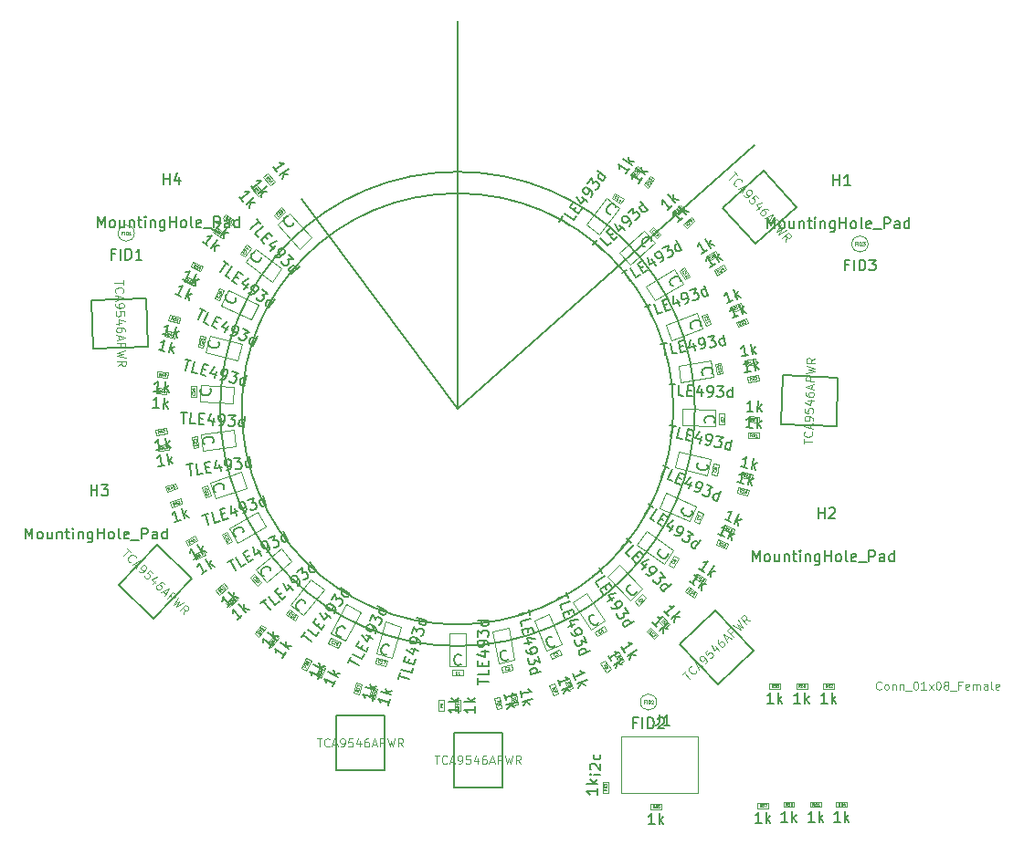
<source format=gbr>
G04 #@! TF.GenerationSoftware,KiCad,Pcbnew,5.1.5-52549c5~84~ubuntu18.04.1*
G04 #@! TF.CreationDate,2020-06-06T17:16:43+02:00*
G04 #@! TF.ProjectId,roboy_3.0_40mm_magnetic_field_calibration,726f626f-795f-4332-9e30-5f34306d6d5f,rev?*
G04 #@! TF.SameCoordinates,Original*
G04 #@! TF.FileFunction,Other,Fab,Top*
%FSLAX46Y46*%
G04 Gerber Fmt 4.6, Leading zero omitted, Abs format (unit mm)*
G04 Created by KiCad (PCBNEW 5.1.5-52549c5~84~ubuntu18.04.1) date 2020-06-06 17:16:43*
%MOMM*%
%LPD*%
G04 APERTURE LIST*
%ADD10C,0.150000*%
%ADD11C,0.010000*%
%ADD12C,0.100000*%
%ADD13C,0.127000*%
%ADD14C,0.040000*%
%ADD15C,0.015000*%
%ADD16C,0.061772*%
%ADD17C,0.050000*%
G04 APERTURE END LIST*
D10*
X139000000Y-86000000D02*
X124500000Y-66500000D01*
X139000000Y-86000000D02*
X139000000Y-50000000D01*
X139000000Y-86000000D02*
X166500000Y-61500000D01*
X161000000Y-86000000D02*
G75*
G03X161000000Y-86000000I-22000000J0D01*
G01*
X159000000Y-86000000D02*
G75*
G03X159000000Y-86000000I-20000000J0D01*
G01*
D11*
X152171764Y-69824868D02*
X150945858Y-68901082D01*
X154007299Y-67389030D02*
X152781394Y-66465243D01*
X152171764Y-69824868D02*
X154007299Y-67389030D01*
X150945858Y-68901082D02*
X152781394Y-66465243D01*
D12*
X161250000Y-116400000D02*
X161250000Y-121600000D01*
X161250000Y-121600000D02*
X154150000Y-121600000D01*
X154150000Y-116400000D02*
X154150000Y-121600000D01*
X161250000Y-116400000D02*
X154150000Y-116400000D01*
X138500000Y-110250000D02*
X139500000Y-110250000D01*
X138500000Y-110750000D02*
X138500000Y-110250000D01*
X139500000Y-110750000D02*
X138500000Y-110750000D01*
X139500000Y-110250000D02*
X139500000Y-110750000D01*
X144009305Y-109732242D02*
X144122631Y-110219230D01*
X144122631Y-110219230D02*
X143148655Y-110445882D01*
X143148655Y-110445882D02*
X143035329Y-109958894D01*
X143035329Y-109958894D02*
X144009305Y-109732242D01*
X148445596Y-108340394D02*
X148649762Y-108796811D01*
X148649762Y-108796811D02*
X147736928Y-109205142D01*
X147736928Y-109205142D02*
X147532762Y-108748725D01*
X147532762Y-108748725D02*
X148445596Y-108340394D01*
X152534803Y-106127633D02*
X152822305Y-106536708D01*
X152822305Y-106536708D02*
X152004155Y-107111713D01*
X152004155Y-107111713D02*
X151716653Y-106702638D01*
X151716653Y-106702638D02*
X152534803Y-106127633D01*
X155433261Y-103895820D02*
X156126663Y-103175269D01*
X155793537Y-104242521D02*
X155433261Y-103895820D01*
X156486939Y-103521970D02*
X155793537Y-104242521D01*
X156126663Y-103175269D02*
X156486939Y-103521970D01*
X158546021Y-100431410D02*
X159089195Y-99591790D01*
X158965831Y-100702998D02*
X158546021Y-100431410D01*
X159509005Y-99863378D02*
X158965831Y-100702998D01*
X159089195Y-99591790D02*
X159509005Y-99863378D01*
X161313535Y-95508872D02*
X161777453Y-95695366D01*
X161777453Y-95695366D02*
X161404465Y-96623202D01*
X161404465Y-96623202D02*
X160940547Y-96436708D01*
X160940547Y-96436708D02*
X161313535Y-95508872D01*
X162528856Y-92058502D02*
X162717951Y-91076544D01*
X163019835Y-92153050D02*
X162528856Y-92058502D01*
X163208930Y-91171092D02*
X163019835Y-92153050D01*
X162717951Y-91076544D02*
X163208930Y-91171092D01*
X163250836Y-86457674D02*
X163750835Y-86456801D01*
X163750835Y-86456801D02*
X163752580Y-87456800D01*
X163752580Y-87456800D02*
X163252581Y-87457673D01*
X163252581Y-87457673D02*
X163250836Y-86457674D01*
X163085130Y-82803282D02*
X162892608Y-81821989D01*
X163575776Y-82707021D02*
X163085130Y-82803282D01*
X163383254Y-81725728D02*
X163575776Y-82707021D01*
X162892608Y-81821989D02*
X163383254Y-81725728D01*
X161656431Y-77339826D02*
X162119695Y-77151714D01*
X162119695Y-77151714D02*
X162495919Y-78078242D01*
X162495919Y-78078242D02*
X162032655Y-78266354D01*
X162032655Y-78266354D02*
X161656431Y-77339826D01*
X160133832Y-74013605D02*
X159587730Y-73175886D01*
X160552692Y-73740554D02*
X160133832Y-74013605D01*
X160006590Y-72902835D02*
X160552692Y-73740554D01*
X159587730Y-73175886D02*
X160006590Y-72902835D01*
X139250000Y-114000000D02*
X138750000Y-114000000D01*
X138750000Y-114000000D02*
X138750000Y-113000000D01*
X138750000Y-113000000D02*
X139250000Y-113000000D01*
X139250000Y-113000000D02*
X139250000Y-114000000D01*
X144585196Y-113423134D02*
X144094383Y-113518539D01*
X144094383Y-113518539D02*
X143903574Y-112536912D01*
X143903574Y-112536912D02*
X144394387Y-112441507D01*
X144394387Y-112441507D02*
X144585196Y-113423134D01*
X149720780Y-111867496D02*
X149257188Y-112054800D01*
X149257188Y-112054800D02*
X148882582Y-111127616D01*
X148882582Y-111127616D02*
X149346174Y-110940312D01*
X149346174Y-110940312D02*
X149720780Y-111867496D01*
X154459560Y-109346617D02*
X154040225Y-109618936D01*
X154040225Y-109618936D02*
X153495586Y-108780265D01*
X153495586Y-108780265D02*
X153914921Y-108507946D01*
X153914921Y-108507946D02*
X154459560Y-109346617D01*
X137750000Y-113000000D02*
X137750000Y-114000000D01*
X137250000Y-113000000D02*
X137750000Y-113000000D01*
X137250000Y-114000000D02*
X137250000Y-113000000D01*
X137750000Y-114000000D02*
X137250000Y-114000000D01*
X142924809Y-112742445D02*
X143115618Y-113724072D01*
X142433996Y-112837850D02*
X142924809Y-112742445D01*
X142624805Y-113819477D02*
X142433996Y-112837850D01*
X143115618Y-113724072D02*
X142624805Y-113819477D01*
X147955399Y-111502222D02*
X148330005Y-112429406D01*
X147491807Y-111689526D02*
X147955399Y-111502222D01*
X147866413Y-112616710D02*
X147491807Y-111689526D01*
X148330005Y-112429406D02*
X147866413Y-112616710D01*
X152656916Y-109324904D02*
X153201555Y-110163575D01*
X152237581Y-109597223D02*
X152656916Y-109324904D01*
X152782220Y-110435894D02*
X152237581Y-109597223D01*
X153201555Y-110163575D02*
X152782220Y-110435894D01*
X158630269Y-105967850D02*
X158270599Y-106315179D01*
X158270599Y-106315179D02*
X157575941Y-105595840D01*
X157575941Y-105595840D02*
X157935611Y-105248511D01*
X157935611Y-105248511D02*
X158630269Y-105967850D01*
X162079651Y-101855352D02*
X161792863Y-102264928D01*
X161792863Y-102264928D02*
X160973711Y-101691352D01*
X160973711Y-101691352D02*
X161260499Y-101281776D01*
X161260499Y-101281776D02*
X162079651Y-101855352D01*
X163767411Y-96753503D02*
X164680957Y-97160240D01*
X163564043Y-97210276D02*
X163767411Y-96753503D01*
X164477589Y-97617013D02*
X163564043Y-97210276D01*
X164680957Y-97160240D02*
X164477589Y-97617013D01*
X165364230Y-91830086D02*
X166338600Y-92055037D01*
X165251754Y-92317271D02*
X165364230Y-91830086D01*
X166226124Y-92542222D02*
X165251754Y-92317271D01*
X166338600Y-92055037D02*
X166226124Y-92542222D01*
X156856601Y-106290498D02*
X157551259Y-107009837D01*
X156496931Y-106637827D02*
X156856601Y-106290498D01*
X157191589Y-107357166D02*
X156496931Y-106637827D01*
X157551259Y-107009837D02*
X157191589Y-107357166D01*
X160400135Y-102510504D02*
X161219287Y-103084080D01*
X160113347Y-102920080D02*
X160400135Y-102510504D01*
X160932499Y-103493656D02*
X160113347Y-102920080D01*
X161219287Y-103084080D02*
X160932499Y-103493656D01*
X164070852Y-98530558D02*
X163867484Y-98987331D01*
X163867484Y-98987331D02*
X162953938Y-98580594D01*
X162953938Y-98580594D02*
X163157306Y-98123821D01*
X163157306Y-98123821D02*
X164070852Y-98530558D01*
X166001173Y-93516592D02*
X165888697Y-94003777D01*
X165888697Y-94003777D02*
X164914327Y-93778826D01*
X164914327Y-93778826D02*
X165026803Y-93291641D01*
X165026803Y-93291641D02*
X166001173Y-93516592D01*
X165992277Y-86692439D02*
X166991668Y-86727338D01*
X165974828Y-87192134D02*
X165992277Y-86692439D01*
X166974219Y-87227033D02*
X165974828Y-87192134D01*
X166991668Y-86727338D02*
X166974219Y-87227033D01*
X165628476Y-81529347D02*
X166616165Y-81372913D01*
X165706693Y-82023191D02*
X165628476Y-81529347D01*
X166694382Y-81866757D02*
X165706693Y-82023191D01*
X166616165Y-81372913D02*
X166694382Y-81866757D01*
X164286196Y-76530533D02*
X165225888Y-76188513D01*
X164457206Y-77000379D02*
X164286196Y-76530533D01*
X165396898Y-76658359D02*
X164457206Y-77000379D01*
X165225888Y-76188513D02*
X165396898Y-76658359D01*
X162871925Y-71364642D02*
X163129444Y-71793226D01*
X163129444Y-71793226D02*
X162272277Y-72308264D01*
X162272277Y-72308264D02*
X162014758Y-71879680D01*
X162014758Y-71879680D02*
X162871925Y-71364642D01*
X166939318Y-88226424D02*
X166921869Y-88726119D01*
X166921869Y-88726119D02*
X165922478Y-88691220D01*
X165922478Y-88691220D02*
X165939927Y-88191525D01*
X165939927Y-88191525D02*
X166939318Y-88226424D01*
X166850817Y-82854446D02*
X166929034Y-83348290D01*
X166929034Y-83348290D02*
X165941345Y-83504724D01*
X165941345Y-83504724D02*
X165863128Y-83010880D01*
X165863128Y-83010880D02*
X166850817Y-82854446D01*
X164799226Y-77940072D02*
X165738918Y-77598052D01*
X164970236Y-78409918D02*
X164799226Y-77940072D01*
X165909928Y-78067898D02*
X164970236Y-78409918D01*
X165738918Y-77598052D02*
X165909928Y-78067898D01*
X163644482Y-72650393D02*
X163902001Y-73078977D01*
X163902001Y-73078977D02*
X163044834Y-73594015D01*
X163044834Y-73594015D02*
X162787315Y-73165431D01*
X162787315Y-73165431D02*
X163644482Y-72650393D01*
D11*
X139750000Y-106845000D02*
X139750000Y-109895000D01*
X138215000Y-106845000D02*
X138215000Y-109895000D01*
X138215000Y-109895000D02*
X139750000Y-109895000D01*
X138215000Y-106845000D02*
X139750000Y-106845000D01*
X142206836Y-106611804D02*
X143713634Y-106318912D01*
X142788804Y-109605767D02*
X144295601Y-109312875D01*
X142206836Y-106611804D02*
X142788804Y-109605767D01*
X143713634Y-106318912D02*
X144295601Y-109312875D01*
X146080835Y-105621214D02*
X147504062Y-105046193D01*
X147223385Y-108449125D02*
X148646612Y-107874103D01*
X146080835Y-105621214D02*
X147223385Y-108449125D01*
X147504062Y-105046193D02*
X148646612Y-107874103D01*
X150982004Y-103073608D02*
X152643153Y-105631553D01*
X149694645Y-103909629D02*
X151355794Y-106467574D01*
X151355794Y-106467574D02*
X152643153Y-105631553D01*
X149694645Y-103909629D02*
X150982004Y-103073608D01*
D13*
X138650000Y-121150000D02*
X143150000Y-121150000D01*
X143150000Y-121150000D02*
X143150000Y-116050000D01*
X143150000Y-116050000D02*
X138650000Y-116050000D01*
X138650000Y-116050000D02*
X138650000Y-121150000D01*
D11*
X152915472Y-101539945D02*
X154019658Y-100473645D01*
X155034180Y-103733932D02*
X156138366Y-102667631D01*
X152915472Y-101539945D02*
X155034180Y-103733932D01*
X154019658Y-100473645D02*
X156138366Y-102667631D01*
X155624967Y-98599236D02*
X156505407Y-97341837D01*
X158123381Y-100348644D02*
X159003820Y-99091245D01*
X155624967Y-98599236D02*
X158123381Y-100348644D01*
X156505407Y-97341837D02*
X159003820Y-99091245D01*
X157723567Y-95195558D02*
X158347907Y-93793266D01*
X160509880Y-96436105D02*
X161134221Y-95033813D01*
X157723567Y-95195558D02*
X160509880Y-96436105D01*
X158347907Y-93793266D02*
X161134221Y-95033813D01*
X159479457Y-89958327D02*
X162451286Y-90644428D01*
X159134157Y-91453985D02*
X162105986Y-92140086D01*
X162105986Y-92140086D02*
X162451286Y-90644428D01*
X159134157Y-91453985D02*
X159479457Y-89958327D01*
D13*
X159622715Y-107859292D02*
X163165472Y-111527925D01*
X162859744Y-104733329D02*
X159622715Y-107859292D01*
X166402501Y-108401962D02*
X162859744Y-104733329D01*
X163165472Y-111527925D02*
X166402501Y-108401962D01*
D11*
X159858476Y-85977937D02*
X162906618Y-86084380D01*
X159804905Y-87512002D02*
X162853048Y-87618445D01*
X162853048Y-87618445D02*
X162906618Y-86084380D01*
X159804905Y-87512002D02*
X159858476Y-85977937D01*
X159471037Y-81998358D02*
X162483487Y-81521232D01*
X159711164Y-83514459D02*
X162723613Y-83037334D01*
X162723613Y-83037334D02*
X162483487Y-81521232D01*
X159711164Y-83514459D02*
X159471037Y-81998358D01*
X158331378Y-78165821D02*
X161197440Y-77122659D01*
X158856379Y-79608249D02*
X161722441Y-78565088D01*
X161722441Y-78565088D02*
X161197440Y-77122659D01*
X158856379Y-79608249D02*
X158331378Y-78165821D01*
X157271958Y-75936907D02*
X156481374Y-74621156D01*
X159886318Y-74366041D02*
X159095734Y-73050289D01*
X157271958Y-75936907D02*
X159886318Y-74366041D01*
X156481374Y-74621156D02*
X159095734Y-73050289D01*
D13*
X174116373Y-87576504D02*
X174273420Y-83079245D01*
X174273420Y-83079245D02*
X169176527Y-82901258D01*
X169176527Y-82901258D02*
X169019480Y-87398517D01*
X169019480Y-87398517D02*
X174116373Y-87576504D01*
D12*
X157458432Y-70201304D02*
X156762519Y-69483178D01*
X157817495Y-69853348D02*
X157458432Y-70201304D01*
X157121582Y-69135222D02*
X157817495Y-69853348D01*
X156762519Y-69483178D02*
X157121582Y-69135222D01*
X153284614Y-66397390D02*
X153570687Y-65987314D01*
X153570687Y-65987314D02*
X154390838Y-66559460D01*
X154390838Y-66559460D02*
X154104765Y-66969536D01*
X154104765Y-66969536D02*
X153284614Y-66397390D01*
X159640773Y-67078556D02*
X159975338Y-67450129D01*
X159975338Y-67450129D02*
X159232193Y-68119260D01*
X159232193Y-68119260D02*
X158897628Y-67747687D01*
X158897628Y-67747687D02*
X159640773Y-67078556D01*
X155049347Y-64286387D02*
X155651162Y-63487751D01*
X155448664Y-64587295D02*
X155049347Y-64286387D01*
X156050479Y-63788659D02*
X155448664Y-64587295D01*
X155651162Y-63487751D02*
X156050479Y-63788659D01*
X159901324Y-68862405D02*
X160644469Y-68193274D01*
X160235889Y-69233978D02*
X159901324Y-68862405D01*
X160979034Y-68564847D02*
X160235889Y-69233978D01*
X160644469Y-68193274D02*
X160979034Y-68564847D01*
X156247300Y-65189110D02*
X156849115Y-64390474D01*
X156646617Y-65490018D02*
X156247300Y-65189110D01*
X157248432Y-64691382D02*
X156646617Y-65490018D01*
X156849115Y-64390474D02*
X157248432Y-64691382D01*
D11*
X153989006Y-71494614D02*
X156255597Y-69453766D01*
X155016121Y-72635342D02*
X157282713Y-70594493D01*
X157282713Y-70594493D02*
X156255597Y-69453766D01*
X155016121Y-72635342D02*
X153989006Y-71494614D01*
D13*
X170400563Y-67265793D02*
X167389475Y-63921641D01*
X167389475Y-63921641D02*
X163599437Y-67334207D01*
X163599437Y-67334207D02*
X166610525Y-70678359D01*
X166610525Y-70678359D02*
X170400563Y-67265793D01*
D12*
X132484978Y-109363797D02*
X132360633Y-109848089D01*
X132360633Y-109848089D02*
X131392050Y-109599399D01*
X131392050Y-109599399D02*
X131516395Y-109115107D01*
X131516395Y-109115107D02*
X132484978Y-109363797D01*
X127243320Y-107262479D02*
X128146655Y-107691414D01*
X127028853Y-107714146D02*
X127243320Y-107262479D01*
X127932188Y-108143081D02*
X127028853Y-107714146D01*
X128146655Y-107691414D02*
X127932188Y-108143081D01*
X124207145Y-105221965D02*
X123910435Y-105624412D01*
X123910435Y-105624412D02*
X123105541Y-105030993D01*
X123105541Y-105030993D02*
X123402251Y-104628546D01*
X123402251Y-104628546D02*
X124207145Y-105221965D01*
X120811208Y-102046194D02*
X120443160Y-102384632D01*
X120443160Y-102384632D02*
X119766284Y-101648534D01*
X119766284Y-101648534D02*
X120134332Y-101310096D01*
X120134332Y-101310096D02*
X120811208Y-102046194D01*
X117559643Y-97429068D02*
X118083629Y-98280795D01*
X117133779Y-97691061D02*
X117559643Y-97429068D01*
X117657765Y-98542788D02*
X117133779Y-97691061D01*
X118083629Y-98280795D02*
X117657765Y-98542788D01*
X116124636Y-94064129D02*
X115656606Y-94240050D01*
X115656606Y-94240050D02*
X115304764Y-93303991D01*
X115304764Y-93303991D02*
X115772794Y-93128070D01*
X115772794Y-93128070D02*
X116124636Y-94064129D01*
X114839444Y-88565149D02*
X115006212Y-89551145D01*
X114346446Y-88648533D02*
X114839444Y-88565149D01*
X114513214Y-89634529D02*
X114346446Y-88648533D01*
X115006212Y-89551145D02*
X114513214Y-89634529D01*
X114793887Y-83907968D02*
X114769455Y-84907670D01*
X114294037Y-83895752D02*
X114793887Y-83907968D01*
X114269605Y-84895454D02*
X114294037Y-83895752D01*
X114769455Y-84907670D02*
X114269605Y-84895454D01*
X115637800Y-79327660D02*
X115423064Y-80304332D01*
X115149464Y-79220292D02*
X115637800Y-79327660D01*
X114934728Y-80196964D02*
X115149464Y-79220292D01*
X115423064Y-80304332D02*
X114934728Y-80196964D01*
X117340173Y-74992532D02*
X116943025Y-75910286D01*
X116881295Y-74793958D02*
X117340173Y-74992532D01*
X116484147Y-75711712D02*
X116881295Y-74793958D01*
X116943025Y-75910286D02*
X116484147Y-75711712D01*
X119273481Y-71886994D02*
X118860924Y-71604511D01*
X118860924Y-71604511D02*
X119425891Y-70779398D01*
X119425891Y-70779398D02*
X119838448Y-71061881D01*
X119838448Y-71061881D02*
X119273481Y-71886994D01*
X122328801Y-68382292D02*
X121977725Y-68026279D01*
X121977725Y-68026279D02*
X122689751Y-67324126D01*
X122689751Y-67324126D02*
X123040827Y-67680139D01*
X123040827Y-67680139D02*
X122328801Y-68382292D01*
X131287275Y-112917957D02*
X130807865Y-112775949D01*
X130807865Y-112775949D02*
X131091881Y-111817129D01*
X131091881Y-111817129D02*
X131571291Y-111959137D01*
X131571291Y-111959137D02*
X131287275Y-112917957D01*
X126754540Y-110064730D02*
X126292791Y-110951741D01*
X126311035Y-109833855D02*
X126754540Y-110064730D01*
X125849286Y-110720866D02*
X126311035Y-109833855D01*
X126292791Y-110951741D02*
X125849286Y-110720866D01*
X121765242Y-108068657D02*
X121373938Y-107757399D01*
X121373938Y-107757399D02*
X121996452Y-106974791D01*
X121996452Y-106974791D02*
X122387756Y-107286049D01*
X122387756Y-107286049D02*
X121765242Y-108068657D01*
X117870995Y-104374647D02*
X117546271Y-103994444D01*
X117546271Y-103994444D02*
X118306677Y-103344995D01*
X118306677Y-103344995D02*
X118631401Y-103725198D01*
X118631401Y-103725198D02*
X117870995Y-104374647D01*
X130133061Y-111533114D02*
X129849045Y-112491934D01*
X129653651Y-111391106D02*
X130133061Y-111533114D01*
X129369635Y-112349926D02*
X129653651Y-111391106D01*
X129849045Y-112491934D02*
X129369635Y-112349926D01*
X124962275Y-110259118D02*
X124518770Y-110028243D01*
X124518770Y-110028243D02*
X124980519Y-109141232D01*
X124980519Y-109141232D02*
X125424024Y-109372107D01*
X125424024Y-109372107D02*
X124962275Y-110259118D01*
X121213844Y-106352277D02*
X120591330Y-107134885D01*
X120822540Y-106041019D02*
X121213844Y-106352277D01*
X120200026Y-106823627D02*
X120822540Y-106041019D01*
X120591330Y-107134885D02*
X120200026Y-106823627D01*
X117657229Y-102584589D02*
X116896823Y-103234038D01*
X117332505Y-102204386D02*
X117657229Y-102584589D01*
X116572099Y-102853835D02*
X117332505Y-102204386D01*
X116896823Y-103234038D02*
X116572099Y-102853835D01*
X115623502Y-99513025D02*
X114753146Y-100005449D01*
X115377290Y-99077847D02*
X115623502Y-99513025D01*
X114506934Y-99570271D02*
X115377290Y-99077847D01*
X114753146Y-100005449D02*
X114506934Y-99570271D01*
X112526263Y-95121611D02*
X112367611Y-94647449D01*
X112367611Y-94647449D02*
X113315935Y-94330145D01*
X113315935Y-94330145D02*
X113474587Y-94804307D01*
X113474587Y-94804307D02*
X112526263Y-95121611D01*
X112263620Y-89772068D02*
X111272175Y-89902594D01*
X112198357Y-89276346D02*
X112263620Y-89772068D01*
X111206912Y-89406872D02*
X112198357Y-89276346D01*
X111272175Y-89902594D02*
X111206912Y-89406872D01*
X112035098Y-84601223D02*
X111036963Y-84540174D01*
X112065623Y-84102156D02*
X112035098Y-84601223D01*
X111067488Y-84041107D02*
X112065623Y-84102156D01*
X111036963Y-84540174D02*
X111067488Y-84041107D01*
X114014511Y-98699915D02*
X113768299Y-98264737D01*
X113768299Y-98264737D02*
X114638655Y-97772313D01*
X114638655Y-97772313D02*
X114884867Y-98207491D01*
X114884867Y-98207491D02*
X114014511Y-98699915D01*
X112998630Y-93381822D02*
X112050306Y-93699126D01*
X112839978Y-92907660D02*
X112998630Y-93381822D01*
X111891654Y-93224964D02*
X112839978Y-92907660D01*
X112050306Y-93699126D02*
X111891654Y-93224964D01*
X111076386Y-88415427D02*
X111011123Y-87919705D01*
X111011123Y-87919705D02*
X112002568Y-87789179D01*
X112002568Y-87789179D02*
X112067831Y-88284901D01*
X112067831Y-88284901D02*
X111076386Y-88415427D01*
X111128536Y-83042972D02*
X111159061Y-82543905D01*
X111159061Y-82543905D02*
X112157196Y-82604954D01*
X112157196Y-82604954D02*
X112126671Y-83104021D01*
X112126671Y-83104021D02*
X111128536Y-83042972D01*
X111829271Y-79231397D02*
X111954461Y-78747323D01*
X111954461Y-78747323D02*
X112922609Y-78997703D01*
X112922609Y-78997703D02*
X112797419Y-79481777D01*
X112797419Y-79481777D02*
X111829271Y-79231397D01*
X114522570Y-74601847D02*
X113619985Y-74171336D01*
X114737825Y-74150554D02*
X114522570Y-74601847D01*
X113835240Y-73720043D02*
X114737825Y-74150554D01*
X113619985Y-74171336D02*
X113835240Y-73720043D01*
X116343302Y-69545926D02*
X116640713Y-69143997D01*
X116640713Y-69143997D02*
X117444570Y-69738820D01*
X117444570Y-69738820D02*
X117147159Y-70140749D01*
X117147159Y-70140749D02*
X116343302Y-69545926D01*
X120574745Y-66262409D02*
X119899155Y-65525132D01*
X120943383Y-65924614D02*
X120574745Y-66262409D01*
X120267793Y-65187337D02*
X120943383Y-65924614D01*
X119899155Y-65525132D02*
X120267793Y-65187337D01*
X113172989Y-78029555D02*
X112204841Y-77779175D01*
X113298179Y-77545481D02*
X113172989Y-78029555D01*
X112330031Y-77295101D02*
X113298179Y-77545481D01*
X112204841Y-77779175D02*
X112330031Y-77295101D01*
X115168336Y-73247969D02*
X114265751Y-72817458D01*
X115383591Y-72796676D02*
X115168336Y-73247969D01*
X114481006Y-72366165D02*
X115383591Y-72796676D01*
X114265751Y-72817458D02*
X114481006Y-72366165D01*
X117235537Y-68340141D02*
X117532948Y-67938212D01*
X117532948Y-67938212D02*
X118336805Y-68533035D01*
X118336805Y-68533035D02*
X118039394Y-68934964D01*
X118039394Y-68934964D02*
X117235537Y-68340141D01*
X121005071Y-64511747D02*
X121373709Y-64173952D01*
X121373709Y-64173952D02*
X122049299Y-64911229D01*
X122049299Y-64911229D02*
X121680661Y-65249024D01*
X121680661Y-65249024D02*
X121005071Y-64511747D01*
D11*
X132327026Y-105763645D02*
X133798815Y-106199609D01*
X131460779Y-108688045D02*
X132932568Y-109124009D01*
X132327026Y-105763645D02*
X131460779Y-108688045D01*
X133798815Y-106199609D02*
X132932568Y-109124009D01*
X130040109Y-104836052D02*
X128631776Y-107541435D01*
X128678547Y-104127268D02*
X127270214Y-106832651D01*
X127270214Y-106832651D02*
X128631776Y-107541435D01*
X128678547Y-104127268D02*
X130040109Y-104836052D01*
X125409335Y-101824793D02*
X126610639Y-102780353D01*
X123510665Y-104211747D02*
X124711969Y-105167307D01*
X125409335Y-101824793D02*
X123510665Y-104211747D01*
X126610639Y-102780353D02*
X124711969Y-105167307D01*
X123636424Y-100108049D02*
X121317186Y-102088866D01*
X122639521Y-98940826D02*
X120320283Y-100921642D01*
X120320283Y-100921642D02*
X121317186Y-102088866D01*
X122639521Y-98940826D02*
X123636424Y-100108049D01*
D13*
X132250000Y-119550000D02*
X132250000Y-114450000D01*
X127750000Y-119550000D02*
X132250000Y-119550000D01*
X127750000Y-114450000D02*
X127750000Y-119550000D01*
X132250000Y-114450000D02*
X127750000Y-114450000D01*
D11*
X121226753Y-96917336D02*
X118572169Y-98419227D01*
X120470883Y-95581340D02*
X117816298Y-97083231D01*
X117816298Y-97083231D02*
X118572169Y-98419227D01*
X120470883Y-95581340D02*
X121226753Y-96917336D01*
X118983110Y-91869781D02*
X119470172Y-93325458D01*
X116090723Y-92837560D02*
X116577785Y-94293237D01*
X118983110Y-91869781D02*
X116090723Y-92837560D01*
X119470172Y-93325458D02*
X116577785Y-94293237D01*
X118431226Y-89464402D02*
X115407320Y-89862507D01*
X118230869Y-87942534D02*
X115206962Y-88340639D01*
X115206962Y-88340639D02*
X115407320Y-89862507D01*
X118230869Y-87942534D02*
X118431226Y-89464402D01*
X118241803Y-83943907D02*
X118148093Y-85476044D01*
X115197492Y-83757709D02*
X115103782Y-85289846D01*
X118241803Y-83943907D02*
X115197492Y-83757709D01*
X118148093Y-85476044D02*
X115103782Y-85289846D01*
D13*
X114381425Y-101776273D02*
X111144396Y-98650310D01*
X111144396Y-98650310D02*
X107601639Y-102318943D01*
X107601639Y-102318943D02*
X110838668Y-105444906D01*
X110838668Y-105444906D02*
X114381425Y-101776273D01*
D11*
X118631178Y-81506940D02*
X115678327Y-80743281D01*
X119015511Y-80020833D02*
X116062661Y-79257174D01*
X116062661Y-79257174D02*
X115678327Y-80743281D01*
X119015511Y-80020833D02*
X118631178Y-81506940D01*
X120523561Y-76317467D02*
X119862727Y-77702935D01*
X117770676Y-75004408D02*
X117109842Y-76389876D01*
X120523561Y-76317467D02*
X117770676Y-75004408D01*
X119862727Y-77702935D02*
X117109842Y-76389876D01*
X122710540Y-72969892D02*
X121797487Y-74203812D01*
X120258776Y-71155682D02*
X119345723Y-72389602D01*
X122710540Y-72969892D02*
X120258776Y-71155682D01*
X121797487Y-74203812D02*
X119345723Y-72389602D01*
X124364364Y-71138147D02*
X122303814Y-68889451D01*
X125496084Y-70101116D02*
X123435534Y-67852420D01*
X123435534Y-67852420D02*
X122303814Y-68889451D01*
X125496084Y-70101116D02*
X124364364Y-71138147D01*
D13*
X110331759Y-80247003D02*
X110174712Y-75749744D01*
X110174712Y-75749744D02*
X105077819Y-75927731D01*
X105077819Y-75927731D02*
X105234866Y-80424990D01*
X105234866Y-80424990D02*
X110331759Y-80247003D01*
D12*
X166800000Y-123050000D02*
X166800000Y-122550000D01*
X166800000Y-122550000D02*
X167800000Y-122550000D01*
X167800000Y-122550000D02*
X167800000Y-123050000D01*
X167800000Y-123050000D02*
X166800000Y-123050000D01*
X167900000Y-111950000D02*
X167900000Y-111450000D01*
X167900000Y-111450000D02*
X168900000Y-111450000D01*
X168900000Y-111450000D02*
X168900000Y-111950000D01*
X168900000Y-111950000D02*
X167900000Y-111950000D01*
X170200000Y-122950000D02*
X169200000Y-122950000D01*
X170200000Y-122450000D02*
X170200000Y-122950000D01*
X169200000Y-122450000D02*
X170200000Y-122450000D01*
X169200000Y-122950000D02*
X169200000Y-122450000D01*
X170400000Y-111950000D02*
X170400000Y-111450000D01*
X170400000Y-111450000D02*
X171400000Y-111450000D01*
X171400000Y-111450000D02*
X171400000Y-111950000D01*
X171400000Y-111950000D02*
X170400000Y-111950000D01*
X172700000Y-122950000D02*
X171700000Y-122950000D01*
X172700000Y-122450000D02*
X172700000Y-122950000D01*
X171700000Y-122450000D02*
X172700000Y-122450000D01*
X171700000Y-122950000D02*
X171700000Y-122450000D01*
X173900000Y-111950000D02*
X172900000Y-111950000D01*
X173900000Y-111450000D02*
X173900000Y-111950000D01*
X172900000Y-111450000D02*
X173900000Y-111450000D01*
X172900000Y-111950000D02*
X172900000Y-111450000D01*
X152450000Y-120600000D02*
X152950000Y-120600000D01*
X152950000Y-120600000D02*
X152950000Y-121600000D01*
X152950000Y-121600000D02*
X152450000Y-121600000D01*
X152450000Y-121600000D02*
X152450000Y-120600000D01*
X174100000Y-122950000D02*
X174100000Y-122450000D01*
X174100000Y-122450000D02*
X175100000Y-122450000D01*
X175100000Y-122450000D02*
X175100000Y-122950000D01*
X175100000Y-122950000D02*
X174100000Y-122950000D01*
X157900000Y-123150000D02*
X156900000Y-123150000D01*
X157900000Y-122650000D02*
X157900000Y-123150000D01*
X156900000Y-122650000D02*
X157900000Y-122650000D01*
X156900000Y-123150000D02*
X156900000Y-122650000D01*
X109050000Y-69700000D02*
G75*
G03X109050000Y-69700000I-750000J0D01*
G01*
X157450000Y-113200000D02*
G75*
G03X157450000Y-113200000I-750000J0D01*
G01*
X177050000Y-70700000D02*
G75*
G03X177050000Y-70700000I-750000J0D01*
G01*
D10*
X148389095Y-68625751D02*
X148732990Y-68169388D01*
X149359678Y-68999384D02*
X148561043Y-68397569D01*
X150018809Y-68124688D02*
X149732230Y-68504991D01*
X148933595Y-67903176D01*
X149801081Y-67543240D02*
X150001686Y-67277028D01*
X150505992Y-67478174D02*
X150219414Y-67858476D01*
X149420778Y-67256661D01*
X149707357Y-66876359D01*
X150489410Y-66392419D02*
X151021834Y-66793629D01*
X150041879Y-66353307D02*
X150469044Y-66973327D01*
X150841596Y-66478933D01*
X151365728Y-66337266D02*
X151480360Y-66185145D01*
X151499645Y-66080426D01*
X151490273Y-66013738D01*
X151433498Y-65851704D01*
X151310034Y-65699043D01*
X151005792Y-65469780D01*
X150901074Y-65450494D01*
X150834386Y-65459867D01*
X150739040Y-65507269D01*
X150624408Y-65659390D01*
X150605123Y-65764109D01*
X150614495Y-65830797D01*
X150661898Y-65926143D01*
X150852049Y-66069432D01*
X150956768Y-66088718D01*
X151023456Y-66079345D01*
X151118802Y-66031942D01*
X151233433Y-65879821D01*
X151252719Y-65775103D01*
X151243346Y-65708415D01*
X151195944Y-65613069D01*
X151054276Y-65088936D02*
X151426828Y-64594543D01*
X151530466Y-65090018D01*
X151616439Y-64975927D01*
X151711785Y-64928524D01*
X151778473Y-64919152D01*
X151883192Y-64938437D01*
X152073343Y-65081727D01*
X152120746Y-65177073D01*
X152130118Y-65243761D01*
X152110833Y-65348479D01*
X151938885Y-65576661D01*
X151843539Y-65624063D01*
X151776851Y-65633436D01*
X152741305Y-64511813D02*
X151942670Y-63909998D01*
X152703275Y-64483155D02*
X152683990Y-64587874D01*
X152569358Y-64739995D01*
X152474012Y-64787398D01*
X152407324Y-64796770D01*
X152302606Y-64777484D01*
X152074424Y-64605537D01*
X152027022Y-64510191D01*
X152017649Y-64443503D01*
X152036935Y-64338785D01*
X152151566Y-64186664D01*
X152246912Y-64139261D01*
X152252380Y-119904761D02*
X151585714Y-119904761D01*
X151252380Y-119904761D02*
X151300000Y-119952380D01*
X151347619Y-119904761D01*
X151300000Y-119857142D01*
X151252380Y-119904761D01*
X151347619Y-119904761D01*
X151347619Y-119476190D02*
X151300000Y-119428571D01*
X151252380Y-119333333D01*
X151252380Y-119095238D01*
X151300000Y-119000000D01*
X151347619Y-118952380D01*
X151442857Y-118904761D01*
X151538095Y-118904761D01*
X151680952Y-118952380D01*
X152252380Y-119523809D01*
X152252380Y-118904761D01*
X152204761Y-118047619D02*
X152252380Y-118142857D01*
X152252380Y-118333333D01*
X152204761Y-118428571D01*
X152157142Y-118476190D01*
X152061904Y-118523809D01*
X151776190Y-118523809D01*
X151680952Y-118476190D01*
X151633333Y-118428571D01*
X151585714Y-118333333D01*
X151585714Y-118142857D01*
X151633333Y-118047619D01*
X157684166Y-114361880D02*
X157684166Y-115076166D01*
X157636547Y-115219023D01*
X157541309Y-115314261D01*
X157398452Y-115361880D01*
X157303214Y-115361880D01*
X158684166Y-115361880D02*
X158112738Y-115361880D01*
X158398452Y-115361880D02*
X158398452Y-114361880D01*
X158303214Y-114504738D01*
X158207976Y-114599976D01*
X158112738Y-114647595D01*
X139309523Y-109687142D02*
X139261904Y-109734761D01*
X139119047Y-109782380D01*
X139023809Y-109782380D01*
X138880952Y-109734761D01*
X138785714Y-109639523D01*
X138738095Y-109544285D01*
X138690476Y-109353809D01*
X138690476Y-109210952D01*
X138738095Y-109020476D01*
X138785714Y-108925238D01*
X138880952Y-108830000D01*
X139023809Y-108782380D01*
X139119047Y-108782380D01*
X139261904Y-108830000D01*
X139309523Y-108877619D01*
D14*
X138958333Y-110589285D02*
X138946428Y-110601190D01*
X138910714Y-110613095D01*
X138886904Y-110613095D01*
X138851190Y-110601190D01*
X138827380Y-110577380D01*
X138815476Y-110553571D01*
X138803571Y-110505952D01*
X138803571Y-110470238D01*
X138815476Y-110422619D01*
X138827380Y-110398809D01*
X138851190Y-110375000D01*
X138886904Y-110363095D01*
X138910714Y-110363095D01*
X138946428Y-110375000D01*
X138958333Y-110386904D01*
X139196428Y-110613095D02*
X139053571Y-110613095D01*
X139125000Y-110613095D02*
X139125000Y-110363095D01*
X139101190Y-110398809D01*
X139077380Y-110422619D01*
X139053571Y-110434523D01*
D10*
X143696213Y-109227204D02*
X143660626Y-109284377D01*
X143532280Y-109363135D01*
X143439520Y-109384721D01*
X143289588Y-109370720D01*
X143175242Y-109299546D01*
X143107277Y-109217580D01*
X143017725Y-109042853D01*
X142985346Y-108903714D01*
X142988555Y-108707402D01*
X143013349Y-108603849D01*
X143084522Y-108489504D01*
X143212869Y-108410745D01*
X143305628Y-108389159D01*
X143455561Y-108403160D01*
X143512734Y-108438747D01*
D14*
X143558634Y-110185467D02*
X143549737Y-110199761D01*
X143517651Y-110219450D01*
X143494461Y-110224847D01*
X143456978Y-110221346D01*
X143428391Y-110203553D01*
X143411400Y-110183061D01*
X143389012Y-110139380D01*
X143380917Y-110104595D01*
X143381719Y-110055517D01*
X143387918Y-110029629D01*
X143405711Y-110001042D01*
X143437798Y-109981353D01*
X143460988Y-109975956D01*
X143498471Y-109979457D01*
X143512764Y-109988353D01*
X143605524Y-109966767D02*
X143614420Y-109952474D01*
X143634912Y-109935483D01*
X143692887Y-109921992D01*
X143718775Y-109928190D01*
X143733068Y-109937087D01*
X143750059Y-109957579D01*
X143755456Y-109980768D01*
X143751956Y-110018252D01*
X143645195Y-110189770D01*
X143795929Y-110154693D01*
D10*
X148041891Y-107904376D02*
X148017867Y-107967288D01*
X147906906Y-108069090D01*
X147819970Y-108107978D01*
X147670120Y-108122843D01*
X147544295Y-108074795D01*
X147461938Y-108007303D01*
X147340693Y-107852874D01*
X147282360Y-107722469D01*
X147248051Y-107529151D01*
X147252631Y-107422770D01*
X147300679Y-107296945D01*
X147411639Y-107195144D01*
X147498576Y-107156255D01*
X147648425Y-107141391D01*
X147711337Y-107165415D01*
D14*
X148089685Y-108871284D02*
X148083679Y-108887012D01*
X148055939Y-108912463D01*
X148034205Y-108922185D01*
X147996742Y-108925901D01*
X147965286Y-108913889D01*
X147944697Y-108897016D01*
X147914385Y-108858409D01*
X147899802Y-108825808D01*
X147891225Y-108777478D01*
X147892370Y-108750883D01*
X147904382Y-108719427D01*
X147932122Y-108693976D01*
X147953856Y-108684254D01*
X147991318Y-108680538D01*
X148007047Y-108686544D01*
X148073394Y-108630782D02*
X148214666Y-108567588D01*
X148177485Y-108688553D01*
X148210086Y-108673969D01*
X148236681Y-108675114D01*
X148252410Y-108681120D01*
X148272999Y-108697993D01*
X148297304Y-108752329D01*
X148296159Y-108778924D01*
X148290153Y-108794652D01*
X148273280Y-108815241D01*
X148208078Y-108844408D01*
X148181482Y-108843263D01*
X148165754Y-108837257D01*
D10*
X152055318Y-105776656D02*
X152043740Y-105842997D01*
X151954243Y-105964100D01*
X151876324Y-106018862D01*
X151732064Y-106062046D01*
X151599383Y-106038890D01*
X151505661Y-105988352D01*
X151357176Y-105859895D01*
X151275033Y-105743017D01*
X151204467Y-105559797D01*
X151188664Y-105454497D01*
X151211821Y-105321816D01*
X151301318Y-105200713D01*
X151379237Y-105145950D01*
X151523497Y-105102766D01*
X151589838Y-105114344D01*
D14*
X152286729Y-106716680D02*
X152283834Y-106733265D01*
X152261460Y-106763541D01*
X152241980Y-106777232D01*
X152205915Y-106788028D01*
X152172745Y-106782239D01*
X152149314Y-106769604D01*
X152112193Y-106737490D01*
X152091657Y-106708270D01*
X152074016Y-106662465D01*
X152070065Y-106636140D01*
X152075854Y-106602970D01*
X152098229Y-106572694D01*
X152117708Y-106559004D01*
X152153773Y-106548208D01*
X152170359Y-106551102D01*
X152379903Y-106476586D02*
X152475737Y-106612944D01*
X152276441Y-106432894D02*
X152330421Y-106613218D01*
X152457040Y-106524229D01*
D10*
X155589019Y-102922230D02*
X155590311Y-102989561D01*
X155525566Y-103125516D01*
X155459528Y-103194140D01*
X155326158Y-103264057D01*
X155191496Y-103266643D01*
X155089853Y-103234916D01*
X154919586Y-103137152D01*
X154816650Y-103038094D01*
X154712422Y-102871706D01*
X154676817Y-102771356D01*
X154674231Y-102636693D01*
X154738977Y-102500738D01*
X154805015Y-102432115D01*
X154938384Y-102362198D01*
X155005715Y-102360905D01*
D14*
X155995543Y-103800828D02*
X155995866Y-103817661D01*
X155979680Y-103851650D01*
X155963170Y-103868806D01*
X155929828Y-103886285D01*
X155896162Y-103886931D01*
X155870751Y-103879000D01*
X155828185Y-103854559D01*
X155802451Y-103829794D01*
X155776393Y-103788197D01*
X155767492Y-103763110D01*
X155766846Y-103729444D01*
X155783032Y-103695455D01*
X155799542Y-103678299D01*
X155832884Y-103660820D01*
X155849717Y-103660497D01*
X155989402Y-103481006D02*
X155906854Y-103566786D01*
X155984379Y-103657911D01*
X155984056Y-103641079D01*
X155991987Y-103615668D01*
X156033261Y-103572778D01*
X156058349Y-103563877D01*
X156075182Y-103563553D01*
X156100592Y-103571485D01*
X156143482Y-103612759D01*
X156152384Y-103637847D01*
X156152707Y-103654679D01*
X156144775Y-103680090D01*
X156103501Y-103722980D01*
X156078414Y-103731881D01*
X156061581Y-103732204D01*
D10*
X158513147Y-99445988D02*
X158527264Y-99511835D01*
X158489649Y-99657647D01*
X158437918Y-99737610D01*
X158320340Y-99831691D01*
X158188645Y-99859923D01*
X158082816Y-99848174D01*
X157897023Y-99784695D01*
X157777077Y-99707098D01*
X157643015Y-99563655D01*
X157588917Y-99471942D01*
X157560684Y-99340247D01*
X157598298Y-99194436D01*
X157650029Y-99114472D01*
X157767608Y-99020392D01*
X157833455Y-99006275D01*
D14*
X159079846Y-100230875D02*
X159083375Y-100247337D01*
X159073972Y-100283790D01*
X159061039Y-100303781D01*
X159031645Y-100327301D01*
X158998721Y-100334359D01*
X158972264Y-100331422D01*
X158925815Y-100315552D01*
X158895829Y-100296153D01*
X158862313Y-100260292D01*
X158848789Y-100237364D01*
X158841730Y-100204440D01*
X158851134Y-100167987D01*
X158864067Y-100147996D01*
X158893461Y-100124476D01*
X158909923Y-100120947D01*
X159006327Y-99928096D02*
X158980461Y-99968078D01*
X158977524Y-99994535D01*
X158981053Y-100010997D01*
X158998107Y-100050387D01*
X159031622Y-100086248D01*
X159111586Y-100137979D01*
X159138044Y-100140916D01*
X159154505Y-100137387D01*
X159177434Y-100123862D01*
X159203299Y-100083881D01*
X159206236Y-100057423D01*
X159202707Y-100040961D01*
X159189183Y-100018033D01*
X159139205Y-99985701D01*
X159112748Y-99982764D01*
X159096286Y-99986293D01*
X159073358Y-99999818D01*
X159047492Y-100039800D01*
X159044555Y-100066257D01*
X159048084Y-100082719D01*
X159061609Y-100105647D01*
D10*
X160720250Y-95475663D02*
X160746672Y-95537607D01*
X160737570Y-95687916D01*
X160702048Y-95776282D01*
X160604581Y-95891068D01*
X160480693Y-95943911D01*
X160374566Y-95952571D01*
X160180074Y-95925709D01*
X160047526Y-95872425D01*
X159888557Y-95757197D01*
X159817953Y-95677491D01*
X159765110Y-95553603D01*
X159774211Y-95403294D01*
X159809734Y-95314929D01*
X159907201Y-95200142D01*
X159969145Y-95173721D01*
D14*
X161426301Y-96137999D02*
X161432906Y-96153485D01*
X161430631Y-96191062D01*
X161421750Y-96213154D01*
X161397384Y-96241850D01*
X161366412Y-96255061D01*
X161339880Y-96257226D01*
X161291257Y-96250510D01*
X161258120Y-96237189D01*
X161218378Y-96208382D01*
X161200727Y-96188456D01*
X161187516Y-96157484D01*
X161189791Y-96119907D01*
X161198672Y-96097815D01*
X161223038Y-96069119D01*
X161238524Y-96062513D01*
X161247515Y-95976313D02*
X161309680Y-95821673D01*
X161501676Y-96014331D01*
D10*
X162129230Y-91157149D02*
X162166985Y-91212913D01*
X162186731Y-91362198D01*
X162168722Y-91455718D01*
X162094949Y-91586993D01*
X161983420Y-91662504D01*
X161880895Y-91691255D01*
X161684851Y-91701996D01*
X161544571Y-91674983D01*
X161366536Y-91592205D01*
X161282021Y-91527436D01*
X161206510Y-91415907D01*
X161186763Y-91266622D01*
X161204773Y-91173102D01*
X161278546Y-91041827D01*
X161334311Y-91004072D01*
D14*
X162948688Y-91672595D02*
X162958127Y-91686536D01*
X162963064Y-91723857D01*
X162958562Y-91747237D01*
X162940118Y-91780056D01*
X162912236Y-91798934D01*
X162886605Y-91806121D01*
X162837594Y-91808807D01*
X162802524Y-91802053D01*
X162758015Y-91781359D01*
X162736886Y-91765167D01*
X162718008Y-91737284D01*
X162713072Y-91699963D01*
X162717574Y-91676583D01*
X162736018Y-91643765D01*
X162749959Y-91634326D01*
X162858802Y-91509804D02*
X162842610Y-91530933D01*
X162828669Y-91540371D01*
X162803038Y-91547559D01*
X162791348Y-91545308D01*
X162770219Y-91529116D01*
X162760780Y-91515175D01*
X162753592Y-91489544D01*
X162762597Y-91442784D01*
X162778789Y-91421655D01*
X162792730Y-91412216D01*
X162818361Y-91405028D01*
X162830051Y-91407279D01*
X162851180Y-91423472D01*
X162860619Y-91437413D01*
X162867807Y-91463044D01*
X162858802Y-91509804D01*
X162865990Y-91535435D01*
X162875429Y-91549376D01*
X162896558Y-91565568D01*
X162943318Y-91574573D01*
X162968949Y-91567385D01*
X162982890Y-91557946D01*
X162999082Y-91536817D01*
X163008087Y-91490057D01*
X163000899Y-91464426D01*
X162991460Y-91450485D01*
X162970331Y-91434293D01*
X162923571Y-91425288D01*
X162897940Y-91432476D01*
X162883999Y-91441915D01*
X162867807Y-91463044D01*
D10*
X161975107Y-87269425D02*
X161927405Y-87221889D01*
X161879537Y-87079115D01*
X161879371Y-86983878D01*
X161926740Y-86840938D01*
X162021812Y-86745533D01*
X162116967Y-86697748D01*
X162307360Y-86649797D01*
X162450217Y-86649547D01*
X162640776Y-86696834D01*
X162736097Y-86744287D01*
X162831501Y-86839358D01*
X162879369Y-86982132D01*
X162879535Y-87077370D01*
X162832166Y-87220310D01*
X162784630Y-87268012D01*
D14*
X163412349Y-86915726D02*
X163400424Y-86903842D01*
X163388457Y-86868148D01*
X163388415Y-86844339D01*
X163400257Y-86808604D01*
X163424025Y-86784753D01*
X163447814Y-86772806D01*
X163495412Y-86760819D01*
X163531127Y-86760756D01*
X163578766Y-86772578D01*
X163602597Y-86784441D01*
X163626448Y-86808209D01*
X163638415Y-86843902D01*
X163638456Y-86867712D01*
X163626614Y-86903447D01*
X163614730Y-86915373D01*
X163388747Y-87034815D02*
X163388831Y-87082434D01*
X163400777Y-87106222D01*
X163412702Y-87118106D01*
X163448458Y-87141854D01*
X163496098Y-87153675D01*
X163591336Y-87153509D01*
X163615125Y-87141563D01*
X163627009Y-87129637D01*
X163638872Y-87105807D01*
X163638789Y-87058188D01*
X163626842Y-87034399D01*
X163614917Y-87022515D01*
X163591087Y-87010652D01*
X163531563Y-87010756D01*
X163507774Y-87022702D01*
X163495890Y-87034628D01*
X163484027Y-87058458D01*
X163484110Y-87106077D01*
X163496056Y-87129866D01*
X163507982Y-87141750D01*
X163531812Y-87153613D01*
D10*
X161795208Y-82862247D02*
X161739312Y-82824686D01*
X161665081Y-82693669D01*
X161646745Y-82600213D01*
X161665970Y-82450861D01*
X161741091Y-82339069D01*
X161825380Y-82274005D01*
X162003125Y-82190606D01*
X162143310Y-82163103D01*
X162339391Y-82173160D01*
X162442015Y-82201553D01*
X162553807Y-82276674D01*
X162628038Y-82407691D01*
X162646373Y-82501147D01*
X162627148Y-82650500D01*
X162589588Y-82706396D01*
D14*
X163115635Y-82123986D02*
X163101661Y-82114596D01*
X163083103Y-82081842D01*
X163078519Y-82058478D01*
X163083326Y-82021140D01*
X163102106Y-81993192D01*
X163123178Y-81976926D01*
X163167614Y-81956076D01*
X163202661Y-81949200D01*
X163251681Y-81951715D01*
X163277337Y-81958813D01*
X163305285Y-81977593D01*
X163323843Y-82010347D01*
X163328426Y-82033711D01*
X163323620Y-82071049D01*
X163314230Y-82085023D01*
X163138110Y-82362211D02*
X163110606Y-82222027D01*
X163124358Y-82292119D02*
X163369681Y-82243988D01*
X163330051Y-82227500D01*
X163302103Y-82208720D01*
X163285837Y-82187648D01*
X163413228Y-82465947D02*
X163417812Y-82489312D01*
X163410713Y-82514968D01*
X163401323Y-82528942D01*
X163380251Y-82545207D01*
X163335815Y-82566057D01*
X163277405Y-82577517D01*
X163228384Y-82575003D01*
X163202728Y-82567904D01*
X163188754Y-82558514D01*
X163172488Y-82537442D01*
X163167905Y-82514078D01*
X163175003Y-82488422D01*
X163184393Y-82474448D01*
X163205465Y-82458182D01*
X163249901Y-82437332D01*
X163308312Y-82425873D01*
X163357332Y-82428387D01*
X163382988Y-82435485D01*
X163396962Y-82444875D01*
X163413228Y-82465947D01*
D10*
X160777684Y-78570364D02*
X160715648Y-78544159D01*
X160617781Y-78429713D01*
X160581950Y-78341472D01*
X160572324Y-78191196D01*
X160624734Y-78067124D01*
X160695060Y-77987173D01*
X160853626Y-77871391D01*
X160985987Y-77817644D01*
X161180384Y-77790103D01*
X161286541Y-77798392D01*
X161410612Y-77850802D01*
X161508479Y-77965248D01*
X161544310Y-78053489D01*
X161553936Y-78203766D01*
X161527731Y-78265801D01*
D14*
X161932984Y-77593719D02*
X161917475Y-77587167D01*
X161893008Y-77558556D01*
X161884051Y-77536496D01*
X161881644Y-77498927D01*
X161894747Y-77467909D01*
X161912328Y-77447921D01*
X161951970Y-77418975D01*
X161985060Y-77405539D01*
X162033659Y-77398653D01*
X162060198Y-77400726D01*
X162091216Y-77413828D01*
X162115683Y-77442440D01*
X162124641Y-77464500D01*
X162127047Y-77502069D01*
X162120496Y-77517578D01*
X162000501Y-77823278D02*
X161946755Y-77690917D01*
X161973628Y-77757098D02*
X162205260Y-77663042D01*
X162163212Y-77654418D01*
X162132194Y-77641316D01*
X162112206Y-77623734D01*
X162090078Y-78043880D02*
X162036332Y-77911519D01*
X162063205Y-77977700D02*
X162294837Y-77883644D01*
X162252789Y-77875020D01*
X162221771Y-77861918D01*
X162201784Y-77844336D01*
D10*
X158959926Y-74551489D02*
X158894030Y-74537602D01*
X158776124Y-74443933D01*
X158724114Y-74364150D01*
X158685991Y-74218471D01*
X158713764Y-74086679D01*
X158767542Y-73994778D01*
X158901102Y-73850867D01*
X159020776Y-73772852D01*
X159206347Y-73708724D01*
X159312134Y-73696606D01*
X159443927Y-73724379D01*
X159561833Y-73818048D01*
X159613842Y-73897831D01*
X159651966Y-74043510D01*
X159638079Y-74109406D01*
D14*
X159907648Y-73372345D02*
X159891174Y-73368874D01*
X159861697Y-73345456D01*
X159848695Y-73325511D01*
X159839164Y-73289091D01*
X159846107Y-73256143D01*
X159859552Y-73233167D01*
X159892942Y-73197190D01*
X159922860Y-73177686D01*
X159969253Y-73161654D01*
X159995700Y-73158625D01*
X160028648Y-73165568D01*
X160058125Y-73188985D01*
X160071127Y-73208931D01*
X160080658Y-73245351D01*
X160077186Y-73261825D01*
X160017726Y-73584805D02*
X159939712Y-73465130D01*
X159978719Y-73524967D02*
X160188149Y-73388442D01*
X160145228Y-73388000D01*
X160112280Y-73381057D01*
X160089304Y-73367612D01*
X160259220Y-73541064D02*
X160275694Y-73544536D01*
X160298669Y-73557980D01*
X160331175Y-73607844D01*
X160334205Y-73634291D01*
X160330733Y-73650765D01*
X160317289Y-73673741D01*
X160297343Y-73686743D01*
X160260924Y-73696274D01*
X160063235Y-73654614D01*
X160147751Y-73784261D01*
D10*
X140622380Y-113619047D02*
X140622380Y-114190476D01*
X140622380Y-113904761D02*
X139622380Y-113904761D01*
X139765238Y-114000000D01*
X139860476Y-114095238D01*
X139908095Y-114190476D01*
X140622380Y-113190476D02*
X139622380Y-113190476D01*
X140241428Y-113095238D02*
X140622380Y-112809523D01*
X139955714Y-112809523D02*
X140336666Y-113190476D01*
D14*
X139113095Y-113541666D02*
X138994047Y-113625000D01*
X139113095Y-113684523D02*
X138863095Y-113684523D01*
X138863095Y-113589285D01*
X138875000Y-113565476D01*
X138886904Y-113553571D01*
X138910714Y-113541666D01*
X138946428Y-113541666D01*
X138970238Y-113553571D01*
X138982142Y-113565476D01*
X138994047Y-113589285D01*
X138994047Y-113684523D01*
X139113095Y-113303571D02*
X139113095Y-113446428D01*
X139113095Y-113375000D02*
X138863095Y-113375000D01*
X138898809Y-113398809D01*
X138922619Y-113422619D01*
X138934523Y-113446428D01*
D10*
X144926104Y-112726233D02*
X144817070Y-112165304D01*
X144871587Y-112445769D02*
X145853214Y-112254960D01*
X145694809Y-112188730D01*
X145583149Y-112113414D01*
X145518232Y-112029012D01*
X145007879Y-113146931D02*
X145989506Y-112956122D01*
X145400004Y-113167730D02*
X145080568Y-113520884D01*
X145734986Y-113393678D02*
X145288344Y-113092414D01*
D14*
X144125417Y-112960701D02*
X144226376Y-112856183D01*
X144098158Y-112820469D02*
X144343565Y-112772766D01*
X144361737Y-112866255D01*
X144354594Y-112891898D01*
X144345180Y-112905856D01*
X144324079Y-112922085D01*
X144289021Y-112928899D01*
X144263378Y-112921756D01*
X144249420Y-112912342D01*
X144233191Y-112891241D01*
X144215019Y-112797753D01*
X144365624Y-113011030D02*
X144379581Y-113020445D01*
X144395810Y-113041545D01*
X144407168Y-113099975D01*
X144400025Y-113125619D01*
X144390611Y-113139576D01*
X144369510Y-113155806D01*
X144346138Y-113160349D01*
X144308808Y-113155477D01*
X144141318Y-113042503D01*
X144170847Y-113194422D01*
D10*
X149922449Y-111118351D02*
X149708388Y-110588532D01*
X149815419Y-110853442D02*
X150742603Y-110478835D01*
X150574471Y-110444047D01*
X150450491Y-110391421D01*
X150370662Y-110320956D01*
X150082995Y-111515716D02*
X151010179Y-111141109D01*
X150471885Y-111461312D02*
X150225702Y-111868929D01*
X150843825Y-111619191D02*
X150347905Y-111408685D01*
D14*
X149181212Y-111501289D02*
X149260374Y-111379428D01*
X149127697Y-111368834D02*
X149359493Y-111275183D01*
X149395169Y-111363486D01*
X149393051Y-111390021D01*
X149386472Y-111405519D01*
X149368856Y-111425476D01*
X149335742Y-111438855D01*
X149309207Y-111436736D01*
X149293710Y-111430158D01*
X149273752Y-111412541D01*
X149238076Y-111324238D01*
X149444225Y-111484903D02*
X149502200Y-111628395D01*
X149382679Y-111586807D01*
X149396058Y-111619921D01*
X149393939Y-111646456D01*
X149387361Y-111661954D01*
X149369745Y-111681911D01*
X149314555Y-111704209D01*
X149288020Y-111702090D01*
X149272523Y-111695512D01*
X149252565Y-111677896D01*
X149225808Y-111611668D01*
X149227927Y-111585133D01*
X149234505Y-111569635D01*
D10*
X154514581Y-108572755D02*
X154203359Y-108093515D01*
X154358970Y-108333135D02*
X155197640Y-107788496D01*
X155025960Y-107786428D01*
X154894216Y-107758425D01*
X154802409Y-107704487D01*
X154747998Y-108932185D02*
X155586668Y-108387546D01*
X155119362Y-108804577D02*
X154955479Y-109251679D01*
X155514593Y-108888586D02*
X154987618Y-108776574D01*
D14*
X153860030Y-109090092D02*
X153914485Y-108955365D01*
X153782224Y-108970282D02*
X153991892Y-108834122D01*
X154043762Y-108913996D01*
X154046745Y-108940448D01*
X154043245Y-108956916D01*
X154029761Y-108979867D01*
X153999808Y-108999319D01*
X153973356Y-109002302D01*
X153956888Y-108998802D01*
X153933936Y-108985317D01*
X153882066Y-108905444D01*
X154116516Y-109179034D02*
X153976738Y-109269807D01*
X154163971Y-109077243D02*
X153981789Y-109124579D01*
X154066079Y-109254373D01*
D10*
X139122380Y-113619047D02*
X139122380Y-114190476D01*
X139122380Y-113904761D02*
X138122380Y-113904761D01*
X138265238Y-114000000D01*
X138360476Y-114095238D01*
X138408095Y-114190476D01*
X139122380Y-113190476D02*
X138122380Y-113190476D01*
X138741428Y-113095238D02*
X139122380Y-112809523D01*
X138455714Y-112809523D02*
X138836666Y-113190476D01*
D14*
X137613095Y-113541666D02*
X137494047Y-113625000D01*
X137613095Y-113684523D02*
X137363095Y-113684523D01*
X137363095Y-113589285D01*
X137375000Y-113565476D01*
X137386904Y-113553571D01*
X137410714Y-113541666D01*
X137446428Y-113541666D01*
X137470238Y-113553571D01*
X137482142Y-113565476D01*
X137494047Y-113589285D01*
X137494047Y-113684523D01*
X137363095Y-113315476D02*
X137363095Y-113434523D01*
X137482142Y-113446428D01*
X137470238Y-113434523D01*
X137458333Y-113410714D01*
X137458333Y-113351190D01*
X137470238Y-113327380D01*
X137482142Y-113315476D01*
X137505952Y-113303571D01*
X137565476Y-113303571D01*
X137589285Y-113315476D01*
X137601190Y-113327380D01*
X137613095Y-113351190D01*
X137613095Y-113410714D01*
X137601190Y-113434523D01*
X137589285Y-113446428D01*
D10*
X143456526Y-113027171D02*
X143347492Y-112466242D01*
X143402009Y-112746707D02*
X144383636Y-112555898D01*
X144225231Y-112489668D01*
X144113571Y-112414352D01*
X144048654Y-112329950D01*
X143538301Y-113447869D02*
X144519928Y-113257060D01*
X143930426Y-113468668D02*
X143610990Y-113821822D01*
X144265408Y-113694616D02*
X143818766Y-113393352D01*
D14*
X142655839Y-113261639D02*
X142756798Y-113157121D01*
X142628580Y-113121407D02*
X142873987Y-113073704D01*
X142892159Y-113167193D01*
X142885016Y-113192836D01*
X142875602Y-113206794D01*
X142854501Y-113223023D01*
X142819443Y-113229837D01*
X142793800Y-113222694D01*
X142779842Y-113213280D01*
X142763613Y-113192179D01*
X142745441Y-113098691D01*
X142942133Y-113424285D02*
X142933047Y-113377541D01*
X142916818Y-113356441D01*
X142902860Y-113347026D01*
X142863259Y-113330469D01*
X142814244Y-113327869D01*
X142720755Y-113346041D01*
X142699655Y-113362270D01*
X142690240Y-113376228D01*
X142683097Y-113401871D01*
X142692183Y-113448616D01*
X142708412Y-113469716D01*
X142722370Y-113479131D01*
X142748014Y-113486274D01*
X142806444Y-113474916D01*
X142827544Y-113458687D01*
X142836959Y-113444729D01*
X142844102Y-113419086D01*
X142835016Y-113372341D01*
X142818787Y-113351241D01*
X142804829Y-113341826D01*
X142779185Y-113334683D01*
D10*
X148531674Y-111680261D02*
X148317613Y-111150442D01*
X148424644Y-111415352D02*
X149351828Y-111040745D01*
X149183696Y-111005957D01*
X149059716Y-110953331D01*
X148979887Y-110882866D01*
X148692220Y-112077626D02*
X149619404Y-111703019D01*
X149081110Y-112023222D02*
X148834927Y-112430839D01*
X149453050Y-112181101D02*
X148957130Y-111970595D01*
D14*
X147790437Y-112063199D02*
X147869599Y-111941338D01*
X147736922Y-111930744D02*
X147968718Y-111837093D01*
X148004394Y-111925396D01*
X148002276Y-111951931D01*
X147995697Y-111967429D01*
X147978081Y-111987386D01*
X147944967Y-112000765D01*
X147918432Y-111998646D01*
X147902935Y-111992068D01*
X147882977Y-111974451D01*
X147847301Y-111886148D01*
X148053450Y-112046813D02*
X148115884Y-112201343D01*
X147843952Y-112195654D01*
D10*
X153256576Y-109389713D02*
X152945354Y-108910473D01*
X153100965Y-109150093D02*
X153939635Y-108605454D01*
X153767955Y-108603386D01*
X153636211Y-108575383D01*
X153544404Y-108521445D01*
X153489993Y-109749143D02*
X154328663Y-109204504D01*
X153861357Y-109621535D02*
X153697474Y-110068637D01*
X154256588Y-109705544D02*
X153729613Y-109593532D01*
D14*
X152602025Y-109907050D02*
X152656480Y-109772323D01*
X152524219Y-109787240D02*
X152733887Y-109651080D01*
X152785757Y-109730954D01*
X152788740Y-109757406D01*
X152785240Y-109773874D01*
X152771756Y-109796825D01*
X152741803Y-109816277D01*
X152715351Y-109819260D01*
X152698883Y-109815760D01*
X152675931Y-109802275D01*
X152624061Y-109722402D01*
X152799640Y-109949054D02*
X152796657Y-109922602D01*
X152800157Y-109906134D01*
X152813642Y-109883183D01*
X152823626Y-109876699D01*
X152850078Y-109873715D01*
X152866546Y-109877216D01*
X152889498Y-109890700D01*
X152915433Y-109930637D01*
X152918416Y-109957089D01*
X152914916Y-109973557D01*
X152901431Y-109996509D01*
X152891447Y-110002993D01*
X152864995Y-110005976D01*
X152848527Y-110002476D01*
X152825575Y-109988991D01*
X152799640Y-109949054D01*
X152776688Y-109935570D01*
X152760220Y-109932070D01*
X152733768Y-109935053D01*
X152693832Y-109960988D01*
X152680347Y-109983940D01*
X152676847Y-110000408D01*
X152679830Y-110026860D01*
X152705765Y-110066797D01*
X152728717Y-110080281D01*
X152745185Y-110083782D01*
X152771637Y-110080798D01*
X152811574Y-110054863D01*
X152825058Y-110031911D01*
X152828559Y-110015443D01*
X152825575Y-109988991D01*
D10*
X158536619Y-105197709D02*
X158139672Y-104786658D01*
X158338146Y-104992183D02*
X159057485Y-104297525D01*
X158888565Y-104328253D01*
X158753898Y-104325903D01*
X158653486Y-104290473D01*
X158834330Y-105505998D02*
X159553670Y-104811339D01*
X159174522Y-105309874D02*
X159098962Y-105780032D01*
X159578522Y-105316926D02*
X159039856Y-105307524D01*
D14*
X157992806Y-105830435D02*
X158020554Y-105687792D01*
X157893570Y-105727672D02*
X158073405Y-105554007D01*
X158139562Y-105622516D01*
X158147538Y-105647913D01*
X158147245Y-105664746D01*
X158138387Y-105689849D01*
X158112696Y-105714658D01*
X158087300Y-105722634D01*
X158070466Y-105722340D01*
X158045363Y-105713483D01*
X157979205Y-105644974D01*
X158075504Y-105916070D02*
X158108583Y-105950325D01*
X158133686Y-105959182D01*
X158150519Y-105959476D01*
X158192749Y-105951794D01*
X158235273Y-105927278D01*
X158303782Y-105861120D01*
X158312639Y-105836017D01*
X158312933Y-105819184D01*
X158304957Y-105793787D01*
X158271878Y-105759533D01*
X158246775Y-105750675D01*
X158229942Y-105750382D01*
X158204545Y-105758357D01*
X158161727Y-105799706D01*
X158152870Y-105824809D01*
X158152576Y-105841643D01*
X158160552Y-105867039D01*
X158193631Y-105901294D01*
X158218734Y-105910151D01*
X158235567Y-105910445D01*
X158260964Y-105902469D01*
D10*
X161840771Y-101117229D02*
X161372684Y-100789471D01*
X161606728Y-100953350D02*
X162180304Y-100134198D01*
X162020350Y-100196594D01*
X161887710Y-100219982D01*
X161782382Y-100204363D01*
X162191837Y-101363048D02*
X162765413Y-100543896D01*
X162488356Y-101105616D02*
X162503894Y-101581553D01*
X162886279Y-101035452D02*
X162355715Y-101129004D01*
D14*
X161330162Y-101773812D02*
X161330183Y-101628496D01*
X161213141Y-101691872D02*
X161356535Y-101487084D01*
X161434549Y-101541711D01*
X161447224Y-101565119D01*
X161450148Y-101581699D01*
X161446243Y-101608031D01*
X161425758Y-101637286D01*
X161402350Y-101649962D01*
X161385770Y-101652885D01*
X161359438Y-101648981D01*
X161281423Y-101594354D01*
X161525199Y-101910378D02*
X161408177Y-101828438D01*
X161466688Y-101869408D02*
X161610082Y-101664620D01*
X161570093Y-101680219D01*
X161536933Y-101686066D01*
X161510601Y-101682161D01*
X161795366Y-101794357D02*
X161814870Y-101808014D01*
X161827545Y-101831422D01*
X161830469Y-101848002D01*
X161826564Y-101874334D01*
X161809002Y-101920170D01*
X161774861Y-101968929D01*
X161737796Y-102001108D01*
X161714388Y-102013783D01*
X161697808Y-102016707D01*
X161671476Y-102012802D01*
X161651972Y-101999145D01*
X161639297Y-101975737D01*
X161636373Y-101959157D01*
X161640278Y-101932825D01*
X161657839Y-101886989D01*
X161691981Y-101838230D01*
X161729046Y-101806051D01*
X161752454Y-101793376D01*
X161769034Y-101790453D01*
X161795366Y-101794357D01*
D10*
X164305626Y-96481259D02*
X163783600Y-96248838D01*
X164044613Y-96365049D02*
X164451350Y-95451503D01*
X164306240Y-95543273D01*
X164180499Y-95591540D01*
X164074126Y-95596306D01*
X164697146Y-96655575D02*
X165103882Y-95742029D01*
X164939097Y-96346294D02*
X165045163Y-96810522D01*
X165316321Y-96201492D02*
X164813356Y-96394562D01*
D14*
X163929680Y-97223207D02*
X163901972Y-97080557D01*
X163799173Y-97165102D02*
X163900857Y-96936715D01*
X163987862Y-96975452D01*
X164004771Y-96996012D01*
X164010804Y-97011729D01*
X164011995Y-97038323D01*
X163997469Y-97070949D01*
X163976909Y-97087858D01*
X163961192Y-97093892D01*
X163934599Y-97095083D01*
X163847594Y-97056346D01*
X164147191Y-97320049D02*
X164016684Y-97261944D01*
X164081937Y-97290996D02*
X164183621Y-97062610D01*
X164147344Y-97085552D01*
X164115909Y-97097619D01*
X164089316Y-97098810D01*
X164364701Y-97416891D02*
X164234195Y-97358786D01*
X164299448Y-97387838D02*
X164401132Y-97159452D01*
X164364855Y-97182394D01*
X164333420Y-97194461D01*
X164306826Y-97195653D01*
D10*
X165840609Y-91460147D02*
X165283827Y-91331604D01*
X165562218Y-91395875D02*
X165787169Y-90421505D01*
X165662236Y-90539277D01*
X165548015Y-90610650D01*
X165444506Y-90635625D01*
X166258197Y-91556555D02*
X166483148Y-90582185D01*
X166436689Y-91206790D02*
X166629385Y-91642250D01*
X166779353Y-90992670D02*
X166322468Y-91278163D01*
D14*
X165613140Y-92260197D02*
X165558723Y-92125455D01*
X165473945Y-92228061D02*
X165530182Y-91984469D01*
X165622980Y-92005893D01*
X165643501Y-92022848D01*
X165652423Y-92037126D01*
X165658666Y-92063003D01*
X165650632Y-92097802D01*
X165633677Y-92118324D01*
X165619399Y-92127245D01*
X165593522Y-92133489D01*
X165500725Y-92112065D01*
X165845133Y-92313757D02*
X165705938Y-92281621D01*
X165775535Y-92297689D02*
X165831773Y-92054097D01*
X165800540Y-92083540D01*
X165771985Y-92101383D01*
X165746107Y-92107627D01*
X165988812Y-92114788D02*
X166003090Y-92105866D01*
X166028967Y-92099622D01*
X166086965Y-92113012D01*
X166107487Y-92129968D01*
X166116408Y-92144246D01*
X166122652Y-92170123D01*
X166117296Y-92193322D01*
X166097662Y-92225443D01*
X165926331Y-92332503D01*
X166077126Y-92367317D01*
D10*
X157457609Y-106239696D02*
X157060662Y-105828645D01*
X157259136Y-106034170D02*
X157978475Y-105339512D01*
X157809555Y-105370240D01*
X157674888Y-105367890D01*
X157574476Y-105332460D01*
X157755320Y-106547985D02*
X158474660Y-105853326D01*
X158095512Y-106351861D02*
X158019952Y-106822019D01*
X158499512Y-106358913D02*
X157960846Y-106349511D01*
D14*
X156831099Y-106786786D02*
X156858847Y-106644143D01*
X156731862Y-106684023D02*
X156911697Y-106510358D01*
X156977855Y-106578867D01*
X156985831Y-106604264D01*
X156985537Y-106621097D01*
X156976680Y-106646200D01*
X156950989Y-106671009D01*
X156925592Y-106678985D01*
X156908759Y-106678692D01*
X156883656Y-106669834D01*
X156817498Y-106601326D01*
X156996494Y-106958057D02*
X156897257Y-106855294D01*
X156946875Y-106906676D02*
X157126710Y-106733011D01*
X157084480Y-106740693D01*
X157050814Y-106740106D01*
X157025711Y-106731248D01*
X157234217Y-106844338D02*
X157341724Y-106955664D01*
X157215327Y-106961877D01*
X157240136Y-106987568D01*
X157248112Y-107012965D01*
X157247818Y-107029798D01*
X157238961Y-107054901D01*
X157196143Y-107096250D01*
X157170746Y-107104226D01*
X157153913Y-107103932D01*
X157128810Y-107095074D01*
X157079191Y-107043693D01*
X157071215Y-107018296D01*
X157071509Y-107001463D01*
D10*
X160980407Y-102345957D02*
X160512320Y-102018199D01*
X160746364Y-102182078D02*
X161319940Y-101362926D01*
X161159986Y-101425322D01*
X161027346Y-101448710D01*
X160922018Y-101433091D01*
X161331473Y-102591776D02*
X161905049Y-101772624D01*
X161627992Y-102334344D02*
X161643530Y-102810281D01*
X162025915Y-102264180D02*
X161495351Y-102357732D01*
D14*
X160469798Y-103002540D02*
X160469819Y-102857224D01*
X160352777Y-102920600D02*
X160496171Y-102715812D01*
X160574185Y-102770439D01*
X160586860Y-102793847D01*
X160589784Y-102810427D01*
X160585879Y-102836759D01*
X160565394Y-102866014D01*
X160541986Y-102878690D01*
X160525406Y-102881613D01*
X160499074Y-102877709D01*
X160421059Y-102823082D01*
X160664835Y-103139106D02*
X160547813Y-103057166D01*
X160606324Y-103098136D02*
X160749718Y-102893348D01*
X160709729Y-102908947D01*
X160676569Y-102914794D01*
X160650237Y-102910889D01*
X160935963Y-103125489D02*
X160840367Y-103262015D01*
X160941830Y-103013334D02*
X160790647Y-103125469D01*
X160917421Y-103214237D01*
D10*
X163695521Y-97851577D02*
X163173495Y-97619156D01*
X163434508Y-97735367D02*
X163841245Y-96821821D01*
X163696135Y-96913591D01*
X163570394Y-96961858D01*
X163464021Y-96966624D01*
X164087041Y-98025893D02*
X164493777Y-97112347D01*
X164328992Y-97716612D02*
X164435058Y-98180840D01*
X164706216Y-97571810D02*
X164203251Y-97764880D01*
D14*
X163319575Y-98593525D02*
X163291867Y-98450875D01*
X163189068Y-98535420D02*
X163290752Y-98307033D01*
X163377757Y-98345770D01*
X163394666Y-98366330D01*
X163400699Y-98382047D01*
X163401890Y-98408641D01*
X163387364Y-98441267D01*
X163366804Y-98458176D01*
X163351087Y-98464210D01*
X163324494Y-98465401D01*
X163237489Y-98426664D01*
X163537086Y-98690367D02*
X163406579Y-98632262D01*
X163471832Y-98661314D02*
X163573516Y-98432928D01*
X163537239Y-98455870D01*
X163505804Y-98467937D01*
X163479211Y-98469128D01*
X163845405Y-98553980D02*
X163736650Y-98505559D01*
X163677353Y-98609473D01*
X163693071Y-98603439D01*
X163719664Y-98602248D01*
X163774042Y-98626458D01*
X163790951Y-98647018D01*
X163796984Y-98662736D01*
X163798175Y-98689329D01*
X163773965Y-98743707D01*
X163753405Y-98760616D01*
X163737687Y-98766649D01*
X163711094Y-98767840D01*
X163656716Y-98743630D01*
X163639808Y-98723070D01*
X163633774Y-98707353D01*
D10*
X165503182Y-92921702D02*
X164946400Y-92793159D01*
X165224791Y-92857430D02*
X165449742Y-91883060D01*
X165324809Y-92000832D01*
X165210588Y-92072205D01*
X165107079Y-92097180D01*
X165920770Y-93018110D02*
X166145721Y-92043740D01*
X166099262Y-92668345D02*
X166291958Y-93103805D01*
X166441926Y-92454225D02*
X165985041Y-92739718D01*
D14*
X165275713Y-93721752D02*
X165221296Y-93587010D01*
X165136518Y-93689616D02*
X165192755Y-93446024D01*
X165285553Y-93467448D01*
X165306074Y-93484403D01*
X165314996Y-93498681D01*
X165321239Y-93524558D01*
X165313205Y-93559357D01*
X165296250Y-93579879D01*
X165281972Y-93588800D01*
X165256095Y-93595044D01*
X165163298Y-93573620D01*
X165507706Y-93775312D02*
X165368511Y-93743176D01*
X165438108Y-93759244D02*
X165494346Y-93515652D01*
X165463113Y-93545095D01*
X165434558Y-93562938D01*
X165408680Y-93569182D01*
X165772738Y-93579923D02*
X165726339Y-93569211D01*
X165700462Y-93575455D01*
X165686184Y-93584377D01*
X165654951Y-93613820D01*
X165632639Y-93657540D01*
X165611215Y-93750337D01*
X165617459Y-93776215D01*
X165626381Y-93790492D01*
X165646902Y-93807448D01*
X165693301Y-93818160D01*
X165719178Y-93811916D01*
X165733455Y-93802995D01*
X165750411Y-93782473D01*
X165763801Y-93724475D01*
X165757557Y-93698598D01*
X165748636Y-93684320D01*
X165728114Y-93667364D01*
X165681716Y-93656653D01*
X165655839Y-93662896D01*
X165641561Y-93671818D01*
X165624605Y-93692339D01*
D10*
X166389317Y-86238399D02*
X165818236Y-86218457D01*
X166103776Y-86228428D02*
X166138676Y-85229037D01*
X166038510Y-85368483D01*
X165940006Y-85460340D01*
X165843164Y-85504606D01*
X166817627Y-86253356D02*
X166852526Y-85253965D01*
X166926102Y-85875960D02*
X167198347Y-86266651D01*
X167221614Y-85600391D02*
X166827598Y-85967816D01*
D14*
X166318684Y-87067153D02*
X166239556Y-86945270D01*
X166175914Y-87062167D02*
X166184639Y-86812320D01*
X166279819Y-86815643D01*
X166303199Y-86828372D01*
X166314681Y-86840685D01*
X166325747Y-86864895D01*
X166324501Y-86900588D01*
X166311772Y-86923967D01*
X166299459Y-86935449D01*
X166275249Y-86946516D01*
X166180069Y-86943192D01*
X166556634Y-87075462D02*
X166413864Y-87070477D01*
X166485249Y-87072970D02*
X166493974Y-86823122D01*
X166468933Y-86857983D01*
X166444307Y-86880948D01*
X166420096Y-86892014D01*
X166648642Y-86828523D02*
X166815207Y-86834340D01*
X166699404Y-87080448D01*
D10*
X165931587Y-81007891D02*
X165367193Y-81097282D01*
X165649390Y-81052587D02*
X165492955Y-80064898D01*
X165421238Y-80220895D01*
X165342071Y-80329859D01*
X165255454Y-80391790D01*
X166354882Y-80940848D02*
X166198447Y-79953159D01*
X166389353Y-80549687D02*
X166731144Y-80881254D01*
X166626854Y-80222795D02*
X166310186Y-80658651D01*
D14*
X166020385Y-81834896D02*
X165919454Y-81730350D01*
X165879287Y-81857243D02*
X165840178Y-81610321D01*
X165934243Y-81595423D01*
X165959622Y-81603456D01*
X165973243Y-81613352D01*
X165988726Y-81635006D01*
X165994312Y-81670281D01*
X165986279Y-81695660D01*
X165976383Y-81709280D01*
X165954729Y-81724763D01*
X165860663Y-81739661D01*
X166255549Y-81797649D02*
X166114450Y-81819997D01*
X166185000Y-81808823D02*
X166145891Y-81561901D01*
X166127962Y-81600900D01*
X166108170Y-81628141D01*
X166086516Y-81643624D01*
X166374299Y-81634203D02*
X166348921Y-81626170D01*
X166335300Y-81616274D01*
X166319817Y-81594620D01*
X166317955Y-81582861D01*
X166325989Y-81557483D01*
X166335884Y-81543862D01*
X166357538Y-81528379D01*
X166404571Y-81520930D01*
X166429950Y-81528964D01*
X166443570Y-81538860D01*
X166459053Y-81560514D01*
X166460916Y-81572272D01*
X166452882Y-81597651D01*
X166442986Y-81611271D01*
X166421332Y-81626754D01*
X166374299Y-81634203D01*
X166352645Y-81649686D01*
X166342749Y-81663307D01*
X166334716Y-81688685D01*
X166342165Y-81735718D01*
X166357648Y-81757372D01*
X166371268Y-81767268D01*
X166396647Y-81775302D01*
X166443680Y-81767852D01*
X166465334Y-81752369D01*
X166475230Y-81738749D01*
X166483263Y-81713370D01*
X166475814Y-81666337D01*
X166460331Y-81644683D01*
X166446711Y-81634787D01*
X166421332Y-81626754D01*
D10*
X164484238Y-75960821D02*
X163947271Y-76156261D01*
X164215754Y-76058541D02*
X163873734Y-75118849D01*
X163833099Y-75285664D01*
X163776178Y-75407732D01*
X163702970Y-75485052D01*
X164886963Y-75814241D02*
X164544943Y-74874549D01*
X164846164Y-75423690D02*
X165244941Y-75683948D01*
X165016928Y-75057486D02*
X164789243Y-75545758D01*
D14*
X164729205Y-76755688D02*
X164610181Y-76672321D01*
X164594964Y-76804548D02*
X164509458Y-76569625D01*
X164598953Y-76537051D01*
X164625398Y-76540095D01*
X164640657Y-76547210D01*
X164659987Y-76565512D01*
X164672202Y-76599072D01*
X164669158Y-76625518D01*
X164662043Y-76640776D01*
X164643741Y-76660106D01*
X164554247Y-76692680D01*
X164952942Y-76674254D02*
X164818700Y-76723114D01*
X164885821Y-76698684D02*
X164800316Y-76463761D01*
X164790157Y-76505465D01*
X164775927Y-76535982D01*
X164757625Y-76555312D01*
X165064810Y-76633538D02*
X165109557Y-76617251D01*
X165127859Y-76597921D01*
X165134974Y-76582662D01*
X165145133Y-76540959D01*
X165140033Y-76492140D01*
X165107460Y-76402645D01*
X165088129Y-76384343D01*
X165072871Y-76377228D01*
X165046426Y-76374185D01*
X165001678Y-76390471D01*
X164983376Y-76409801D01*
X164976261Y-76425060D01*
X164973218Y-76451505D01*
X164993576Y-76507439D01*
X165012906Y-76525741D01*
X165028165Y-76532856D01*
X165054610Y-76535900D01*
X165099357Y-76519613D01*
X165117659Y-76500283D01*
X165124774Y-76485025D01*
X165127818Y-76458579D01*
D10*
X162100455Y-71282647D02*
X161610645Y-71576954D01*
X161855550Y-71429800D02*
X161340512Y-70572633D01*
X161332454Y-70744137D01*
X161299870Y-70874823D01*
X161242761Y-70964692D01*
X162467813Y-71061916D02*
X161952775Y-70204749D01*
X162353243Y-70686325D02*
X162794353Y-70865711D01*
X162450994Y-70294266D02*
X162320659Y-70817011D01*
D14*
X162492590Y-72016168D02*
X162359845Y-71957044D01*
X162370137Y-72089745D02*
X162241378Y-71875453D01*
X162323013Y-71826402D01*
X162349553Y-71824343D01*
X162365889Y-71828416D01*
X162388356Y-71842694D01*
X162406750Y-71873307D01*
X162408809Y-71899847D01*
X162404736Y-71916183D01*
X162390458Y-71938650D01*
X162308823Y-71987701D01*
X162457728Y-71773234D02*
X162461801Y-71756898D01*
X162476078Y-71734431D01*
X162527100Y-71703774D01*
X162553640Y-71701715D01*
X162569976Y-71705788D01*
X162592443Y-71720066D01*
X162604706Y-71740474D01*
X162612896Y-71777219D01*
X162564020Y-71973248D01*
X162696677Y-71893540D01*
X162700575Y-71599540D02*
X162720983Y-71587277D01*
X162747523Y-71585219D01*
X162763859Y-71589292D01*
X162786326Y-71603569D01*
X162821056Y-71638255D01*
X162851713Y-71689277D01*
X162866035Y-71736226D01*
X162868093Y-71762766D01*
X162864020Y-71779102D01*
X162849743Y-71801569D01*
X162829334Y-71813832D01*
X162802794Y-71815890D01*
X162786458Y-71811817D01*
X162763991Y-71797540D01*
X162729261Y-71762854D01*
X162698604Y-71711832D01*
X162684283Y-71664883D01*
X162682224Y-71638343D01*
X162686297Y-71622007D01*
X162700575Y-71599540D01*
D10*
X166336967Y-87737485D02*
X165765886Y-87717543D01*
X166051426Y-87727514D02*
X166086326Y-86728123D01*
X165986160Y-86867569D01*
X165887656Y-86959426D01*
X165790814Y-87003692D01*
X166765277Y-87752442D02*
X166800176Y-86753051D01*
X166873752Y-87375046D02*
X167145997Y-87765737D01*
X167169264Y-87099477D02*
X166775248Y-87466902D01*
D14*
X166266334Y-88566239D02*
X166187206Y-88444356D01*
X166123564Y-88561253D02*
X166132289Y-88311406D01*
X166227469Y-88314729D01*
X166250849Y-88327458D01*
X166262331Y-88339771D01*
X166273397Y-88363981D01*
X166272151Y-88399674D01*
X166259422Y-88423053D01*
X166247109Y-88434535D01*
X166222899Y-88445602D01*
X166127719Y-88442278D01*
X166369408Y-88343510D02*
X166381721Y-88332028D01*
X166405932Y-88320961D01*
X166465419Y-88323039D01*
X166488799Y-88335767D01*
X166500281Y-88348080D01*
X166511347Y-88372291D01*
X166510516Y-88396086D01*
X166497372Y-88431363D01*
X166349617Y-88569147D01*
X166504284Y-88574548D01*
X166742235Y-88582858D02*
X166599464Y-88577872D01*
X166670849Y-88580365D02*
X166679574Y-88330517D01*
X166654533Y-88365379D01*
X166629907Y-88388343D01*
X166605696Y-88399410D01*
D10*
X166166239Y-82489424D02*
X165601845Y-82578815D01*
X165884042Y-82534120D02*
X165727607Y-81546431D01*
X165655890Y-81702428D01*
X165576723Y-81811392D01*
X165490106Y-81873323D01*
X166589534Y-82422381D02*
X166433099Y-81434692D01*
X166624005Y-82031220D02*
X166965796Y-82362787D01*
X166861506Y-81704328D02*
X166544838Y-82140184D01*
D14*
X166255037Y-83316429D02*
X166154106Y-83211883D01*
X166113939Y-83338776D02*
X166074830Y-83091854D01*
X166168895Y-83076956D01*
X166194274Y-83084989D01*
X166207895Y-83094885D01*
X166223378Y-83116539D01*
X166228964Y-83151814D01*
X166220931Y-83177193D01*
X166211035Y-83190813D01*
X166189381Y-83206296D01*
X166095315Y-83221194D01*
X166313718Y-83078124D02*
X166323614Y-83064504D01*
X166345268Y-83049021D01*
X166404059Y-83039709D01*
X166429438Y-83047743D01*
X166443059Y-83057639D01*
X166458541Y-83079293D01*
X166462266Y-83102809D01*
X166456095Y-83139946D01*
X166337344Y-83303392D01*
X166490201Y-83279182D01*
X166548882Y-83040878D02*
X166558778Y-83027258D01*
X166580432Y-83011775D01*
X166639223Y-83002463D01*
X166664602Y-83010497D01*
X166678222Y-83020393D01*
X166693705Y-83042047D01*
X166697430Y-83065563D01*
X166691259Y-83102700D01*
X166572508Y-83266146D01*
X166725365Y-83241936D01*
D10*
X164997268Y-77370360D02*
X164460301Y-77565800D01*
X164728784Y-77468080D02*
X164386764Y-76528388D01*
X164346129Y-76695203D01*
X164289208Y-76817271D01*
X164216000Y-76894591D01*
X165399993Y-77223780D02*
X165057973Y-76284088D01*
X165359194Y-76833229D02*
X165757971Y-77093487D01*
X165529958Y-76467025D02*
X165302273Y-76955297D01*
D14*
X165242235Y-78165227D02*
X165123211Y-78081860D01*
X165107994Y-78214087D02*
X165022488Y-77979164D01*
X165111983Y-77946590D01*
X165138428Y-77949634D01*
X165153687Y-77956749D01*
X165173017Y-77975051D01*
X165185232Y-78008611D01*
X165182188Y-78035057D01*
X165175073Y-78050315D01*
X165156771Y-78069645D01*
X165067277Y-78102219D01*
X165254368Y-77920104D02*
X165261483Y-77904845D01*
X165279785Y-77885515D01*
X165335719Y-77865157D01*
X165362165Y-77868200D01*
X165377423Y-77875316D01*
X165396753Y-77893618D01*
X165404897Y-77915991D01*
X165405925Y-77953623D01*
X165320543Y-78136725D01*
X165465972Y-78083793D01*
X165458774Y-77820369D02*
X165604203Y-77767437D01*
X165558469Y-77885433D01*
X165592029Y-77873218D01*
X165618474Y-77876262D01*
X165633733Y-77883377D01*
X165653063Y-77901679D01*
X165673421Y-77957613D01*
X165670378Y-77984058D01*
X165663263Y-77999317D01*
X165644961Y-78018647D01*
X165577840Y-78043077D01*
X165551395Y-78040033D01*
X165536136Y-78032918D01*
D10*
X162873012Y-72568398D02*
X162383202Y-72862705D01*
X162628107Y-72715551D02*
X162113069Y-71858384D01*
X162105011Y-72029888D01*
X162072427Y-72160574D01*
X162015318Y-72250443D01*
X163240370Y-72347667D02*
X162725332Y-71490500D01*
X163125800Y-71972076D02*
X163566910Y-72151462D01*
X163223551Y-71580017D02*
X163093216Y-72102762D01*
D14*
X163265147Y-73301919D02*
X163132402Y-73242795D01*
X163142694Y-73375496D02*
X163013935Y-73161204D01*
X163095570Y-73112153D01*
X163122110Y-73110094D01*
X163138446Y-73114167D01*
X163160913Y-73128445D01*
X163179307Y-73159058D01*
X163181366Y-73185598D01*
X163177293Y-73201934D01*
X163163015Y-73224401D01*
X163081380Y-73273452D01*
X163230285Y-73058985D02*
X163234358Y-73042649D01*
X163248635Y-73020182D01*
X163299657Y-72989525D01*
X163326197Y-72987466D01*
X163342533Y-72991539D01*
X163365000Y-73005817D01*
X163377263Y-73026225D01*
X163385453Y-73062970D01*
X163336577Y-73258999D01*
X163469234Y-73179291D01*
X163567073Y-72926064D02*
X163652913Y-73068926D01*
X163467000Y-72875086D02*
X163507949Y-73058809D01*
X163640606Y-72979101D01*
D10*
X140862380Y-111573809D02*
X140862380Y-111002380D01*
X141862380Y-111288095D02*
X140862380Y-111288095D01*
X141862380Y-110192857D02*
X141862380Y-110669047D01*
X140862380Y-110669047D01*
X141338571Y-109859523D02*
X141338571Y-109526190D01*
X141862380Y-109383333D02*
X141862380Y-109859523D01*
X140862380Y-109859523D01*
X140862380Y-109383333D01*
X141195714Y-108526190D02*
X141862380Y-108526190D01*
X140814761Y-108764285D02*
X141529047Y-109002380D01*
X141529047Y-108383333D01*
X141862380Y-107954761D02*
X141862380Y-107764285D01*
X141814761Y-107669047D01*
X141767142Y-107621428D01*
X141624285Y-107526190D01*
X141433809Y-107478571D01*
X141052857Y-107478571D01*
X140957619Y-107526190D01*
X140910000Y-107573809D01*
X140862380Y-107669047D01*
X140862380Y-107859523D01*
X140910000Y-107954761D01*
X140957619Y-108002380D01*
X141052857Y-108050000D01*
X141290952Y-108050000D01*
X141386190Y-108002380D01*
X141433809Y-107954761D01*
X141481428Y-107859523D01*
X141481428Y-107669047D01*
X141433809Y-107573809D01*
X141386190Y-107526190D01*
X141290952Y-107478571D01*
X140862380Y-107145238D02*
X140862380Y-106526190D01*
X141243333Y-106859523D01*
X141243333Y-106716666D01*
X141290952Y-106621428D01*
X141338571Y-106573809D01*
X141433809Y-106526190D01*
X141671904Y-106526190D01*
X141767142Y-106573809D01*
X141814761Y-106621428D01*
X141862380Y-106716666D01*
X141862380Y-107002380D01*
X141814761Y-107097619D01*
X141767142Y-107145238D01*
X141862380Y-105669047D02*
X140862380Y-105669047D01*
X141814761Y-105669047D02*
X141862380Y-105764285D01*
X141862380Y-105954761D01*
X141814761Y-106050000D01*
X141767142Y-106097619D01*
X141671904Y-106145238D01*
X141386190Y-106145238D01*
X141290952Y-106097619D01*
X141243333Y-106050000D01*
X141195714Y-105954761D01*
X141195714Y-105764285D01*
X141243333Y-105669047D01*
X145629051Y-104603098D02*
X145738085Y-105164028D01*
X144701941Y-105074372D02*
X145683568Y-104883563D01*
X144910922Y-106149488D02*
X144820061Y-105682046D01*
X145801688Y-105491237D01*
X145488711Y-106376749D02*
X145552314Y-106703958D01*
X145065387Y-106944138D02*
X144974525Y-106476697D01*
X145956152Y-106285888D01*
X146047014Y-106753329D01*
X145883355Y-107658327D02*
X145228937Y-107785533D01*
X146211878Y-107351917D02*
X145465285Y-107254488D01*
X145583405Y-107862162D01*
X145337971Y-108346463D02*
X145374315Y-108533439D01*
X145439232Y-108617842D01*
X145495062Y-108655500D01*
X145653467Y-108721729D01*
X145849530Y-108732129D01*
X146223483Y-108659440D01*
X146307885Y-108594523D01*
X146345543Y-108538693D01*
X146374115Y-108436119D01*
X146337770Y-108249142D01*
X146272854Y-108164740D01*
X146217024Y-108127082D01*
X146114449Y-108098510D01*
X145880728Y-108143941D01*
X145796326Y-108208857D01*
X145758668Y-108264687D01*
X145730096Y-108367262D01*
X145766441Y-108554239D01*
X145831357Y-108638641D01*
X145887188Y-108676299D01*
X145989762Y-108704871D01*
X146474062Y-108950304D02*
X146592182Y-109557978D01*
X146154626Y-109303458D01*
X146181885Y-109443691D01*
X146153313Y-109546265D01*
X146115655Y-109602096D01*
X146031252Y-109667012D01*
X145797532Y-109712443D01*
X145694957Y-109683871D01*
X145639127Y-109646213D01*
X145574211Y-109561811D01*
X145519694Y-109281346D01*
X145548266Y-109178771D01*
X145585924Y-109122941D01*
X145774106Y-110590182D02*
X146755733Y-110399373D01*
X145820850Y-110581096D02*
X145755933Y-110496694D01*
X145719589Y-110309717D01*
X145748161Y-110207143D01*
X145785819Y-110151312D01*
X145870221Y-110086396D01*
X146150686Y-110031879D01*
X146253260Y-110060451D01*
X146309091Y-110098109D01*
X146374007Y-110182511D01*
X146410352Y-110369488D01*
X146381780Y-110472062D01*
X149056896Y-102996424D02*
X149270957Y-103526244D01*
X148236743Y-103635941D02*
X149163927Y-103261334D01*
X148647026Y-104651428D02*
X148468642Y-104209912D01*
X149395826Y-103835305D01*
X149257563Y-104764267D02*
X149382432Y-105073328D01*
X148950279Y-105402005D02*
X148771895Y-104960489D01*
X149699079Y-104585882D01*
X149877463Y-105027399D01*
X149889493Y-105946996D02*
X149271370Y-106196734D01*
X150153514Y-105583531D02*
X149402048Y-105630349D01*
X149633947Y-106204320D01*
X149485431Y-106726554D02*
X149556785Y-106903160D01*
X149636613Y-106973625D01*
X149698603Y-106999938D01*
X149866735Y-107034726D01*
X150061180Y-107007524D01*
X150414393Y-106864817D01*
X150484858Y-106784988D01*
X150511171Y-106722998D01*
X150519646Y-106616857D01*
X150448292Y-106440250D01*
X150368464Y-106369785D01*
X150306474Y-106343472D01*
X150200332Y-106334997D01*
X149979574Y-106424189D01*
X149909109Y-106504018D01*
X149882796Y-106566008D01*
X149874321Y-106672149D01*
X149945675Y-106848756D01*
X150025503Y-106919221D01*
X150087493Y-106945534D01*
X150193635Y-106954009D01*
X150715868Y-107102524D02*
X150947767Y-107676495D01*
X150469686Y-107510141D01*
X150523201Y-107642596D01*
X150514726Y-107748738D01*
X150488413Y-107810728D01*
X150417948Y-107890556D01*
X150197190Y-107979748D01*
X150091048Y-107971273D01*
X150029058Y-107944960D01*
X149949230Y-107874495D01*
X149842199Y-107609586D01*
X149850674Y-107503444D01*
X149876987Y-107441454D01*
X150341675Y-108845831D02*
X151268859Y-108471224D01*
X150385827Y-108827993D02*
X150305998Y-108757528D01*
X150234644Y-108580921D01*
X150243119Y-108474780D01*
X150269432Y-108412790D01*
X150339897Y-108332961D01*
X150604807Y-108225931D01*
X150710949Y-108234406D01*
X150772939Y-108260719D01*
X150852767Y-108331184D01*
X150924121Y-108507790D01*
X150915646Y-108613932D01*
X152115194Y-100765206D02*
X152426416Y-101244446D01*
X151432134Y-101549465D02*
X152270805Y-101004826D01*
X152028644Y-102468009D02*
X151769292Y-102068642D01*
X152607962Y-101524003D01*
X152649494Y-102462279D02*
X152831040Y-102741835D01*
X152469542Y-103146933D02*
X152210190Y-102747566D01*
X153048861Y-102202927D01*
X153308213Y-102602294D01*
X153495489Y-103502700D02*
X152936376Y-103865793D01*
X153685307Y-103095535D02*
X152956580Y-103284880D01*
X153293738Y-103804057D01*
X153247598Y-104345033D02*
X153351339Y-104504780D01*
X153443146Y-104558718D01*
X153509018Y-104572720D01*
X153680698Y-104574788D01*
X153866380Y-104510984D01*
X154185874Y-104303502D01*
X154239812Y-104211695D01*
X154253813Y-104145823D01*
X154241880Y-104040015D01*
X154138139Y-103880268D01*
X154046332Y-103826330D01*
X153980460Y-103812328D01*
X153874651Y-103824262D01*
X153674968Y-103953938D01*
X153621030Y-104045745D01*
X153607028Y-104111617D01*
X153618962Y-104217425D01*
X153722703Y-104377172D01*
X153814510Y-104431110D01*
X153880381Y-104445112D01*
X153986190Y-104433178D01*
X154527167Y-104479318D02*
X154864324Y-104998495D01*
X154363284Y-104926420D01*
X154441090Y-105046230D01*
X154453024Y-105152039D01*
X154439022Y-105217911D01*
X154385084Y-105309718D01*
X154185400Y-105439394D01*
X154079592Y-105451327D01*
X154013720Y-105437326D01*
X153921913Y-105383388D01*
X153766302Y-105143767D01*
X153754368Y-105037959D01*
X153768369Y-104972087D01*
X154492487Y-106261995D02*
X155331158Y-105717356D01*
X154532424Y-106236060D02*
X154440617Y-106182121D01*
X154336876Y-106022375D01*
X154324942Y-105916566D01*
X154338944Y-105850694D01*
X154392882Y-105758887D01*
X154632502Y-105603276D01*
X154738311Y-105591342D01*
X154804183Y-105605344D01*
X154895990Y-105659282D01*
X154999730Y-105819029D01*
X155011664Y-105924837D01*
D15*
X136869251Y-118168803D02*
X137319195Y-118168803D01*
X137094223Y-118956205D02*
X137094223Y-118168803D01*
X138031607Y-118881215D02*
X137994111Y-118918710D01*
X137881625Y-118956205D01*
X137806635Y-118956205D01*
X137694149Y-118918710D01*
X137619158Y-118843719D01*
X137581663Y-118768729D01*
X137544167Y-118618747D01*
X137544167Y-118506261D01*
X137581663Y-118356280D01*
X137619158Y-118281289D01*
X137694149Y-118206299D01*
X137806635Y-118168803D01*
X137881625Y-118168803D01*
X137994111Y-118206299D01*
X138031607Y-118243794D01*
X138331569Y-118731233D02*
X138706523Y-118731233D01*
X138256579Y-118956205D02*
X138519046Y-118168803D01*
X138781513Y-118956205D01*
X139081476Y-118956205D02*
X139231457Y-118956205D01*
X139306448Y-118918710D01*
X139343943Y-118881215D01*
X139418934Y-118768729D01*
X139456429Y-118618747D01*
X139456429Y-118318785D01*
X139418934Y-118243794D01*
X139381439Y-118206299D01*
X139306448Y-118168803D01*
X139156467Y-118168803D01*
X139081476Y-118206299D01*
X139043981Y-118243794D01*
X139006485Y-118318785D01*
X139006485Y-118506261D01*
X139043981Y-118581252D01*
X139081476Y-118618747D01*
X139156467Y-118656243D01*
X139306448Y-118656243D01*
X139381439Y-118618747D01*
X139418934Y-118581252D01*
X139456429Y-118506261D01*
X140168841Y-118168803D02*
X139793887Y-118168803D01*
X139756392Y-118543757D01*
X139793887Y-118506261D01*
X139868878Y-118468766D01*
X140056355Y-118468766D01*
X140131345Y-118506261D01*
X140168841Y-118543757D01*
X140206336Y-118618747D01*
X140206336Y-118806224D01*
X140168841Y-118881215D01*
X140131345Y-118918710D01*
X140056355Y-118956205D01*
X139868878Y-118956205D01*
X139793887Y-118918710D01*
X139756392Y-118881215D01*
X140881252Y-118431271D02*
X140881252Y-118956205D01*
X140693775Y-118131308D02*
X140506299Y-118693738D01*
X140993738Y-118693738D01*
X141631159Y-118168803D02*
X141481177Y-118168803D01*
X141406187Y-118206299D01*
X141368691Y-118243794D01*
X141293701Y-118356280D01*
X141256205Y-118506261D01*
X141256205Y-118806224D01*
X141293701Y-118881215D01*
X141331196Y-118918710D01*
X141406187Y-118956205D01*
X141556168Y-118956205D01*
X141631159Y-118918710D01*
X141668654Y-118881215D01*
X141706149Y-118806224D01*
X141706149Y-118618747D01*
X141668654Y-118543757D01*
X141631159Y-118506261D01*
X141556168Y-118468766D01*
X141406187Y-118468766D01*
X141331196Y-118506261D01*
X141293701Y-118543757D01*
X141256205Y-118618747D01*
X142006112Y-118731233D02*
X142381065Y-118731233D01*
X141931121Y-118956205D02*
X142193589Y-118168803D01*
X142456056Y-118956205D01*
X142718523Y-118956205D02*
X142718523Y-118168803D01*
X143018486Y-118168803D01*
X143093477Y-118206299D01*
X143130972Y-118243794D01*
X143168467Y-118318785D01*
X143168467Y-118431271D01*
X143130972Y-118506261D01*
X143093477Y-118543757D01*
X143018486Y-118581252D01*
X142718523Y-118581252D01*
X143430935Y-118168803D02*
X143618411Y-118956205D01*
X143768393Y-118393775D01*
X143918374Y-118956205D01*
X144105851Y-118168803D01*
X144855757Y-118956205D02*
X144593290Y-118581252D01*
X144405813Y-118956205D02*
X144405813Y-118168803D01*
X144705776Y-118168803D01*
X144780767Y-118206299D01*
X144818262Y-118243794D01*
X144855757Y-118318785D01*
X144855757Y-118431271D01*
X144818262Y-118506261D01*
X144780767Y-118543757D01*
X144705776Y-118581252D01*
X144405813Y-118581252D01*
D10*
X154691564Y-97991431D02*
X155088512Y-98402482D01*
X154170698Y-98891615D02*
X154890038Y-98196956D01*
X154931514Y-99679463D02*
X154600725Y-99336920D01*
X155320065Y-98642262D01*
X155539864Y-99555374D02*
X155771417Y-99795154D01*
X155493857Y-100261786D02*
X155163067Y-99919243D01*
X155882407Y-99224585D01*
X156213197Y-99567128D01*
X156568838Y-100415257D02*
X156089278Y-100878363D01*
X156677478Y-99979354D02*
X155998269Y-100304267D01*
X156428295Y-100749573D01*
X156486226Y-101289414D02*
X156618542Y-101426431D01*
X156718954Y-101461861D01*
X156786287Y-101463036D01*
X156955208Y-101432308D01*
X157125304Y-101334246D01*
X157399338Y-101069614D01*
X157434768Y-100969202D01*
X157435943Y-100901869D01*
X157404040Y-100800281D01*
X157271724Y-100663264D01*
X157171312Y-100627835D01*
X157103978Y-100626659D01*
X157002391Y-100658563D01*
X156831119Y-100823958D01*
X156795690Y-100924370D01*
X156794514Y-100991703D01*
X156826418Y-101093291D01*
X156958734Y-101230308D01*
X157059146Y-101265738D01*
X157126479Y-101266913D01*
X157228067Y-101235009D01*
X157767908Y-101177078D02*
X158197935Y-101622384D01*
X157692348Y-101647236D01*
X157791585Y-101749999D01*
X157823488Y-101851586D01*
X157822313Y-101918920D01*
X157786884Y-102019332D01*
X157615612Y-102184727D01*
X157514025Y-102216630D01*
X157446691Y-102215455D01*
X157346279Y-102180025D01*
X157147805Y-101974500D01*
X157115902Y-101872912D01*
X157117077Y-101805579D01*
X158074017Y-102933619D02*
X158793356Y-102238961D01*
X158108271Y-102900540D02*
X158007859Y-102865111D01*
X157875543Y-102728094D01*
X157843639Y-102626506D01*
X157844814Y-102559173D01*
X157880244Y-102458761D01*
X158085770Y-102260287D01*
X158187357Y-102228383D01*
X158254690Y-102229559D01*
X158355103Y-102264988D01*
X158487418Y-102402005D01*
X158519322Y-102503593D01*
X156691339Y-94777023D02*
X157159426Y-95104781D01*
X156351806Y-95760054D02*
X156925383Y-94940902D01*
X157248973Y-96388257D02*
X156858900Y-96115126D01*
X157432477Y-95295973D01*
X157822468Y-96150370D02*
X158095519Y-96341562D01*
X157912096Y-96852581D02*
X157522023Y-96579449D01*
X158095600Y-95760297D01*
X158485672Y-96033429D01*
X158996610Y-96798117D02*
X158614226Y-97344218D01*
X159020079Y-96349493D02*
X158415346Y-96798036D01*
X158922440Y-97153107D01*
X159082313Y-97671976D02*
X159238342Y-97781228D01*
X159343670Y-97796848D01*
X159409990Y-97785153D01*
X159569944Y-97722758D01*
X159718204Y-97594042D01*
X159936709Y-97281984D01*
X159952328Y-97176657D01*
X159940634Y-97110336D01*
X159889933Y-97016703D01*
X159733904Y-96907450D01*
X159628576Y-96891831D01*
X159562256Y-96903525D01*
X159468622Y-96954226D01*
X159332056Y-97149263D01*
X159316437Y-97254590D01*
X159328131Y-97320911D01*
X159378833Y-97414544D01*
X159534862Y-97523797D01*
X159640189Y-97539416D01*
X159706510Y-97527722D01*
X159800143Y-97477021D01*
X160319012Y-97317148D02*
X160826107Y-97672219D01*
X160334551Y-97793084D01*
X160451572Y-97875024D01*
X160502274Y-97968658D01*
X160513968Y-98034978D01*
X160498349Y-98140306D01*
X160361783Y-98335342D01*
X160268149Y-98386043D01*
X160201829Y-98397737D01*
X160096501Y-98382118D01*
X159862458Y-98218239D01*
X159811756Y-98124606D01*
X159800062Y-98058285D01*
X160954660Y-98983008D02*
X161528237Y-98163856D01*
X160981974Y-98944000D02*
X160876646Y-98928381D01*
X160720617Y-98819129D01*
X160669916Y-98725495D01*
X160658222Y-98659175D01*
X160673841Y-98553847D01*
X160837720Y-98319804D01*
X160931353Y-98269102D01*
X160997674Y-98257408D01*
X161103001Y-98273027D01*
X161259030Y-98382280D01*
X161309732Y-98475914D01*
X158041034Y-91240097D02*
X158563060Y-91472518D01*
X157895310Y-92269853D02*
X158302047Y-91356308D01*
X158895860Y-92715327D02*
X158460838Y-92521643D01*
X158867575Y-91608097D01*
X159413428Y-92372382D02*
X159717943Y-92507961D01*
X159635397Y-93044590D02*
X159200375Y-92850906D01*
X159607112Y-91937360D01*
X160042133Y-92131044D01*
X160689593Y-92784191D02*
X160418436Y-93393221D01*
X160627030Y-92339332D02*
X160118993Y-92895022D01*
X160684521Y-93146811D01*
X160940462Y-93625642D02*
X161114470Y-93703116D01*
X161220843Y-93698351D01*
X161283714Y-93674217D01*
X161428823Y-93582447D01*
X161549799Y-93427807D01*
X161704746Y-93079790D01*
X161699981Y-92973417D01*
X161675847Y-92910546D01*
X161608211Y-92828307D01*
X161434203Y-92750834D01*
X161327830Y-92755599D01*
X161264959Y-92779733D01*
X161182720Y-92847369D01*
X161085878Y-93064879D01*
X161090644Y-93171252D01*
X161114777Y-93234123D01*
X161182413Y-93316362D01*
X161356422Y-93393835D01*
X161462795Y-93389070D01*
X161525665Y-93364936D01*
X161607904Y-93297300D01*
X162086735Y-93041360D02*
X162652263Y-93293149D01*
X162192801Y-93505588D01*
X162323307Y-93563693D01*
X162390943Y-93645932D01*
X162415077Y-93708802D01*
X162419842Y-93815175D01*
X162323000Y-94032686D01*
X162240761Y-94100322D01*
X162177891Y-94124456D01*
X162071518Y-94129221D01*
X161810505Y-94013010D01*
X161742869Y-93930771D01*
X161718735Y-93867901D01*
X163028566Y-94555326D02*
X163435302Y-93641781D01*
X163047934Y-94511824D02*
X162941561Y-94516589D01*
X162767553Y-94439115D01*
X162699917Y-94356877D01*
X162675783Y-94294006D01*
X162671018Y-94187633D01*
X162787228Y-93926620D01*
X162869467Y-93858984D01*
X162932338Y-93834851D01*
X163038710Y-93830085D01*
X163212719Y-93907559D01*
X163280355Y-93989798D01*
X158691055Y-87510621D02*
X159247837Y-87639164D01*
X158744495Y-88549263D02*
X158969446Y-87574892D01*
X159811662Y-88795638D02*
X159347676Y-88688518D01*
X159572627Y-87714148D01*
X160254284Y-88360237D02*
X160579074Y-88435221D01*
X160600438Y-88977741D02*
X160136452Y-88870621D01*
X160361403Y-87896251D01*
X160825389Y-88003371D01*
X161585580Y-88520976D02*
X161435612Y-89170556D01*
X161439282Y-88096228D02*
X161046610Y-88738646D01*
X161649792Y-88877902D01*
X161992395Y-89299099D02*
X162177989Y-89341947D01*
X162281499Y-89316973D01*
X162338609Y-89281286D01*
X162463542Y-89163514D01*
X162552788Y-88988632D01*
X162638484Y-88617443D01*
X162613509Y-88513934D01*
X162577823Y-88456824D01*
X162495738Y-88389001D01*
X162310143Y-88346153D01*
X162206634Y-88371128D01*
X162149524Y-88406815D01*
X162081701Y-88488900D01*
X162028141Y-88720893D01*
X162053116Y-88824402D01*
X162088803Y-88881512D01*
X162170888Y-88949335D01*
X162356482Y-88992183D01*
X162459991Y-88967208D01*
X162517102Y-88931521D01*
X162584924Y-88849436D01*
X163006122Y-88506833D02*
X163609303Y-88646088D01*
X163198818Y-88942293D01*
X163338013Y-88974429D01*
X163420099Y-89042251D01*
X163455785Y-89099362D01*
X163480760Y-89202871D01*
X163427200Y-89434864D01*
X163359378Y-89516949D01*
X163302267Y-89552636D01*
X163198758Y-89577610D01*
X162920367Y-89513338D01*
X162838281Y-89445516D01*
X162802595Y-89388405D01*
X164219527Y-89813273D02*
X164444478Y-88838903D01*
X164230239Y-89766875D02*
X164126730Y-89791849D01*
X163941135Y-89749002D01*
X163859050Y-89681179D01*
X163823363Y-89624068D01*
X163798389Y-89520559D01*
X163862660Y-89242168D01*
X163930483Y-89160083D01*
X163987594Y-89124396D01*
X164091103Y-89099421D01*
X164276697Y-89142269D01*
X164358782Y-89210092D01*
D15*
X159813596Y-110620443D02*
X160137258Y-110307886D01*
X160522402Y-111030574D02*
X159975427Y-110464164D01*
X161144607Y-110325469D02*
X161143681Y-110378487D01*
X161088812Y-110483598D01*
X161034868Y-110535691D01*
X160927906Y-110586859D01*
X160821869Y-110585008D01*
X160742805Y-110557111D01*
X160611647Y-110475269D01*
X160533508Y-110394354D01*
X160456294Y-110260420D01*
X160431173Y-110180430D01*
X160433024Y-110074393D01*
X160487893Y-109969282D01*
X160541837Y-109917189D01*
X160648799Y-109866021D01*
X160701817Y-109866947D01*
X161256196Y-110009210D02*
X161525915Y-109748745D01*
X161358531Y-110223134D02*
X161000359Y-109474399D01*
X161736137Y-109858484D01*
X161951912Y-109650112D02*
X162059800Y-109545926D01*
X162087697Y-109466862D01*
X162088623Y-109413843D01*
X162064427Y-109280835D01*
X161987213Y-109146901D01*
X161778842Y-108931126D01*
X161699777Y-108903228D01*
X161646758Y-108902303D01*
X161566768Y-108927424D01*
X161458881Y-109031610D01*
X161430983Y-109110674D01*
X161430058Y-109163693D01*
X161455179Y-109243683D01*
X161585411Y-109378542D01*
X161664476Y-109406440D01*
X161717494Y-109407365D01*
X161797484Y-109382244D01*
X161905372Y-109278058D01*
X161933269Y-109198994D01*
X161934195Y-109145975D01*
X161909074Y-109065985D01*
X162187122Y-108328356D02*
X161917403Y-108588820D01*
X162150895Y-108884585D01*
X162151821Y-108831567D01*
X162179718Y-108752502D01*
X162314578Y-108622270D01*
X162394568Y-108597149D01*
X162447586Y-108598074D01*
X162526651Y-108625972D01*
X162656883Y-108760831D01*
X162682004Y-108840821D01*
X162681079Y-108893840D01*
X162653181Y-108972904D01*
X162518322Y-109103137D01*
X162438332Y-109128258D01*
X162385313Y-109127332D01*
X162881913Y-108022276D02*
X163246563Y-108399883D01*
X162538682Y-107936733D02*
X162794519Y-108471544D01*
X163145153Y-108132940D01*
X163239025Y-107312544D02*
X163131138Y-107416730D01*
X163103240Y-107495795D01*
X163102315Y-107548813D01*
X163126510Y-107681822D01*
X163203724Y-107815756D01*
X163412096Y-108031531D01*
X163491161Y-108059428D01*
X163544179Y-108060353D01*
X163624169Y-108035232D01*
X163732057Y-107931047D01*
X163759954Y-107851982D01*
X163760880Y-107798963D01*
X163735758Y-107718973D01*
X163605526Y-107584114D01*
X163526461Y-107556217D01*
X163473443Y-107555291D01*
X163393453Y-107580412D01*
X163285565Y-107684598D01*
X163257668Y-107763663D01*
X163256743Y-107816681D01*
X163281864Y-107896671D01*
X163899441Y-107456658D02*
X164169160Y-107196193D01*
X164001776Y-107670582D02*
X163643603Y-106921847D01*
X164379382Y-107305932D01*
X164568185Y-107123607D02*
X164021210Y-106557197D01*
X164236985Y-106348826D01*
X164316975Y-106323705D01*
X164369993Y-106324630D01*
X164449058Y-106352527D01*
X164527198Y-106433443D01*
X164552319Y-106513433D01*
X164551393Y-106566452D01*
X164523496Y-106645516D01*
X164307721Y-106853888D01*
X164533676Y-106062315D02*
X165215510Y-106498492D01*
X164932701Y-105989728D01*
X165431286Y-106290120D01*
X165019170Y-105593479D01*
X166105583Y-105638959D02*
X165656315Y-105551566D01*
X165781920Y-105951517D02*
X165234945Y-105385107D01*
X165450720Y-105176735D01*
X165530710Y-105151614D01*
X165583728Y-105152540D01*
X165662793Y-105180437D01*
X165740932Y-105261353D01*
X165766053Y-105341343D01*
X165765128Y-105394361D01*
X165737231Y-105473426D01*
X165521456Y-105681798D01*
D10*
X158617515Y-83725637D02*
X159188595Y-83745579D01*
X158868155Y-84734999D02*
X158903055Y-83735608D01*
X159962726Y-84773222D02*
X159486826Y-84756603D01*
X159521725Y-83757212D01*
X160314137Y-84261365D02*
X160647268Y-84272998D01*
X160771757Y-84801474D02*
X160295857Y-84784855D01*
X160330756Y-83785464D01*
X160806656Y-83802083D01*
X161651644Y-84165127D02*
X161628378Y-84831388D01*
X161426989Y-83776098D02*
X161164110Y-84481639D01*
X161782781Y-84503243D01*
X162199458Y-84851330D02*
X162389818Y-84857978D01*
X162486660Y-84813712D01*
X162535912Y-84767783D01*
X162636078Y-84628337D01*
X162690315Y-84439639D01*
X162703610Y-84058919D01*
X162659344Y-83962077D01*
X162613416Y-83912825D01*
X162519898Y-83861911D01*
X162329538Y-83855263D01*
X162232696Y-83899530D01*
X162183444Y-83945458D01*
X162132530Y-84038976D01*
X162124221Y-84276926D01*
X162168487Y-84373768D01*
X162214415Y-84423020D01*
X162307933Y-84473934D01*
X162498293Y-84480581D01*
X162595135Y-84436315D01*
X162644387Y-84390387D01*
X162695301Y-84296869D01*
X163043388Y-83880192D02*
X163662059Y-83901796D01*
X163315633Y-84270883D01*
X163458404Y-84275869D01*
X163551922Y-84326783D01*
X163597850Y-84376034D01*
X163642116Y-84472876D01*
X163633807Y-84710827D01*
X163582893Y-84804345D01*
X163533641Y-84850273D01*
X163436799Y-84894539D01*
X163151259Y-84884568D01*
X163057741Y-84833654D01*
X163011813Y-84784402D01*
X164483780Y-84931101D02*
X164518680Y-83931710D01*
X164485442Y-84883511D02*
X164388600Y-84927777D01*
X164198240Y-84921129D01*
X164104722Y-84870216D01*
X164058793Y-84820964D01*
X164014527Y-84724122D01*
X164024498Y-84438581D01*
X164075412Y-84345063D01*
X164124664Y-84299135D01*
X164221506Y-84254869D01*
X164411866Y-84261516D01*
X164505384Y-84312430D01*
X157823117Y-80024225D02*
X158387510Y-79934833D01*
X158261748Y-80967217D02*
X158105313Y-79979529D01*
X159343502Y-80795884D02*
X158873174Y-80870377D01*
X158716739Y-79882689D01*
X159590789Y-80226379D02*
X159920019Y-80174234D01*
X160143059Y-80669247D02*
X159672731Y-80743740D01*
X159516297Y-79756051D01*
X159986624Y-79681559D01*
X160885359Y-79876701D02*
X160989649Y-80535160D01*
X160590601Y-79537685D02*
X160467176Y-80280423D01*
X161078602Y-80183583D01*
X161554042Y-80445769D02*
X161742173Y-80415972D01*
X161828790Y-80354041D01*
X161868373Y-80299559D01*
X161940091Y-80143562D01*
X161957327Y-79947982D01*
X161897733Y-79571719D01*
X161835801Y-79485103D01*
X161781319Y-79445519D01*
X161679804Y-79413385D01*
X161491673Y-79443182D01*
X161405057Y-79505114D01*
X161365473Y-79559596D01*
X161333339Y-79661110D01*
X161370586Y-79896274D01*
X161432517Y-79982891D01*
X161486999Y-80022474D01*
X161588514Y-80054608D01*
X161776645Y-80024811D01*
X161863261Y-79962880D01*
X161902845Y-79908398D01*
X161934979Y-79806883D01*
X162197165Y-79331443D02*
X162808591Y-79234603D01*
X162538956Y-79663010D01*
X162680054Y-79640662D01*
X162781569Y-79672797D01*
X162836051Y-79712380D01*
X162897982Y-79798996D01*
X162935229Y-80034160D01*
X162903094Y-80135675D01*
X162863511Y-80190157D01*
X162776894Y-80252088D01*
X162494698Y-80296784D01*
X162393183Y-80264650D01*
X162338701Y-80225066D01*
X163811616Y-80088205D02*
X163655181Y-79100516D01*
X163804166Y-80041172D02*
X163717550Y-80103103D01*
X163529419Y-80132900D01*
X163427904Y-80100766D01*
X163373422Y-80061182D01*
X163311491Y-79974566D01*
X163266795Y-79692369D01*
X163298929Y-79590855D01*
X163338513Y-79536373D01*
X163425129Y-79474441D01*
X163613260Y-79444644D01*
X163714775Y-79476779D01*
X156337051Y-76542397D02*
X156874018Y-76346957D01*
X156947555Y-77384369D02*
X156605535Y-76444677D01*
X157976742Y-77009776D02*
X157529269Y-77172643D01*
X157187249Y-76232950D01*
X158110820Y-76403549D02*
X158424051Y-76289542D01*
X158737446Y-76732902D02*
X158289973Y-76895769D01*
X157947953Y-75956076D01*
X158395426Y-75793210D01*
X159314883Y-75813280D02*
X159542897Y-76439742D01*
X158960853Y-75536736D02*
X158981417Y-76289378D01*
X159563132Y-76077651D01*
X160079864Y-76244302D02*
X160258853Y-76179155D01*
X160332061Y-76101835D01*
X160360521Y-76040801D01*
X160401156Y-75873986D01*
X160380756Y-75678710D01*
X160250463Y-75320732D01*
X160173142Y-75247524D01*
X160112108Y-75219063D01*
X160006327Y-75206889D01*
X159827338Y-75272036D01*
X159754130Y-75349357D01*
X159725670Y-75410391D01*
X159713496Y-75516172D01*
X159794929Y-75739908D01*
X159872250Y-75813116D01*
X159933284Y-75841577D01*
X160039065Y-75853751D01*
X160218054Y-75788604D01*
X160291262Y-75711283D01*
X160319722Y-75650249D01*
X160331896Y-75544468D01*
X160498547Y-75027736D02*
X161080262Y-74816009D01*
X160897324Y-75287994D01*
X161031566Y-75239134D01*
X161137347Y-75251308D01*
X161198381Y-75279769D01*
X161275702Y-75352977D01*
X161357135Y-75576713D01*
X161344961Y-75682494D01*
X161316501Y-75743528D01*
X161243293Y-75820849D01*
X160974809Y-75918569D01*
X160869028Y-75906395D01*
X160807994Y-75877934D01*
X162227733Y-75462542D02*
X161885712Y-74522849D01*
X162211446Y-75417795D02*
X162138238Y-75495115D01*
X161959249Y-75560262D01*
X161853468Y-75548088D01*
X161792434Y-75519627D01*
X161715113Y-75446419D01*
X161617393Y-75177936D01*
X161629567Y-75072155D01*
X161658028Y-75011121D01*
X161731236Y-74933800D01*
X161910225Y-74868653D01*
X162016006Y-74880827D01*
X154213925Y-73408093D02*
X154703735Y-73113786D01*
X154973868Y-74118107D02*
X154458830Y-73260940D01*
X155912670Y-73554018D02*
X155504496Y-73799274D01*
X154989458Y-72942107D01*
X155928611Y-72933346D02*
X156214334Y-72761667D01*
X156606568Y-73137082D02*
X156198393Y-73382338D01*
X155683355Y-72525171D01*
X156091530Y-72279915D01*
X156997924Y-72124176D02*
X157341283Y-72695621D01*
X156597632Y-71920264D02*
X156761428Y-72655155D01*
X157292056Y-72336322D01*
X157831093Y-72401313D02*
X157994363Y-72303211D01*
X158051472Y-72213342D01*
X158067764Y-72147999D01*
X158075822Y-71976495D01*
X158018537Y-71788700D01*
X157822332Y-71462160D01*
X157732463Y-71405050D01*
X157667120Y-71388759D01*
X157560959Y-71396992D01*
X157397689Y-71495095D01*
X157340580Y-71584964D01*
X157324288Y-71650307D01*
X157332522Y-71756467D01*
X157455150Y-71960555D01*
X157545019Y-72017664D01*
X157610362Y-72033956D01*
X157716523Y-72025722D01*
X157879793Y-71927620D01*
X157936902Y-71837751D01*
X157953194Y-71772408D01*
X157944960Y-71666247D01*
X158009952Y-71127210D02*
X158540579Y-70808377D01*
X158451062Y-71306597D01*
X158573514Y-71233020D01*
X158679675Y-71224786D01*
X158745018Y-71241078D01*
X158834887Y-71298187D01*
X158957515Y-71502275D01*
X158965749Y-71608435D01*
X158949457Y-71673778D01*
X158892347Y-71763647D01*
X158647442Y-71910801D01*
X158541282Y-71919035D01*
X158475939Y-71902743D01*
X159790332Y-71224083D02*
X159275294Y-70366916D01*
X159765806Y-71183266D02*
X159708697Y-71273135D01*
X159545427Y-71371237D01*
X159439267Y-71379471D01*
X159373923Y-71363179D01*
X159284055Y-71306070D01*
X159136901Y-71061165D01*
X159128667Y-70955004D01*
X159144959Y-70889661D01*
X159202068Y-70799792D01*
X159365338Y-70701690D01*
X159471499Y-70693456D01*
D15*
X171074845Y-89252125D02*
X171090548Y-88802455D01*
X171869618Y-89054770D02*
X171082696Y-89027290D01*
X171827388Y-88115340D02*
X171863552Y-88154121D01*
X171897098Y-88267848D01*
X171894481Y-88342793D01*
X171853083Y-88453901D01*
X171775521Y-88526229D01*
X171699267Y-88561085D01*
X171548069Y-88593323D01*
X171435651Y-88589397D01*
X171287070Y-88546690D01*
X171213434Y-88506601D01*
X171141106Y-88429039D01*
X171107559Y-88315313D01*
X171110176Y-88240368D01*
X171151574Y-88129259D01*
X171190355Y-88093095D01*
X171687966Y-87810326D02*
X171701052Y-87435601D01*
X171910184Y-87893123D02*
X171132422Y-87603335D01*
X171928504Y-87368508D01*
X171938973Y-87068728D02*
X171944207Y-86918838D01*
X171909352Y-86842584D01*
X171873188Y-86803803D01*
X171763387Y-86724932D01*
X171614806Y-86682226D01*
X171315026Y-86671757D01*
X171238772Y-86706613D01*
X171199991Y-86742776D01*
X171159902Y-86816413D01*
X171154667Y-86966303D01*
X171189523Y-87042556D01*
X171225687Y-87081337D01*
X171299323Y-87121427D01*
X171486686Y-87127970D01*
X171562939Y-87093115D01*
X171601720Y-87056951D01*
X171641810Y-86983314D01*
X171647044Y-86833424D01*
X171612189Y-86757171D01*
X171576025Y-86718390D01*
X171502388Y-86678300D01*
X171189999Y-85954546D02*
X171176913Y-86329270D01*
X171550329Y-86379829D01*
X171514166Y-86341048D01*
X171479310Y-86264794D01*
X171485853Y-86077432D01*
X171525943Y-86003795D01*
X171564724Y-85967631D01*
X171640977Y-85932776D01*
X171828340Y-85939319D01*
X171901976Y-85979408D01*
X171938140Y-86018189D01*
X171972995Y-86094443D01*
X171966453Y-86281805D01*
X171926363Y-86355442D01*
X171887582Y-86391606D01*
X171477169Y-85251728D02*
X172001784Y-85270048D01*
X171170846Y-85428622D02*
X171726391Y-85635613D01*
X171743402Y-85148471D01*
X171241033Y-84493118D02*
X171235799Y-84643008D01*
X171270654Y-84719262D01*
X171306818Y-84758043D01*
X171416618Y-84836914D01*
X171565200Y-84879620D01*
X171864980Y-84890089D01*
X171941233Y-84855234D01*
X171980014Y-84819070D01*
X172020104Y-84745433D01*
X172025338Y-84595543D01*
X171990483Y-84519290D01*
X171954319Y-84480509D01*
X171880682Y-84440419D01*
X171693320Y-84433876D01*
X171617066Y-84468732D01*
X171578285Y-84504895D01*
X171538196Y-84578532D01*
X171532961Y-84728422D01*
X171567817Y-84804675D01*
X171603981Y-84843456D01*
X171677617Y-84883546D01*
X171816206Y-84138022D02*
X171829292Y-83763297D01*
X172038424Y-84220818D02*
X171260661Y-83931031D01*
X172056744Y-83696203D01*
X172065904Y-83433896D02*
X171278981Y-83406416D01*
X171289450Y-83106636D01*
X171329540Y-83033000D01*
X171368321Y-82996836D01*
X171444574Y-82961980D01*
X171556992Y-82965906D01*
X171630628Y-83005996D01*
X171666792Y-83044777D01*
X171701647Y-83121030D01*
X171691179Y-83420810D01*
X171303844Y-82694439D02*
X172097309Y-82534556D01*
X171540456Y-82365038D01*
X172107778Y-82234776D01*
X171327398Y-82019934D01*
X172140492Y-81297964D02*
X171756607Y-81547186D01*
X172124789Y-81747634D02*
X171337867Y-81720154D01*
X171348336Y-81420374D01*
X171388425Y-81346738D01*
X171427206Y-81310574D01*
X171503460Y-81275718D01*
X171615877Y-81279644D01*
X171689514Y-81319734D01*
X171725678Y-81358515D01*
X171760533Y-81434768D01*
X171750064Y-81734548D01*
D10*
X156408726Y-70953298D02*
X156341391Y-70952240D01*
X156207779Y-70882789D01*
X156141501Y-70814396D01*
X156076282Y-70678668D01*
X156078397Y-70543998D01*
X156113651Y-70443524D01*
X156217299Y-70276773D01*
X156319888Y-70177357D01*
X156489813Y-70078998D01*
X156591344Y-70046917D01*
X156726015Y-70049033D01*
X156859627Y-70118484D01*
X156925905Y-70186877D01*
X156991125Y-70322605D01*
X156990067Y-70389940D01*
D14*
X157114045Y-69614984D02*
X157097211Y-69614720D01*
X157063808Y-69597357D01*
X157047239Y-69580259D01*
X157030934Y-69546327D01*
X157031463Y-69512659D01*
X157040276Y-69487541D01*
X157066188Y-69445853D01*
X157091835Y-69420999D01*
X157134317Y-69396409D01*
X157159699Y-69388389D01*
X157193367Y-69388918D01*
X157226770Y-69406281D01*
X157243340Y-69423379D01*
X157259644Y-69457311D01*
X157259380Y-69474145D01*
X157262640Y-69802536D02*
X157163224Y-69699947D01*
X157212932Y-69751241D02*
X157392464Y-69577263D01*
X157350247Y-69585019D01*
X157316579Y-69584490D01*
X157291461Y-69575677D01*
X157500165Y-69688402D02*
X157607865Y-69799540D01*
X157481480Y-69805974D01*
X157506334Y-69831621D01*
X157514354Y-69857004D01*
X157514089Y-69873838D01*
X157505276Y-69898957D01*
X157462530Y-69940380D01*
X157437147Y-69948400D01*
X157420314Y-69948136D01*
X157395195Y-69939322D01*
X157345487Y-69888027D01*
X157337467Y-69862645D01*
X157337731Y-69845811D01*
D10*
X153217833Y-67908007D02*
X153151533Y-67919816D01*
X153007124Y-67877136D01*
X152929014Y-67822646D01*
X152839095Y-67701856D01*
X152815475Y-67569256D01*
X152830910Y-67463902D01*
X152900835Y-67280437D01*
X152982571Y-67163273D01*
X153130606Y-67034298D01*
X153224151Y-66983434D01*
X153356750Y-66959814D01*
X153501160Y-67002494D01*
X153579270Y-67056984D01*
X153669189Y-67177774D01*
X153680999Y-67244074D01*
D14*
X153654831Y-66459700D02*
X153638256Y-66462653D01*
X153602154Y-66451983D01*
X153582626Y-66438360D01*
X153560146Y-66408163D01*
X153554241Y-66375013D01*
X153558100Y-66348674D01*
X153575581Y-66302808D01*
X153596015Y-66273517D01*
X153633024Y-66241273D01*
X153656410Y-66228557D01*
X153689560Y-66222652D01*
X153725663Y-66233322D01*
X153745190Y-66246945D01*
X153767670Y-66277142D01*
X153770622Y-66293717D01*
X153836483Y-66615453D02*
X153719318Y-66533718D01*
X153777900Y-66574585D02*
X153920937Y-66369547D01*
X153880976Y-66385216D01*
X153847826Y-66391121D01*
X153821487Y-66387262D01*
X154107587Y-66601364D02*
X154012229Y-66738056D01*
X154113259Y-66489198D02*
X153962271Y-66601597D01*
X154089199Y-66690143D01*
D10*
X158867832Y-67145271D02*
X158443178Y-67527632D01*
X158655505Y-67336452D02*
X157986374Y-66593307D01*
X158011189Y-66763197D01*
X158004140Y-66897700D01*
X157965227Y-66996814D01*
X159186322Y-66858501D02*
X158517192Y-66115356D01*
X159002191Y-66511672D02*
X159469425Y-66603594D01*
X159023338Y-66108164D02*
X158995142Y-66646174D01*
D14*
X159392724Y-67790492D02*
X159251137Y-67757784D01*
X159286560Y-67886083D02*
X159119278Y-67700296D01*
X159190053Y-67636570D01*
X159215713Y-67629485D01*
X159232526Y-67630366D01*
X159257305Y-67640094D01*
X159281202Y-67666635D01*
X159288287Y-67692295D01*
X159287406Y-67709108D01*
X159277678Y-67733886D01*
X159206902Y-67797613D01*
X159312149Y-67558673D02*
X159313030Y-67541861D01*
X159322758Y-67517082D01*
X159366993Y-67477253D01*
X159392653Y-67470168D01*
X159409465Y-67471049D01*
X159434244Y-67480777D01*
X159450176Y-67498471D01*
X159465226Y-67532978D01*
X159454653Y-67734732D01*
X159569663Y-67631176D01*
X159570473Y-67294039D02*
X159482003Y-67373697D01*
X159552815Y-67470132D01*
X159553696Y-67453320D01*
X159563424Y-67428541D01*
X159607659Y-67388712D01*
X159633318Y-67381627D01*
X159650131Y-67382508D01*
X159674910Y-67392236D01*
X159714739Y-67436471D01*
X159721824Y-67462131D01*
X159720943Y-67478944D01*
X159711215Y-67503722D01*
X159666980Y-67543551D01*
X159641320Y-67550636D01*
X159624507Y-67549755D01*
D10*
X154905151Y-63700724D02*
X154561257Y-64157087D01*
X154733204Y-63928905D02*
X153934569Y-63327090D01*
X153991344Y-63489124D01*
X154010089Y-63622501D01*
X153990803Y-63727219D01*
X155163072Y-63358451D02*
X154364437Y-62756636D01*
X154916146Y-63053128D02*
X155392335Y-63054209D01*
X154859911Y-62652999D02*
X154934890Y-63186504D01*
D14*
X155543514Y-64233937D02*
X155398287Y-64228845D01*
X155457541Y-64348028D02*
X155257882Y-64197574D01*
X155315197Y-64121514D01*
X155339034Y-64109663D01*
X155355706Y-64107320D01*
X155381885Y-64112141D01*
X155410408Y-64133635D01*
X155422259Y-64157471D01*
X155424602Y-64174143D01*
X155419781Y-64200323D01*
X155362465Y-64276383D01*
X155420186Y-64021752D02*
X155417843Y-64005080D01*
X155422664Y-63978900D01*
X155458487Y-63931362D01*
X155482323Y-63919512D01*
X155498995Y-63917168D01*
X155525175Y-63921990D01*
X155544190Y-63936319D01*
X155565548Y-63967320D01*
X155593665Y-64167384D01*
X155686803Y-64043786D01*
X155616105Y-63722196D02*
X155587447Y-63760226D01*
X155582626Y-63786406D01*
X155584969Y-63803078D01*
X155599163Y-63843586D01*
X155630028Y-63881752D01*
X155706089Y-63939067D01*
X155732268Y-63943889D01*
X155748940Y-63941546D01*
X155772777Y-63929695D01*
X155801435Y-63891665D01*
X155806256Y-63865485D01*
X155803913Y-63848813D01*
X155792062Y-63824977D01*
X155744525Y-63789154D01*
X155718345Y-63784333D01*
X155701673Y-63786676D01*
X155677836Y-63798527D01*
X155649179Y-63836557D01*
X155644357Y-63862737D01*
X155646700Y-63879409D01*
X155658551Y-63903245D01*
D10*
X159871528Y-68259989D02*
X159446874Y-68642350D01*
X159659201Y-68451170D02*
X158990070Y-67708025D01*
X159014885Y-67877915D01*
X159007836Y-68012418D01*
X158968923Y-68111532D01*
X160190018Y-67973219D02*
X159520888Y-67230074D01*
X160005887Y-67626390D02*
X160473121Y-67718312D01*
X160027034Y-67222882D02*
X159998838Y-67760892D01*
D14*
X160396420Y-68905210D02*
X160254833Y-68872502D01*
X160290256Y-69000801D02*
X160122974Y-68815014D01*
X160193749Y-68751288D01*
X160219409Y-68744203D01*
X160236222Y-68745084D01*
X160261001Y-68754812D01*
X160284898Y-68781353D01*
X160291983Y-68807013D01*
X160291102Y-68823826D01*
X160281374Y-68848604D01*
X160210598Y-68912331D01*
X160315845Y-68673391D02*
X160316726Y-68656579D01*
X160326454Y-68631800D01*
X160370689Y-68591971D01*
X160396349Y-68584886D01*
X160413161Y-68585767D01*
X160437940Y-68595495D01*
X160453872Y-68613189D01*
X160468922Y-68647696D01*
X160458349Y-68849450D01*
X160573359Y-68745894D01*
X160661829Y-68666235D02*
X160697217Y-68634372D01*
X160706945Y-68609593D01*
X160707826Y-68592780D01*
X160701622Y-68550308D01*
X160678606Y-68506954D01*
X160614879Y-68436179D01*
X160590101Y-68426450D01*
X160573288Y-68425569D01*
X160547628Y-68432654D01*
X160512240Y-68464517D01*
X160502512Y-68489296D01*
X160501631Y-68506109D01*
X160508716Y-68531769D01*
X160548545Y-68576003D01*
X160573323Y-68585731D01*
X160590136Y-68586613D01*
X160615796Y-68579528D01*
X160651184Y-68547665D01*
X160660912Y-68522886D01*
X160661793Y-68506073D01*
X160654708Y-68480413D01*
D10*
X156103104Y-64603447D02*
X155759210Y-65059810D01*
X155931157Y-64831628D02*
X155132522Y-64229813D01*
X155189297Y-64391847D01*
X155208042Y-64525224D01*
X155188756Y-64629942D01*
X156361025Y-64261174D02*
X155562390Y-63659359D01*
X156114099Y-63955851D02*
X156590288Y-63956932D01*
X156057864Y-63555722D02*
X156132843Y-64089227D01*
D14*
X156741467Y-65136660D02*
X156596240Y-65131568D01*
X156655494Y-65250751D02*
X156455835Y-65100297D01*
X156513150Y-65024237D01*
X156536987Y-65012386D01*
X156553659Y-65010043D01*
X156579838Y-65014864D01*
X156608361Y-65036358D01*
X156620212Y-65060194D01*
X156622555Y-65076866D01*
X156617734Y-65103046D01*
X156560418Y-65179106D01*
X156591959Y-64919653D02*
X156685098Y-64796055D01*
X156711007Y-64919924D01*
X156732500Y-64891401D01*
X156756337Y-64879550D01*
X156773009Y-64877207D01*
X156799188Y-64882029D01*
X156846726Y-64917851D01*
X156858577Y-64941687D01*
X156860920Y-64958359D01*
X156856099Y-64984539D01*
X156813112Y-65041584D01*
X156789275Y-65053435D01*
X156772603Y-65055778D01*
X156778236Y-64672457D02*
X156792564Y-64653441D01*
X156816401Y-64641591D01*
X156833073Y-64639248D01*
X156859253Y-64644069D01*
X156904447Y-64663219D01*
X156951985Y-64699042D01*
X156982851Y-64737207D01*
X156994702Y-64761044D01*
X156997045Y-64777716D01*
X156992223Y-64803895D01*
X156977894Y-64822910D01*
X156954058Y-64834761D01*
X156937386Y-64837104D01*
X156911206Y-64832283D01*
X156866012Y-64813132D01*
X156818474Y-64777310D01*
X156787608Y-64739145D01*
X156775757Y-64715308D01*
X156773414Y-64698636D01*
X156778236Y-64672457D01*
D10*
X151531753Y-70736489D02*
X151956408Y-70354128D01*
X152413211Y-71288453D02*
X151744081Y-70545309D01*
X153227132Y-70555596D02*
X152873253Y-70874230D01*
X152204123Y-70131085D01*
X153124350Y-69943286D02*
X153372065Y-69720243D01*
X153828725Y-70013919D02*
X153474847Y-70332553D01*
X152805716Y-69589408D01*
X153159594Y-69270774D01*
X154019619Y-68944948D02*
X154465706Y-69440378D01*
X153587773Y-68821163D02*
X153888784Y-69511297D01*
X154348826Y-69097073D01*
X154890361Y-69058018D02*
X155031912Y-68930565D01*
X155070824Y-68831450D01*
X155074349Y-68764199D01*
X155049534Y-68594309D01*
X154957469Y-68420894D01*
X154702562Y-68137791D01*
X154603447Y-68098879D01*
X154536196Y-68095354D01*
X154433557Y-68123693D01*
X154292006Y-68251146D01*
X154253093Y-68350261D01*
X154249569Y-68417512D01*
X154277908Y-68520151D01*
X154437225Y-68697091D01*
X154536339Y-68736003D01*
X154603590Y-68739527D01*
X154706229Y-68711189D01*
X154847781Y-68583735D01*
X154886693Y-68484620D01*
X154890218Y-68417369D01*
X154861879Y-68314730D01*
X154822823Y-67773196D02*
X155282865Y-67358972D01*
X155290057Y-67865119D01*
X155396221Y-67769529D01*
X155498860Y-67741190D01*
X155566111Y-67744714D01*
X155665226Y-67783627D01*
X155824543Y-67960566D01*
X155852881Y-68063205D01*
X155849357Y-68130456D01*
X155810445Y-68229571D01*
X155598118Y-68420751D01*
X155495478Y-68449090D01*
X155428227Y-68445565D01*
X156588977Y-67528577D02*
X155919847Y-66785432D01*
X156557114Y-67493189D02*
X156518202Y-67592303D01*
X156376650Y-67719757D01*
X156274011Y-67748096D01*
X156206760Y-67744571D01*
X156107645Y-67705659D01*
X155916465Y-67493332D01*
X155888126Y-67390693D01*
X155891651Y-67323442D01*
X155930563Y-67224327D01*
X156072115Y-67096873D01*
X156174754Y-67068535D01*
D15*
X164623344Y-64016043D02*
X164924415Y-64350417D01*
X164188726Y-64710105D02*
X164773879Y-64183230D01*
X164871686Y-65356538D02*
X164818733Y-65353762D01*
X164715600Y-65295258D01*
X164665422Y-65239529D01*
X164618019Y-65130847D01*
X164623569Y-65024939D01*
X164654209Y-64946896D01*
X164740577Y-64818675D01*
X164824171Y-64743407D01*
X164960718Y-64670914D01*
X165041536Y-64648600D01*
X165147443Y-64654151D01*
X165250576Y-64712655D01*
X165300754Y-64768384D01*
X165348158Y-64877066D01*
X165345382Y-64930020D01*
X165183859Y-65479096D02*
X165434751Y-65757741D01*
X164966493Y-65573903D02*
X165727272Y-65242079D01*
X165317743Y-65964005D01*
X165518457Y-66186921D02*
X165618814Y-66298379D01*
X165696857Y-66329019D01*
X165749811Y-66331794D01*
X165883583Y-66312255D01*
X166020130Y-66239762D01*
X166243046Y-66039048D01*
X166273686Y-65961005D01*
X166276461Y-65908051D01*
X166254147Y-65827233D01*
X166153790Y-65715775D01*
X166075747Y-65685136D01*
X166022793Y-65682360D01*
X165941975Y-65704675D01*
X165802652Y-65830121D01*
X165772013Y-65908164D01*
X165769237Y-65961118D01*
X165791552Y-66041936D01*
X165891909Y-66153394D01*
X165969952Y-66184033D01*
X166022905Y-66186809D01*
X166103724Y-66164494D01*
X166831200Y-66468116D02*
X166580307Y-66189471D01*
X166276573Y-66412499D01*
X166329527Y-66415275D01*
X166407570Y-66445914D01*
X166533016Y-66585237D01*
X166555331Y-66666055D01*
X166552555Y-66719009D01*
X166521916Y-66797052D01*
X166382593Y-66922498D01*
X166301775Y-66944812D01*
X166248821Y-66942037D01*
X166170778Y-66911397D01*
X166045332Y-66772075D01*
X166023018Y-66691257D01*
X166025793Y-66638303D01*
X167112845Y-67173166D02*
X166722742Y-67524415D01*
X167210314Y-66833129D02*
X166666901Y-67070146D01*
X166993062Y-67432384D01*
X167809682Y-67554830D02*
X167709325Y-67443372D01*
X167631282Y-67412732D01*
X167578328Y-67409957D01*
X167444556Y-67429496D01*
X167308009Y-67501989D01*
X167085093Y-67702703D01*
X167054453Y-67780746D01*
X167051678Y-67833700D01*
X167073992Y-67914518D01*
X167174349Y-68025976D01*
X167252392Y-68056615D01*
X167305346Y-68059391D01*
X167386164Y-68037076D01*
X167525487Y-67911630D01*
X167556126Y-67833587D01*
X167558902Y-67780633D01*
X167536587Y-67699815D01*
X167436230Y-67588357D01*
X167358187Y-67557718D01*
X167305234Y-67554942D01*
X167224415Y-67577257D01*
X167642607Y-68209814D02*
X167893500Y-68488458D01*
X167425242Y-68304620D02*
X168186021Y-67972797D01*
X167776492Y-68694723D01*
X167952117Y-68889774D02*
X168537271Y-68362899D01*
X168737985Y-68585815D01*
X168760299Y-68666633D01*
X168757524Y-68719587D01*
X168726884Y-68797630D01*
X168643291Y-68872898D01*
X168562473Y-68895212D01*
X168509519Y-68892437D01*
X168431476Y-68861797D01*
X168230762Y-68638881D01*
X169013967Y-68892324D02*
X168554260Y-69558521D01*
X169072584Y-69293640D01*
X168754974Y-69781437D01*
X169465574Y-69393884D01*
X169382206Y-70478048D02*
X169485225Y-70032104D01*
X169081134Y-70143675D02*
X169666288Y-69616800D01*
X169867002Y-69839716D01*
X169889316Y-69920534D01*
X169886541Y-69973488D01*
X169855901Y-70051531D01*
X169772308Y-70126799D01*
X169691490Y-70149113D01*
X169638536Y-70146338D01*
X169560493Y-70115698D01*
X169359779Y-69892782D01*
D10*
X132440462Y-108771253D02*
X132382497Y-108805534D01*
X132232285Y-108816130D01*
X132140039Y-108792445D01*
X132013513Y-108710795D01*
X131944952Y-108594864D01*
X131922513Y-108490776D01*
X131923760Y-108294442D01*
X131959287Y-108156073D01*
X132052779Y-107983423D01*
X132122587Y-107903019D01*
X132238518Y-107834458D01*
X132388729Y-107823862D01*
X132480975Y-107847547D01*
X132607502Y-107929197D01*
X132641783Y-107987162D01*
D14*
X131760644Y-109528110D02*
X131746153Y-109536680D01*
X131708600Y-109539329D01*
X131685538Y-109533408D01*
X131653907Y-109512996D01*
X131636766Y-109484013D01*
X131631157Y-109457991D01*
X131631468Y-109408907D01*
X131640350Y-109374315D01*
X131663723Y-109331152D01*
X131681175Y-109311052D01*
X131710158Y-109293911D01*
X131747711Y-109291262D01*
X131770772Y-109297183D01*
X131802404Y-109317596D01*
X131810974Y-109332087D01*
X131985338Y-109610384D02*
X131846969Y-109574856D01*
X131916153Y-109592620D02*
X131978326Y-109350474D01*
X131946382Y-109379145D01*
X131917400Y-109396286D01*
X131891378Y-109401895D01*
X132128225Y-109388962D02*
X132289656Y-109430410D01*
X132123707Y-109645911D01*
D10*
X128216020Y-107101263D02*
X128152579Y-107123853D01*
X128003105Y-107105593D01*
X127917073Y-107064742D01*
X127808451Y-106960450D01*
X127763270Y-106833567D01*
X127761105Y-106727109D01*
X127799791Y-106534620D01*
X127861067Y-106405572D01*
X127985785Y-106253934D01*
X128069652Y-106188327D01*
X128196535Y-106143146D01*
X128346009Y-106161407D01*
X128432040Y-106202258D01*
X128540663Y-106306550D01*
X128563253Y-106369991D01*
D14*
X127404277Y-107714498D02*
X127388416Y-107720146D01*
X127351048Y-107715581D01*
X127329540Y-107705368D01*
X127302385Y-107679295D01*
X127291089Y-107647574D01*
X127290548Y-107620960D01*
X127300220Y-107572838D01*
X127315539Y-107540576D01*
X127346718Y-107502666D01*
X127367685Y-107486264D01*
X127399406Y-107474969D01*
X127436774Y-107479534D01*
X127458282Y-107489747D01*
X127485438Y-107515820D01*
X127491085Y-107531681D01*
X127609144Y-107838134D02*
X127480096Y-107776857D01*
X127544620Y-107807496D02*
X127651854Y-107581662D01*
X127615027Y-107603711D01*
X127583306Y-107615006D01*
X127556692Y-107615548D01*
X127799468Y-107770362D02*
X127783067Y-107749396D01*
X127777419Y-107733535D01*
X127776878Y-107706921D01*
X127781984Y-107696167D01*
X127802951Y-107679765D01*
X127818811Y-107674118D01*
X127845426Y-107673576D01*
X127888442Y-107694002D01*
X127904843Y-107714969D01*
X127910491Y-107730829D01*
X127911032Y-107757443D01*
X127905926Y-107768197D01*
X127884959Y-107784599D01*
X127869099Y-107790247D01*
X127842484Y-107790788D01*
X127799468Y-107770362D01*
X127772854Y-107770904D01*
X127756994Y-107776551D01*
X127736027Y-107792953D01*
X127715601Y-107835969D01*
X127716143Y-107862583D01*
X127721790Y-107878444D01*
X127738192Y-107899410D01*
X127781208Y-107919836D01*
X127807822Y-107919295D01*
X127823683Y-107913647D01*
X127844649Y-107897245D01*
X127865075Y-107854229D01*
X127864533Y-107827615D01*
X127858886Y-107811755D01*
X127842484Y-107790788D01*
D10*
X124387841Y-104655892D02*
X124321255Y-104665962D01*
X124178012Y-104619516D01*
X124101355Y-104563000D01*
X124014628Y-104439898D01*
X123994488Y-104306725D01*
X124012676Y-104201811D01*
X124087380Y-104020239D01*
X124172154Y-103905255D01*
X124323514Y-103780199D01*
X124418359Y-103731801D01*
X124551531Y-103711660D01*
X124694774Y-103758106D01*
X124771431Y-103814622D01*
X124858157Y-103937725D01*
X124868228Y-104004311D01*
D14*
X123474001Y-105102973D02*
X123457354Y-105105491D01*
X123421543Y-105093879D01*
X123402379Y-105079750D01*
X123380698Y-105048975D01*
X123375662Y-105015681D01*
X123380209Y-104989453D01*
X123398885Y-104944060D01*
X123420079Y-104915314D01*
X123457919Y-104884050D01*
X123481630Y-104871950D01*
X123514923Y-104866915D01*
X123550734Y-104878527D01*
X123569898Y-104892656D01*
X123591580Y-104923431D01*
X123594097Y-104940078D01*
X123651513Y-105263427D02*
X123536528Y-105178653D01*
X123594021Y-105221040D02*
X123742375Y-105019817D01*
X123702018Y-105034434D01*
X123668725Y-105039469D01*
X123642496Y-105034922D01*
X123747334Y-105334073D02*
X123785662Y-105362331D01*
X123811891Y-105366878D01*
X123828537Y-105364360D01*
X123868895Y-105349743D01*
X123906735Y-105318479D01*
X123963251Y-105241823D01*
X123967798Y-105215594D01*
X123965281Y-105198947D01*
X123953181Y-105175236D01*
X123914853Y-105146978D01*
X123888624Y-105142431D01*
X123871977Y-105144949D01*
X123848266Y-105157048D01*
X123812944Y-105204959D01*
X123808397Y-105231187D01*
X123810914Y-105247834D01*
X123823014Y-105271545D01*
X123861342Y-105299803D01*
X123887571Y-105304350D01*
X123904218Y-105301832D01*
X123927929Y-105289733D01*
D10*
X121096597Y-101524999D02*
X121029312Y-101522179D01*
X120897564Y-101449255D01*
X120833099Y-101379150D01*
X120771455Y-101241762D01*
X120777095Y-101107193D01*
X120814967Y-101007676D01*
X120922944Y-100843695D01*
X121028101Y-100746998D01*
X121200542Y-100653122D01*
X121302879Y-100623710D01*
X121437448Y-100629350D01*
X121569196Y-100702274D01*
X121633661Y-100772379D01*
X121695305Y-100909768D01*
X121692485Y-100977052D01*
D14*
X120114239Y-101789498D02*
X120097418Y-101788793D01*
X120064481Y-101770561D01*
X120048365Y-101753035D01*
X120032953Y-101718688D01*
X120034363Y-101685046D01*
X120043832Y-101660167D01*
X120070826Y-101619171D01*
X120097115Y-101594997D01*
X120140225Y-101571528D01*
X120165809Y-101564175D01*
X120199452Y-101565585D01*
X120232389Y-101583816D01*
X120248505Y-101601342D01*
X120263916Y-101635690D01*
X120263211Y-101652511D01*
X120327675Y-101722615D02*
X120344496Y-101723320D01*
X120369376Y-101732788D01*
X120409666Y-101776604D01*
X120417019Y-101802188D01*
X120416314Y-101819009D01*
X120406846Y-101843888D01*
X120389320Y-101860004D01*
X120354972Y-101875415D01*
X120153119Y-101866955D01*
X120257874Y-101980875D01*
X120546653Y-101925576D02*
X120562769Y-101943102D01*
X120570122Y-101968686D01*
X120569417Y-101985507D01*
X120559949Y-102010386D01*
X120532954Y-102051381D01*
X120489139Y-102091672D01*
X120446029Y-102115141D01*
X120420445Y-102122494D01*
X120403624Y-102121789D01*
X120378744Y-102112321D01*
X120362628Y-102094795D01*
X120355275Y-102069210D01*
X120355980Y-102052389D01*
X120365448Y-102027510D01*
X120392443Y-101986515D01*
X120436258Y-101946225D01*
X120479368Y-101922756D01*
X120504952Y-101915403D01*
X120521773Y-101916108D01*
X120546653Y-101925576D01*
D10*
X118463222Y-97823631D02*
X118397712Y-97808024D01*
X118282299Y-97711301D01*
X118232395Y-97630184D01*
X118198099Y-97483557D01*
X118229312Y-97352537D01*
X118285477Y-97262075D01*
X118422759Y-97121710D01*
X118544434Y-97046854D01*
X118731620Y-96987606D01*
X118837688Y-96978261D01*
X118968709Y-97009474D01*
X119084122Y-97106198D01*
X119134026Y-97187315D01*
X119168322Y-97333942D01*
X119152716Y-97399452D01*
D14*
X117448444Y-97895827D02*
X117432067Y-97891926D01*
X117403214Y-97867745D01*
X117390738Y-97847465D01*
X117382163Y-97810809D01*
X117389967Y-97778054D01*
X117404008Y-97755438D01*
X117438329Y-97720347D01*
X117468747Y-97701633D01*
X117515544Y-97686821D01*
X117542061Y-97684485D01*
X117574816Y-97692288D01*
X117603669Y-97716469D01*
X117616145Y-97736748D01*
X117624719Y-97773405D01*
X117620818Y-97789783D01*
X117670721Y-97870899D02*
X117687099Y-97874801D01*
X117709714Y-97888842D01*
X117740904Y-97939540D01*
X117743240Y-97966057D01*
X117739338Y-97982435D01*
X117725297Y-98005050D01*
X117705018Y-98017526D01*
X117668361Y-98026101D01*
X117471831Y-97979280D01*
X117552924Y-98111095D01*
X117677682Y-98313887D02*
X117602827Y-98192212D01*
X117640255Y-98253050D02*
X117853186Y-98122053D01*
X117810292Y-98120488D01*
X117777537Y-98112684D01*
X117754921Y-98098643D01*
D10*
X116584486Y-93687795D02*
X116523157Y-93659975D01*
X116428320Y-93543007D01*
X116394811Y-93453858D01*
X116389122Y-93303381D01*
X116444762Y-93180724D01*
X116517156Y-93102641D01*
X116678699Y-92991049D01*
X116812422Y-92940786D01*
X117007473Y-92918343D01*
X117113376Y-92929408D01*
X117236033Y-92985048D01*
X117330871Y-93102016D01*
X117364379Y-93191165D01*
X117370068Y-93341642D01*
X117342248Y-93402971D01*
D14*
X115574577Y-93565036D02*
X115559245Y-93558081D01*
X115535535Y-93528839D01*
X115527158Y-93506552D01*
X115525736Y-93468932D01*
X115539646Y-93438268D01*
X115557744Y-93418747D01*
X115598130Y-93390849D01*
X115631561Y-93378284D01*
X115680324Y-93372673D01*
X115706799Y-93375439D01*
X115737464Y-93389349D01*
X115761173Y-93418591D01*
X115769550Y-93440878D01*
X115770972Y-93478498D01*
X115764017Y-93493830D01*
X115797526Y-93582978D02*
X115812858Y-93589933D01*
X115832379Y-93608032D01*
X115853322Y-93663750D01*
X115850556Y-93690225D01*
X115843601Y-93705557D01*
X115825502Y-93725078D01*
X115803215Y-93733455D01*
X115765596Y-93734878D01*
X115581610Y-93651418D01*
X115636061Y-93796284D01*
X115881298Y-93805850D02*
X115896630Y-93812805D01*
X115916151Y-93830903D01*
X115937094Y-93886621D01*
X115934327Y-93913097D01*
X115927372Y-93928429D01*
X115909274Y-93947950D01*
X115886987Y-93956327D01*
X115849367Y-93957749D01*
X115665382Y-93874289D01*
X115719833Y-94019156D01*
D10*
X115529421Y-89269469D02*
X115474527Y-89230458D01*
X115403751Y-89097543D01*
X115387868Y-89003639D01*
X115410996Y-88854841D01*
X115489018Y-88745054D01*
X115574981Y-88682219D01*
X115754849Y-88603501D01*
X115895705Y-88579677D01*
X116091455Y-88594864D01*
X116193301Y-88625933D01*
X116303088Y-88703955D01*
X116373864Y-88836870D01*
X116389747Y-88930774D01*
X116366619Y-89079572D01*
X116327608Y-89134466D01*
D14*
X114561491Y-88956265D02*
X114547768Y-88946512D01*
X114530074Y-88913283D01*
X114526103Y-88889807D01*
X114531885Y-88852608D01*
X114551390Y-88825161D01*
X114572881Y-88809452D01*
X114617848Y-88789773D01*
X114653062Y-88783817D01*
X114702000Y-88787614D01*
X114727461Y-88795381D01*
X114754908Y-88814886D01*
X114772602Y-88848115D01*
X114776573Y-88871591D01*
X114770791Y-88908791D01*
X114761038Y-88922514D01*
X114776921Y-89016418D02*
X114790644Y-89026171D01*
X114806353Y-89047662D01*
X114816279Y-89106352D01*
X114808512Y-89131814D01*
X114798759Y-89145537D01*
X114777269Y-89161246D01*
X114753792Y-89165216D01*
X114716593Y-89159434D01*
X114551912Y-89042402D01*
X114577722Y-89194997D01*
X114838118Y-89235471D02*
X114863928Y-89388065D01*
X114756126Y-89321782D01*
X114762082Y-89356996D01*
X114754315Y-89382457D01*
X114744562Y-89396181D01*
X114723071Y-89411889D01*
X114664381Y-89421816D01*
X114638919Y-89414049D01*
X114625196Y-89404296D01*
X114609487Y-89382805D01*
X114597575Y-89312377D01*
X114605343Y-89286916D01*
X114615095Y-89273192D01*
D10*
X116065995Y-84129591D02*
X116112436Y-84178359D01*
X116156551Y-84322337D01*
X116154224Y-84417547D01*
X116103129Y-84559198D01*
X116005592Y-84652081D01*
X115909219Y-84697359D01*
X115717637Y-84740310D01*
X115574822Y-84736819D01*
X115385566Y-84684561D01*
X115291520Y-84634629D01*
X115198637Y-84537092D01*
X115154523Y-84393115D01*
X115156850Y-84297905D01*
X115207945Y-84156254D01*
X115256713Y-84109812D01*
D14*
X114617078Y-84564558D02*
X114628688Y-84576750D01*
X114639717Y-84612745D01*
X114639135Y-84636547D01*
X114626361Y-84671960D01*
X114601977Y-84695181D01*
X114577884Y-84706500D01*
X114529988Y-84717238D01*
X114494285Y-84716365D01*
X114446971Y-84703301D01*
X114423459Y-84690818D01*
X114400238Y-84666434D01*
X114389210Y-84630439D01*
X114389792Y-84606637D01*
X114402565Y-84571224D01*
X114414757Y-84559614D01*
X114417084Y-84464404D02*
X114405474Y-84452212D01*
X114394154Y-84428119D01*
X114395609Y-84368613D01*
X114408092Y-84345101D01*
X114420284Y-84333491D01*
X114444377Y-84322171D01*
X114468179Y-84322753D01*
X114503592Y-84335527D01*
X114642916Y-84481832D01*
X114646698Y-84327116D01*
X114485316Y-84108822D02*
X114651933Y-84112894D01*
X114388652Y-84166001D02*
X114565716Y-84229870D01*
X114569497Y-84075154D01*
D10*
X116844248Y-79787939D02*
X116880530Y-79844673D01*
X116896362Y-79994423D01*
X116875911Y-80087440D01*
X116798727Y-80216739D01*
X116685259Y-80289304D01*
X116582017Y-80315361D01*
X116385759Y-80320968D01*
X116246234Y-80290291D01*
X116070427Y-80202881D01*
X115987636Y-80135922D01*
X115915071Y-80022454D01*
X115899239Y-79872704D01*
X115919690Y-79779688D01*
X115996875Y-79650389D01*
X116053608Y-79614106D01*
D14*
X115338955Y-79938449D02*
X115348026Y-79952633D01*
X115351984Y-79990070D01*
X115346871Y-80013325D01*
X115327575Y-80045649D01*
X115299208Y-80063791D01*
X115273398Y-80070305D01*
X115224333Y-80071707D01*
X115189452Y-80064037D01*
X115145500Y-80042185D01*
X115124802Y-80025445D01*
X115106661Y-79997078D01*
X115102703Y-79959641D01*
X115107816Y-79936387D01*
X115127112Y-79904062D01*
X115141295Y-79894991D01*
X115161746Y-79801975D02*
X115152676Y-79787791D01*
X115146161Y-79761981D01*
X115158943Y-79703846D01*
X115175683Y-79683148D01*
X115189867Y-79674077D01*
X115215677Y-79667563D01*
X115238931Y-79672676D01*
X115271256Y-79691972D01*
X115380104Y-79862173D01*
X115413337Y-79711021D01*
X115217740Y-79436423D02*
X115192176Y-79552694D01*
X115305890Y-79589885D01*
X115296820Y-79575701D01*
X115290305Y-79549891D01*
X115303087Y-79491756D01*
X115319827Y-79471058D01*
X115334010Y-79461987D01*
X115359821Y-79455473D01*
X115417956Y-79468255D01*
X115438654Y-79484994D01*
X115447725Y-79499178D01*
X115454239Y-79524988D01*
X115441457Y-79583124D01*
X115424717Y-79603821D01*
X115410534Y-79612892D01*
D10*
X118436629Y-75674556D02*
X118461420Y-75737171D01*
X118448387Y-75887190D01*
X118410563Y-75974595D01*
X118310125Y-76086791D01*
X118184896Y-76136373D01*
X118078579Y-76142252D01*
X117884857Y-76110307D01*
X117753749Y-76053572D01*
X117597851Y-75934222D01*
X117529357Y-75852696D01*
X117479776Y-75727467D01*
X117492808Y-75577447D01*
X117530632Y-75490042D01*
X117631070Y-75377846D01*
X117693685Y-75353055D01*
D14*
X116930275Y-75535077D02*
X116936472Y-75550731D01*
X116933214Y-75588236D01*
X116923758Y-75610087D01*
X116898649Y-75638136D01*
X116867341Y-75650532D01*
X116840762Y-75652001D01*
X116792332Y-75644015D01*
X116759555Y-75629831D01*
X116720580Y-75599994D01*
X116703457Y-75579612D01*
X116691061Y-75548305D01*
X116694319Y-75510800D01*
X116703775Y-75488949D01*
X116728885Y-75460900D01*
X116744538Y-75454702D01*
X116782362Y-75367297D02*
X116776164Y-75351643D01*
X116774695Y-75325064D01*
X116798334Y-75270436D01*
X116818716Y-75253313D01*
X116834370Y-75247115D01*
X116860949Y-75245645D01*
X116882800Y-75255101D01*
X116910849Y-75280211D01*
X116985221Y-75468054D01*
X117046685Y-75326020D01*
X116902349Y-75030072D02*
X116883438Y-75073774D01*
X116884907Y-75100353D01*
X116891105Y-75116007D01*
X116914426Y-75152042D01*
X116953401Y-75181880D01*
X117040806Y-75219703D01*
X117067385Y-75218234D01*
X117083039Y-75212036D01*
X117103420Y-75194913D01*
X117122332Y-75151210D01*
X117120862Y-75124631D01*
X117114665Y-75108977D01*
X117097541Y-75088595D01*
X117042913Y-75064956D01*
X117016334Y-75066425D01*
X117000680Y-75072623D01*
X116980299Y-75089747D01*
X116961387Y-75133449D01*
X116962857Y-75160028D01*
X116969054Y-75175682D01*
X116986178Y-75196064D01*
D10*
X120784623Y-71940588D02*
X120797011Y-72006782D01*
X120755592Y-72151559D01*
X120701786Y-72230141D01*
X120581785Y-72321111D01*
X120449396Y-72345887D01*
X120343911Y-72331372D01*
X120159843Y-72263050D01*
X120041970Y-72182341D01*
X119911709Y-72035437D01*
X119860030Y-71942339D01*
X119835254Y-71809951D01*
X119876672Y-71665174D01*
X119930479Y-71586592D01*
X120050479Y-71495622D01*
X120116674Y-71483234D01*
D14*
X119332558Y-71516247D02*
X119335655Y-71532795D01*
X119325300Y-71568989D01*
X119311849Y-71588635D01*
X119281849Y-71611377D01*
X119248752Y-71617571D01*
X119222380Y-71613942D01*
X119176363Y-71596862D01*
X119146895Y-71576685D01*
X119114330Y-71539959D01*
X119101410Y-71516684D01*
X119095216Y-71483587D01*
X119105570Y-71447393D01*
X119119022Y-71427747D01*
X119149022Y-71405005D01*
X119165571Y-71401908D01*
X119219377Y-71323326D02*
X119216280Y-71306777D01*
X119219909Y-71280406D01*
X119253538Y-71231292D01*
X119276812Y-71218372D01*
X119293361Y-71215275D01*
X119319732Y-71218904D01*
X119339378Y-71232356D01*
X119362120Y-71262356D01*
X119399284Y-71460939D01*
X119486720Y-71333243D01*
X119327522Y-71123241D02*
X119421683Y-70985722D01*
X119567429Y-71215369D01*
D10*
X123801952Y-68723240D02*
X123801482Y-68790582D01*
X123733200Y-68924796D01*
X123665388Y-68991668D01*
X123530234Y-69058069D01*
X123395551Y-69057129D01*
X123294773Y-69022753D01*
X123127123Y-68920565D01*
X123026816Y-68818847D01*
X122926978Y-68649787D01*
X122894013Y-68548539D01*
X122894953Y-68413855D01*
X122963235Y-68279642D01*
X123031047Y-68212770D01*
X123166201Y-68146368D01*
X123233543Y-68146838D01*
D14*
X122457535Y-68029628D02*
X122457417Y-68046464D01*
X122440347Y-68080017D01*
X122423394Y-68096735D01*
X122389605Y-68113335D01*
X122355935Y-68113100D01*
X122330740Y-68104506D01*
X122288828Y-68078959D01*
X122263751Y-68053530D01*
X122238791Y-68011265D01*
X122230550Y-67985953D01*
X122230785Y-67952282D01*
X122247856Y-67918729D01*
X122264809Y-67902011D01*
X122298597Y-67885410D01*
X122315433Y-67885528D01*
X122383245Y-67818656D02*
X122383362Y-67801821D01*
X122391956Y-67776626D01*
X122434339Y-67734831D01*
X122459651Y-67726590D01*
X122476486Y-67726707D01*
X122501681Y-67735301D01*
X122518398Y-67752254D01*
X122534999Y-67786043D01*
X122533588Y-67988069D01*
X122643783Y-67879402D01*
X122645193Y-67677376D02*
X122619881Y-67685618D01*
X122603046Y-67685500D01*
X122577851Y-67676906D01*
X122569493Y-67668430D01*
X122561251Y-67643118D01*
X122561369Y-67626282D01*
X122569963Y-67601088D01*
X122603869Y-67567652D01*
X122629181Y-67559411D01*
X122646016Y-67559528D01*
X122671211Y-67568122D01*
X122679569Y-67576599D01*
X122687811Y-67601911D01*
X122687693Y-67618746D01*
X122679099Y-67643941D01*
X122645193Y-67677376D01*
X122636599Y-67702571D01*
X122636482Y-67719406D01*
X122644723Y-67744718D01*
X122678159Y-67778624D01*
X122703353Y-67787218D01*
X122720189Y-67787336D01*
X122745501Y-67779094D01*
X122779407Y-67745659D01*
X122788001Y-67720464D01*
X122788119Y-67703629D01*
X122779877Y-67678317D01*
X122746441Y-67644411D01*
X122721247Y-67635817D01*
X122704411Y-67635699D01*
X122679099Y-67643941D01*
D10*
X132711337Y-112942469D02*
X132549042Y-113490366D01*
X132630190Y-113216417D02*
X131671370Y-112932402D01*
X131781295Y-113064292D01*
X131845562Y-113182657D01*
X131864171Y-113287498D01*
X132833058Y-112531546D02*
X131874238Y-112247531D01*
X132494842Y-112332034D02*
X132941254Y-112166281D01*
X132302041Y-111976938D02*
X132559109Y-112450399D01*
D14*
X131252370Y-112553759D02*
X131114557Y-112599850D01*
X131211797Y-112690734D02*
X130972092Y-112619730D01*
X130999141Y-112528414D01*
X131017317Y-112508966D01*
X131032113Y-112500932D01*
X131058323Y-112496280D01*
X131092567Y-112506423D01*
X131112015Y-112524600D01*
X131120048Y-112539396D01*
X131124700Y-112565606D01*
X131097651Y-112656922D01*
X131036333Y-112402854D02*
X131080288Y-112254465D01*
X131147936Y-112361416D01*
X131158080Y-112327172D01*
X131176256Y-112307724D01*
X131191052Y-112299691D01*
X131217262Y-112295039D01*
X131274335Y-112311944D01*
X131293783Y-112330121D01*
X131301816Y-112344917D01*
X131306468Y-112371127D01*
X131286181Y-112439614D01*
X131268005Y-112459062D01*
X131253209Y-112467095D01*
X131103956Y-112174563D02*
X131147911Y-112026175D01*
X131215559Y-112133125D01*
X131225702Y-112098882D01*
X131243879Y-112079434D01*
X131258675Y-112071401D01*
X131284885Y-112066748D01*
X131341957Y-112083654D01*
X131361405Y-112101831D01*
X131369439Y-112116626D01*
X131374091Y-112142837D01*
X131353804Y-112211324D01*
X131335627Y-112230772D01*
X131320832Y-112238805D01*
D10*
X127686012Y-111247526D02*
X127422156Y-111754390D01*
X127554084Y-111500958D02*
X126667073Y-111039209D01*
X126749813Y-111189651D01*
X126790314Y-111318104D01*
X126788577Y-111424569D01*
X127883904Y-110867379D02*
X126996894Y-110405630D01*
X127589972Y-110606997D02*
X128059809Y-110529470D01*
X127468468Y-110221638D02*
X127630473Y-110735451D01*
D14*
X126328020Y-110587574D02*
X126183944Y-110606522D01*
X126262056Y-110714290D02*
X126040303Y-110598853D01*
X126084279Y-110514376D01*
X126105833Y-110498754D01*
X126121889Y-110493691D01*
X126148506Y-110494125D01*
X126180184Y-110510616D01*
X126195807Y-110532170D01*
X126200869Y-110548227D01*
X126200435Y-110574843D01*
X126156459Y-110659320D01*
X126144746Y-110398220D02*
X126216207Y-110260944D01*
X126262205Y-110378838D01*
X126278696Y-110347159D01*
X126300250Y-110331537D01*
X126316307Y-110326474D01*
X126342923Y-110326908D01*
X126395721Y-110354393D01*
X126411343Y-110375947D01*
X126416406Y-110392004D01*
X126415972Y-110418620D01*
X126382990Y-110481978D01*
X126361436Y-110497600D01*
X126345379Y-110502663D01*
X126389071Y-110109349D02*
X126536906Y-110186308D01*
X126277108Y-110118172D02*
X126408018Y-110253425D01*
X126479479Y-110116150D01*
D10*
X123076427Y-108624847D02*
X122720704Y-109072052D01*
X122898565Y-108848449D02*
X122115957Y-108225935D01*
X122168471Y-108389399D01*
X122183718Y-108523221D01*
X122161698Y-108627398D01*
X123343219Y-108289443D02*
X122560610Y-107666929D01*
X123104369Y-107977761D02*
X123580367Y-107991307D01*
X123058628Y-107576297D02*
X123119616Y-108111582D01*
D14*
X121869309Y-107717903D02*
X121724265Y-107709012D01*
X121780378Y-107829704D02*
X121584726Y-107674076D01*
X121644013Y-107599542D01*
X121668152Y-107588319D01*
X121684879Y-107586413D01*
X121710924Y-107591918D01*
X121738874Y-107614151D01*
X121750097Y-107638289D01*
X121752003Y-107655017D01*
X121746498Y-107681061D01*
X121687210Y-107755596D01*
X121725533Y-107497057D02*
X121821874Y-107375939D01*
X121844532Y-107500444D01*
X121866765Y-107472493D01*
X121890904Y-107461271D01*
X121907631Y-107459365D01*
X121933676Y-107464870D01*
X121980259Y-107501924D01*
X121991482Y-107526063D01*
X121993388Y-107542791D01*
X121987883Y-107568835D01*
X121943418Y-107624736D01*
X121919279Y-107635958D01*
X121902551Y-107637864D01*
X121962681Y-107198921D02*
X121888572Y-107292088D01*
X121974329Y-107375514D01*
X121972423Y-107358786D01*
X121977928Y-107332742D01*
X122014983Y-107286158D01*
X122039121Y-107274936D01*
X122055849Y-107273030D01*
X122081893Y-107278535D01*
X122128477Y-107315589D01*
X122139700Y-107339728D01*
X122141606Y-107356455D01*
X122136101Y-107382500D01*
X122099046Y-107429084D01*
X122074908Y-107440306D01*
X122058180Y-107442212D01*
D10*
X119051963Y-105170804D02*
X118617445Y-105541917D01*
X118834704Y-105356361D02*
X118185256Y-104595955D01*
X118205615Y-104766436D01*
X118195047Y-104900708D01*
X118153554Y-104998770D01*
X119377851Y-104892469D02*
X118728403Y-104132063D01*
X119202862Y-104540938D02*
X119667530Y-104645060D01*
X119234564Y-104138123D02*
X119192295Y-104675210D01*
D14*
X118040077Y-104050194D02*
X117899394Y-104013791D01*
X117931447Y-104142973D02*
X117769085Y-103952871D01*
X117841505Y-103891019D01*
X117867341Y-103884608D01*
X117884125Y-103885929D01*
X117908641Y-103896303D01*
X117931836Y-103923460D01*
X117938246Y-103949296D01*
X117936925Y-103966080D01*
X117926552Y-103990596D01*
X117854132Y-104052448D01*
X117941082Y-103805972D02*
X118058764Y-103705462D01*
X118057249Y-103832003D01*
X118084406Y-103808808D01*
X118110243Y-103802398D01*
X118127027Y-103803718D01*
X118151542Y-103814092D01*
X118190200Y-103859354D01*
X118196610Y-103885191D01*
X118195289Y-103901974D01*
X118184916Y-103926490D01*
X118130601Y-103972879D01*
X118104765Y-103979290D01*
X118087981Y-103977969D01*
X118221708Y-103566295D02*
X118185498Y-103597221D01*
X118175125Y-103621737D01*
X118173804Y-103638521D01*
X118178894Y-103681141D01*
X118200767Y-103725082D01*
X118262619Y-103797502D01*
X118287135Y-103807875D01*
X118303919Y-103809196D01*
X118329755Y-103802786D01*
X118365965Y-103771859D01*
X118376339Y-103747344D01*
X118377659Y-103730560D01*
X118371249Y-103704724D01*
X118332591Y-103659461D01*
X118308076Y-103649088D01*
X118291292Y-103647767D01*
X118265455Y-103654178D01*
X118229246Y-103685104D01*
X118218872Y-103709619D01*
X118217551Y-103726403D01*
X118223962Y-103752240D01*
D10*
X131273107Y-112516446D02*
X131110812Y-113064343D01*
X131191960Y-112790394D02*
X130233140Y-112506379D01*
X130343065Y-112638269D01*
X130407332Y-112756634D01*
X130425941Y-112861475D01*
X131394828Y-112105523D02*
X130436008Y-111821508D01*
X131056612Y-111906011D02*
X131503024Y-111740258D01*
X130863811Y-111550915D02*
X131120879Y-112024376D01*
D14*
X129814140Y-112127736D02*
X129676327Y-112173827D01*
X129773567Y-112264711D02*
X129533862Y-112193707D01*
X129560911Y-112102391D01*
X129579087Y-112082943D01*
X129593883Y-112074909D01*
X129620093Y-112070257D01*
X129654337Y-112080400D01*
X129673785Y-112098577D01*
X129681818Y-112113373D01*
X129686470Y-112139583D01*
X129659421Y-112230899D01*
X129598103Y-111976831D02*
X129642058Y-111828442D01*
X129709706Y-111935393D01*
X129719850Y-111901149D01*
X129738026Y-111881701D01*
X129752822Y-111873668D01*
X129779032Y-111869016D01*
X129836105Y-111885921D01*
X129855553Y-111904098D01*
X129863586Y-111918894D01*
X129868238Y-111945104D01*
X129847951Y-112013591D01*
X129829775Y-112033039D01*
X129814979Y-112041072D01*
X129665726Y-111748540D02*
X129713062Y-111588737D01*
X129922336Y-111762472D01*
D10*
X126355496Y-110554903D02*
X126091640Y-111061767D01*
X126223568Y-110808335D02*
X125336557Y-110346586D01*
X125419297Y-110497028D01*
X125459798Y-110625481D01*
X125458061Y-110731946D01*
X126553388Y-110174756D02*
X125666378Y-109713007D01*
X126259456Y-109914374D02*
X126729293Y-109836847D01*
X126137952Y-109529015D02*
X126299957Y-110042828D01*
D14*
X124997504Y-109894951D02*
X124853428Y-109913899D01*
X124931540Y-110021667D02*
X124709787Y-109906230D01*
X124753763Y-109821753D01*
X124775317Y-109806131D01*
X124791373Y-109801068D01*
X124817990Y-109801502D01*
X124849668Y-109817993D01*
X124865291Y-109839547D01*
X124870353Y-109855604D01*
X124869919Y-109882220D01*
X124825943Y-109966697D01*
X124814230Y-109705597D02*
X124885691Y-109568321D01*
X124931689Y-109686215D01*
X124948180Y-109654536D01*
X124969734Y-109638914D01*
X124985791Y-109633851D01*
X125012407Y-109634285D01*
X125065205Y-109661770D01*
X125080827Y-109683324D01*
X125085890Y-109699381D01*
X125085456Y-109725997D01*
X125052474Y-109789355D01*
X125030920Y-109804977D01*
X125014863Y-109810040D01*
X125046692Y-109491078D02*
X125025138Y-109506701D01*
X125009082Y-109511763D01*
X124982465Y-109511329D01*
X124971906Y-109505832D01*
X124956283Y-109484278D01*
X124951221Y-109468222D01*
X124951655Y-109441605D01*
X124973643Y-109399367D01*
X124995197Y-109383744D01*
X125011253Y-109378682D01*
X125037870Y-109379116D01*
X125048429Y-109384613D01*
X125064052Y-109406167D01*
X125069114Y-109422223D01*
X125068680Y-109448840D01*
X125046692Y-109491078D01*
X125046258Y-109517695D01*
X125051320Y-109533751D01*
X125066943Y-109555305D01*
X125109181Y-109577293D01*
X125135798Y-109577727D01*
X125151854Y-109572665D01*
X125173408Y-109557042D01*
X125195396Y-109514804D01*
X125195830Y-109488188D01*
X125190768Y-109472131D01*
X125175145Y-109450577D01*
X125132907Y-109428589D01*
X125106290Y-109428155D01*
X125090234Y-109433217D01*
X125068680Y-109448840D01*
D10*
X121902515Y-107691075D02*
X121546792Y-108138280D01*
X121724653Y-107914677D02*
X120942045Y-107292163D01*
X120994559Y-107455627D01*
X121009806Y-107589449D01*
X120987786Y-107693626D01*
X122169307Y-107355671D02*
X121386698Y-106733157D01*
X121930457Y-107043989D02*
X122406455Y-107057535D01*
X121884716Y-106642525D02*
X121945704Y-107177810D01*
D14*
X120695397Y-106784131D02*
X120550353Y-106775240D01*
X120606466Y-106895932D02*
X120410814Y-106740304D01*
X120470101Y-106665770D01*
X120494240Y-106654547D01*
X120510967Y-106652641D01*
X120537012Y-106658146D01*
X120564962Y-106680379D01*
X120576185Y-106704517D01*
X120578091Y-106721245D01*
X120572586Y-106747289D01*
X120513298Y-106821824D01*
X120551621Y-106563285D02*
X120647962Y-106442167D01*
X120670620Y-106566672D01*
X120692853Y-106538721D01*
X120716992Y-106527499D01*
X120733719Y-106525593D01*
X120759764Y-106531098D01*
X120806347Y-106568152D01*
X120817570Y-106592291D01*
X120819476Y-106609019D01*
X120813971Y-106635063D01*
X120769506Y-106690964D01*
X120745367Y-106702186D01*
X120728639Y-106704092D01*
X120917723Y-106504628D02*
X120947367Y-106467361D01*
X120952872Y-106441317D01*
X120950966Y-106424589D01*
X120937838Y-106383723D01*
X120907981Y-106344763D01*
X120833447Y-106285476D01*
X120807403Y-106279971D01*
X120790675Y-106281876D01*
X120766537Y-106293099D01*
X120736893Y-106330366D01*
X120731388Y-106356411D01*
X120733294Y-106373138D01*
X120744517Y-106397277D01*
X120791100Y-106434331D01*
X120817145Y-106439836D01*
X120833873Y-106437930D01*
X120858011Y-106426708D01*
X120887655Y-106389441D01*
X120893160Y-106363396D01*
X120891254Y-106346669D01*
X120880031Y-106322530D01*
D10*
X118077791Y-104030195D02*
X117643273Y-104401308D01*
X117860532Y-104215752D02*
X117211084Y-103455346D01*
X117231443Y-103625827D01*
X117220875Y-103760099D01*
X117179382Y-103858161D01*
X118403679Y-103751860D02*
X117754231Y-102991454D01*
X118228690Y-103400329D02*
X118693358Y-103504451D01*
X118260392Y-102997514D02*
X118218123Y-103534601D01*
D14*
X117065905Y-102909585D02*
X116925222Y-102873182D01*
X116957275Y-103002364D02*
X116794913Y-102812262D01*
X116867333Y-102750410D01*
X116893169Y-102743999D01*
X116909953Y-102745320D01*
X116934469Y-102755694D01*
X116957664Y-102782851D01*
X116964074Y-102808687D01*
X116962753Y-102825471D01*
X116952380Y-102849987D01*
X116879960Y-102911839D01*
X117120608Y-102643684D02*
X117228849Y-102770418D01*
X117013493Y-102609922D02*
X117084204Y-102784366D01*
X117201886Y-102683856D01*
X117202274Y-102464344D02*
X117220379Y-102448881D01*
X117246215Y-102442470D01*
X117262999Y-102443791D01*
X117287515Y-102454164D01*
X117327493Y-102482643D01*
X117366151Y-102527905D01*
X117388024Y-102571846D01*
X117394435Y-102597683D01*
X117393114Y-102614467D01*
X117382741Y-102638982D01*
X117364636Y-102654445D01*
X117338799Y-102660856D01*
X117322015Y-102659535D01*
X117297500Y-102649161D01*
X117257521Y-102620683D01*
X117218864Y-102575421D01*
X117196990Y-102531479D01*
X117190579Y-102505643D01*
X117191900Y-102488859D01*
X117202274Y-102464344D01*
D10*
X115760503Y-101012318D02*
X115263157Y-101293703D01*
X115511830Y-101153010D02*
X115019406Y-100282654D01*
X115006861Y-100453888D01*
X114970868Y-100583677D01*
X114911426Y-100672020D01*
X116133512Y-100801279D02*
X115641089Y-99930923D01*
X116028813Y-100422817D02*
X116465076Y-100613689D01*
X116136794Y-100033452D02*
X115992820Y-100552606D01*
D14*
X114981030Y-99719220D02*
X114849878Y-99656642D01*
X114856693Y-99789566D02*
X114733587Y-99571977D01*
X114816478Y-99525080D01*
X114843063Y-99523717D01*
X114859287Y-99528216D01*
X114881373Y-99543077D01*
X114898959Y-99574161D01*
X114900322Y-99600746D01*
X114895823Y-99616969D01*
X114880962Y-99639055D01*
X114798071Y-99685953D01*
X115085464Y-99468641D02*
X115167534Y-99613701D01*
X114986759Y-99415061D02*
X115022885Y-99599793D01*
X115157583Y-99523585D01*
X115395485Y-99484733D02*
X115271148Y-99555079D01*
X115333316Y-99519906D02*
X115210211Y-99302317D01*
X115207074Y-99345125D01*
X115198076Y-99377572D01*
X115183215Y-99399658D01*
D10*
X113322991Y-96302194D02*
X112781092Y-96483511D01*
X113052042Y-96392853D02*
X112734737Y-95444529D01*
X112689750Y-95610224D01*
X112629653Y-95730760D01*
X112554446Y-95806137D01*
X113729416Y-96166207D02*
X113412111Y-95217883D01*
X113698854Y-95774721D02*
X114090682Y-96045329D01*
X113879146Y-95413113D02*
X113638757Y-95895257D01*
D14*
X112804575Y-94884124D02*
X112687774Y-94797670D01*
X112669100Y-94929453D02*
X112589774Y-94692372D01*
X112680091Y-94662153D01*
X112706447Y-94665887D01*
X112721514Y-94673399D01*
X112740359Y-94692201D01*
X112751691Y-94726070D01*
X112747956Y-94752426D01*
X112740444Y-94767493D01*
X112721642Y-94786338D01*
X112631326Y-94816557D01*
X112954903Y-94658076D02*
X113007787Y-94816130D01*
X112868236Y-94586647D02*
X112868449Y-94774877D01*
X113015214Y-94725771D01*
X113048912Y-94563854D02*
X113056424Y-94548787D01*
X113075225Y-94529942D01*
X113131673Y-94511055D01*
X113158030Y-94514790D01*
X113173097Y-94522302D01*
X113191941Y-94541104D01*
X113199496Y-94563683D01*
X113199539Y-94601329D01*
X113109393Y-94782133D01*
X113256158Y-94733026D01*
D10*
X111829000Y-91213509D02*
X111262460Y-91288095D01*
X111545730Y-91250802D02*
X111415204Y-90259357D01*
X111339427Y-90413423D01*
X111257435Y-90520278D01*
X111169227Y-90579921D01*
X112253905Y-91157569D02*
X112123379Y-90166124D01*
X112298604Y-90767445D02*
X112631598Y-91107845D01*
X112544581Y-90446882D02*
X112216612Y-90874299D01*
D14*
X111590688Y-89722575D02*
X111492529Y-89615423D01*
X111449053Y-89741221D02*
X111416422Y-89493360D01*
X111510845Y-89480929D01*
X111536005Y-89489624D01*
X111549361Y-89499873D01*
X111564272Y-89521925D01*
X111568934Y-89557334D01*
X111560239Y-89582494D01*
X111549989Y-89595850D01*
X111527938Y-89610761D01*
X111433514Y-89623192D01*
X111781386Y-89529364D02*
X111803141Y-89694605D01*
X111709941Y-89442710D02*
X111674234Y-89627523D01*
X111827672Y-89607323D01*
X111876735Y-89432759D02*
X112030173Y-89412558D01*
X111959984Y-89517859D01*
X111995392Y-89513197D01*
X112020552Y-89521892D01*
X112033909Y-89532141D01*
X112048820Y-89554193D01*
X112056589Y-89613208D01*
X112047894Y-89638367D01*
X112037645Y-89651724D01*
X112015593Y-89666635D01*
X111944775Y-89675958D01*
X111919616Y-89667263D01*
X111906259Y-89657014D01*
D10*
X111333423Y-85933252D02*
X110763060Y-85898367D01*
X111048241Y-85915810D02*
X111109290Y-84917675D01*
X111005508Y-85054451D01*
X110904634Y-85143698D01*
X110806666Y-85185414D01*
X111761195Y-85959416D02*
X111822243Y-84961281D01*
X111879512Y-85584988D02*
X112141437Y-85982672D01*
X112182136Y-85317249D02*
X111778637Y-85674234D01*
D14*
X111383974Y-84424237D02*
X111308063Y-84300324D01*
X111241383Y-84415516D02*
X111256645Y-84165983D01*
X111351706Y-84171797D01*
X111374744Y-84185133D01*
X111385900Y-84197742D01*
X111396329Y-84222234D01*
X111394148Y-84257882D01*
X111380812Y-84280920D01*
X111368203Y-84292076D01*
X111343711Y-84302505D01*
X111248651Y-84296691D01*
X111608034Y-84270963D02*
X111597860Y-84437319D01*
X111554436Y-84172269D02*
X111484122Y-84346874D01*
X111638595Y-84356322D01*
X111845686Y-84285499D02*
X111835511Y-84451855D01*
X111792087Y-84186805D02*
X111721773Y-84361409D01*
X111876246Y-84370857D01*
D10*
X115021868Y-99706784D02*
X114524522Y-99988169D01*
X114773195Y-99847476D02*
X114280771Y-98977120D01*
X114268226Y-99148354D01*
X114232233Y-99278143D01*
X114172791Y-99366486D01*
X115394877Y-99495745D02*
X114902454Y-98625389D01*
X115290178Y-99117283D02*
X115726441Y-99308155D01*
X115398159Y-98727918D02*
X115254185Y-99247072D01*
D14*
X114242395Y-98413686D02*
X114111243Y-98351108D01*
X114118058Y-98484032D02*
X113994952Y-98266443D01*
X114077843Y-98219546D01*
X114104428Y-98218183D01*
X114120652Y-98222682D01*
X114142738Y-98237543D01*
X114160324Y-98268627D01*
X114161687Y-98295212D01*
X114157188Y-98311435D01*
X114142327Y-98333521D01*
X114059436Y-98380419D01*
X114346829Y-98163107D02*
X114428899Y-98308167D01*
X114248124Y-98109527D02*
X114284250Y-98294259D01*
X114418948Y-98218051D01*
X114523382Y-97967472D02*
X114419769Y-98026094D01*
X114468029Y-98135570D01*
X114472528Y-98119346D01*
X114487389Y-98097260D01*
X114539196Y-98067950D01*
X114565781Y-98066587D01*
X114582004Y-98071086D01*
X114604090Y-98085946D01*
X114633401Y-98137753D01*
X114634764Y-98164338D01*
X114630265Y-98180562D01*
X114615404Y-98202647D01*
X114563597Y-98231958D01*
X114537012Y-98233321D01*
X114520789Y-98228822D01*
D10*
X122280703Y-64016098D02*
X121936809Y-63559735D01*
X122108756Y-63787917D02*
X122907392Y-63186102D01*
X122735985Y-63196015D01*
X122602609Y-63177270D01*
X122507263Y-63129867D01*
X122538624Y-64358371D02*
X123337260Y-63756556D01*
X122900182Y-64205169D02*
X122767887Y-64662613D01*
X123300311Y-64261403D02*
X122766806Y-64186424D01*
D14*
X112328618Y-93461639D02*
X112211817Y-93375185D01*
X112193143Y-93506968D02*
X112113817Y-93269887D01*
X112204134Y-93239668D01*
X112230490Y-93243402D01*
X112245557Y-93250914D01*
X112264402Y-93269716D01*
X112275734Y-93303585D01*
X112271999Y-93329941D01*
X112264487Y-93345008D01*
X112245685Y-93363853D01*
X112155369Y-93394072D01*
X112478946Y-93235591D02*
X112531830Y-93393645D01*
X112392279Y-93164162D02*
X112392492Y-93352392D01*
X112539257Y-93303286D01*
X112678295Y-93081015D02*
X112633137Y-93096125D01*
X112614335Y-93114969D01*
X112606823Y-93130036D01*
X112595576Y-93171460D01*
X112599397Y-93220396D01*
X112629616Y-93310712D01*
X112648461Y-93329514D01*
X112663528Y-93337026D01*
X112689884Y-93340761D01*
X112735042Y-93325651D01*
X112753844Y-93306807D01*
X112761356Y-93291740D01*
X112765091Y-93265383D01*
X112746204Y-93208935D01*
X112727359Y-93190134D01*
X112712292Y-93182621D01*
X112685936Y-93178887D01*
X112640777Y-93193996D01*
X112621976Y-93212841D01*
X112614464Y-93227908D01*
X112610729Y-93254264D01*
D10*
X111633211Y-89726342D02*
X111066671Y-89800928D01*
X111349941Y-89763635D02*
X111219415Y-88772190D01*
X111143638Y-88926256D01*
X111061646Y-89033111D01*
X110973438Y-89092754D01*
X112058116Y-89670402D02*
X111927590Y-88678957D01*
X112102815Y-89280278D02*
X112435809Y-89620678D01*
X112348792Y-88959715D02*
X112020823Y-89387132D01*
D14*
X111394899Y-88235408D02*
X111296740Y-88128256D01*
X111253264Y-88254054D02*
X111220633Y-88006193D01*
X111315056Y-87993762D01*
X111340216Y-88002457D01*
X111353572Y-88012706D01*
X111368483Y-88034758D01*
X111373145Y-88070167D01*
X111364450Y-88095327D01*
X111354200Y-88108683D01*
X111332149Y-88123594D01*
X111237725Y-88136025D01*
X111585597Y-88042197D02*
X111607352Y-88207438D01*
X111514152Y-87955543D02*
X111478445Y-88140356D01*
X111631883Y-88120156D01*
X111680946Y-87945592D02*
X111846187Y-87923837D01*
X111772592Y-88185683D01*
D10*
X111424996Y-84436050D02*
X110854633Y-84401165D01*
X111139814Y-84418608D02*
X111200863Y-83420473D01*
X111097081Y-83557249D01*
X110996207Y-83646496D01*
X110898239Y-83688212D01*
X111852768Y-84462214D02*
X111913816Y-83464079D01*
X111971085Y-84087786D02*
X112233010Y-84485470D01*
X112273709Y-83820047D02*
X111870210Y-84177032D01*
D14*
X111475547Y-82927035D02*
X111399636Y-82803122D01*
X111332956Y-82918314D02*
X111348218Y-82668781D01*
X111443279Y-82674595D01*
X111466317Y-82687931D01*
X111477473Y-82700540D01*
X111487902Y-82725032D01*
X111485721Y-82760680D01*
X111472385Y-82783718D01*
X111459776Y-82794874D01*
X111435284Y-82805303D01*
X111340224Y-82799489D01*
X111699607Y-82773761D02*
X111689433Y-82940117D01*
X111646009Y-82675067D02*
X111575695Y-82849672D01*
X111730168Y-82859120D01*
X111864510Y-82807701D02*
X111841471Y-82794365D01*
X111830316Y-82781756D01*
X111819887Y-82757264D01*
X111820613Y-82745381D01*
X111833949Y-82722343D01*
X111846559Y-82711187D01*
X111871051Y-82700758D01*
X111918581Y-82703665D01*
X111941619Y-82717001D01*
X111952775Y-82729611D01*
X111963204Y-82754103D01*
X111962477Y-82765985D01*
X111949141Y-82789024D01*
X111936532Y-82800179D01*
X111912040Y-82810608D01*
X111864510Y-82807701D01*
X111840018Y-82818130D01*
X111827409Y-82829286D01*
X111814072Y-82852324D01*
X111811165Y-82899855D01*
X111821594Y-82924347D01*
X111832750Y-82936956D01*
X111855789Y-82950292D01*
X111903319Y-82953199D01*
X111927811Y-82942770D01*
X111940420Y-82931614D01*
X111953756Y-82908576D01*
X111956663Y-82861046D01*
X111946234Y-82836554D01*
X111935078Y-82823944D01*
X111912040Y-82810608D01*
D10*
X111854472Y-80655447D02*
X111301244Y-80512373D01*
X111577858Y-80583910D02*
X111828238Y-79615762D01*
X111700265Y-79730223D01*
X111584215Y-79798582D01*
X111480087Y-79820839D01*
X112269392Y-80762753D02*
X112519772Y-79794605D01*
X112456979Y-80417780D02*
X112638210Y-80858135D01*
X112805130Y-80212704D02*
X112340929Y-80486139D01*
D14*
X112192028Y-79183803D02*
X112141156Y-79047682D01*
X112053721Y-79148034D02*
X112116316Y-78905997D01*
X112208520Y-78929843D01*
X112228591Y-78947330D01*
X112237136Y-78961836D01*
X112242700Y-78987868D01*
X112233758Y-79022445D01*
X112216271Y-79042515D01*
X112201764Y-79051060D01*
X112175732Y-79056624D01*
X112083528Y-79032779D01*
X112441218Y-79076098D02*
X112399488Y-79237456D01*
X112407436Y-78968990D02*
X112305097Y-79126969D01*
X112454929Y-79165719D01*
X112537795Y-79273224D02*
X112583897Y-79285147D01*
X112609929Y-79279583D01*
X112624435Y-79271038D01*
X112656428Y-79242423D01*
X112679877Y-79199301D01*
X112703722Y-79107097D01*
X112698158Y-79081065D01*
X112689613Y-79066559D01*
X112669543Y-79049072D01*
X112623441Y-79037149D01*
X112597409Y-79042713D01*
X112582903Y-79051258D01*
X112565416Y-79071328D01*
X112550512Y-79128956D01*
X112556076Y-79154988D01*
X112564621Y-79169494D01*
X112584691Y-79186981D01*
X112630794Y-79198904D01*
X112656826Y-79193340D01*
X112671332Y-79184795D01*
X112688819Y-79164725D01*
D10*
X113373001Y-75574031D02*
X112857238Y-75328024D01*
X113115119Y-75451027D02*
X113545630Y-74548442D01*
X113398168Y-74636382D01*
X113271207Y-74681341D01*
X113164746Y-74683320D01*
X113759823Y-75758535D02*
X114190334Y-74855950D01*
X114009788Y-75455694D02*
X114103665Y-75922540D01*
X114390673Y-75320816D02*
X113882826Y-75500654D01*
D14*
X113985157Y-74193833D02*
X113961193Y-74050507D01*
X113856217Y-74132332D02*
X113963844Y-73906685D01*
X114049805Y-73947686D01*
X114066170Y-73968682D01*
X114071790Y-73984552D01*
X114072285Y-74011167D01*
X114056909Y-74043402D01*
X114035914Y-74059767D01*
X114020044Y-74065387D01*
X113993428Y-74065882D01*
X113907468Y-74024881D01*
X114296941Y-74065565D02*
X114189491Y-74014313D01*
X114127494Y-74116639D01*
X114143365Y-74111019D01*
X114169980Y-74110524D01*
X114223705Y-74136150D01*
X114240070Y-74157145D01*
X114245690Y-74173015D01*
X114246185Y-74199630D01*
X114220559Y-74253356D01*
X114199564Y-74269721D01*
X114183694Y-74275341D01*
X114157078Y-74275835D01*
X114103353Y-74250210D01*
X114086988Y-74229214D01*
X114081368Y-74213344D01*
X114447372Y-74137316D02*
X114468862Y-74147567D01*
X114485227Y-74168562D01*
X114490847Y-74184432D01*
X114491342Y-74211047D01*
X114481587Y-74259153D01*
X114455961Y-74312878D01*
X114424715Y-74350733D01*
X114403720Y-74367098D01*
X114387850Y-74372718D01*
X114361235Y-74373213D01*
X114339744Y-74362963D01*
X114323379Y-74341967D01*
X114317760Y-74326097D01*
X114317265Y-74299482D01*
X114327020Y-74251377D01*
X114352646Y-74197651D01*
X114383891Y-74159796D01*
X114404887Y-74143431D01*
X114420757Y-74137811D01*
X114447372Y-74137316D01*
D10*
X115833209Y-70875723D02*
X115373862Y-70535824D01*
X115603535Y-70705773D02*
X116198358Y-69901917D01*
X116036826Y-69960103D01*
X115903618Y-69980011D01*
X115798735Y-69961641D01*
X116177719Y-71130647D02*
X116772542Y-70326790D01*
X116480876Y-70881065D02*
X116483950Y-71357246D01*
X116880499Y-70821341D02*
X116347668Y-70900973D01*
D14*
X116697473Y-69637688D02*
X116701297Y-69492423D01*
X116582636Y-69552714D02*
X116731342Y-69351749D01*
X116807899Y-69408399D01*
X116819958Y-69432131D01*
X116822446Y-69448782D01*
X116817853Y-69475003D01*
X116796610Y-69503712D01*
X116772878Y-69515770D01*
X116756227Y-69518259D01*
X116730006Y-69513666D01*
X116653448Y-69457016D01*
X117028003Y-69571267D02*
X116932306Y-69500455D01*
X116851924Y-69589071D01*
X116868575Y-69586583D01*
X116894795Y-69591175D01*
X116942644Y-69626582D01*
X116954702Y-69650314D01*
X116957191Y-69666965D01*
X116952598Y-69693185D01*
X116917192Y-69741034D01*
X116893460Y-69753092D01*
X116876809Y-69755581D01*
X116850588Y-69750988D01*
X116802740Y-69715582D01*
X116790681Y-69691850D01*
X116788193Y-69675199D01*
X117080262Y-69920937D02*
X116965425Y-69835963D01*
X117022843Y-69878450D02*
X117171549Y-69677486D01*
X117131166Y-69692032D01*
X117097864Y-69697009D01*
X117071643Y-69692417D01*
D10*
X119144697Y-66733167D02*
X118758645Y-66311865D01*
X118951671Y-66522516D02*
X119688948Y-65846926D01*
X119519281Y-65873222D01*
X119384722Y-65867347D01*
X119285272Y-65829301D01*
X119434236Y-67049143D02*
X120171513Y-66373552D01*
X119779445Y-66861992D02*
X119691603Y-67330010D01*
X120183121Y-66879617D02*
X119644886Y-66856117D01*
D14*
X120229309Y-65682788D02*
X120260781Y-65540920D01*
X120132796Y-65577462D02*
X120317115Y-65408565D01*
X120381457Y-65478782D01*
X120388766Y-65504379D01*
X120388031Y-65521198D01*
X120378520Y-65546061D01*
X120352189Y-65570189D01*
X120326592Y-65577498D01*
X120309772Y-65576763D01*
X120284909Y-65567252D01*
X120220567Y-65497035D01*
X120566440Y-65680655D02*
X120486013Y-65592884D01*
X120390199Y-65664534D01*
X120407019Y-65665269D01*
X120431882Y-65674780D01*
X120472095Y-65718666D01*
X120479404Y-65744263D01*
X120478669Y-65761083D01*
X120469158Y-65785945D01*
X120425272Y-65826159D01*
X120399675Y-65833467D01*
X120382855Y-65832733D01*
X120357993Y-65823221D01*
X120317779Y-65779336D01*
X120310471Y-65753739D01*
X120311205Y-65736919D01*
X120621271Y-65775735D02*
X120638091Y-65776469D01*
X120662953Y-65785980D01*
X120703167Y-65829866D01*
X120710475Y-65855463D01*
X120709741Y-65872283D01*
X120700229Y-65897145D01*
X120682675Y-65913231D01*
X120648301Y-65928582D01*
X120446463Y-65919770D01*
X120551019Y-66033872D01*
D10*
X112230042Y-79203225D02*
X111676814Y-79060151D01*
X111953428Y-79131688D02*
X112203808Y-78163540D01*
X112075835Y-78278001D01*
X111959785Y-78346360D01*
X111855657Y-78368617D01*
X112644962Y-79310531D02*
X112895342Y-78342383D01*
X112832549Y-78965558D02*
X113013780Y-79405913D01*
X113180700Y-78760482D02*
X112716499Y-79033917D01*
D14*
X112567598Y-77731581D02*
X112516726Y-77595460D01*
X112429291Y-77695812D02*
X112491886Y-77453775D01*
X112584090Y-77477621D01*
X112604161Y-77495108D01*
X112612706Y-77509614D01*
X112618270Y-77535646D01*
X112609328Y-77570223D01*
X112591841Y-77590293D01*
X112577334Y-77598838D01*
X112551302Y-77604402D01*
X112459098Y-77580557D01*
X112849178Y-77546177D02*
X112733923Y-77516370D01*
X112692590Y-77628645D01*
X112707096Y-77620100D01*
X112733128Y-77614536D01*
X112790756Y-77629440D01*
X112810826Y-77646927D01*
X112819371Y-77661433D01*
X112824935Y-77687465D01*
X112810032Y-77745093D01*
X112792545Y-77765163D01*
X112778038Y-77773708D01*
X112752007Y-77779272D01*
X112694379Y-77764369D01*
X112674308Y-77746882D01*
X112665764Y-77732375D01*
X112941383Y-77570023D02*
X113091215Y-77608772D01*
X112986691Y-77680112D01*
X113021267Y-77689054D01*
X113041338Y-77706541D01*
X113049883Y-77721047D01*
X113055447Y-77747079D01*
X113040543Y-77804707D01*
X113023056Y-77824777D01*
X113008550Y-77833322D01*
X112982518Y-77838886D01*
X112913365Y-77821002D01*
X112893294Y-77803515D01*
X112884749Y-77789009D01*
D10*
X114018767Y-74220153D02*
X113503004Y-73974146D01*
X113760885Y-74097149D02*
X114191396Y-73194564D01*
X114043934Y-73282504D01*
X113916973Y-73327463D01*
X113810512Y-73329442D01*
X114405589Y-74404657D02*
X114836100Y-73502072D01*
X114655554Y-74101816D02*
X114749431Y-74568662D01*
X115036439Y-73966938D02*
X114528592Y-74146776D01*
D14*
X114630923Y-72839955D02*
X114606959Y-72696629D01*
X114501983Y-72778454D02*
X114609610Y-72552807D01*
X114695571Y-72593808D01*
X114711936Y-72614804D01*
X114717556Y-72630674D01*
X114718051Y-72657289D01*
X114702675Y-72689524D01*
X114681680Y-72705889D01*
X114665810Y-72711509D01*
X114639194Y-72712004D01*
X114553234Y-72671003D01*
X114942707Y-72711687D02*
X114835257Y-72660435D01*
X114773260Y-72762761D01*
X114789131Y-72757141D01*
X114815746Y-72756646D01*
X114869471Y-72782272D01*
X114885836Y-72803267D01*
X114891456Y-72819137D01*
X114891951Y-72845752D01*
X114866325Y-72899478D01*
X114845330Y-72915843D01*
X114829460Y-72921463D01*
X114802844Y-72921957D01*
X114749119Y-72896332D01*
X114732754Y-72875336D01*
X114727134Y-72859466D01*
X115110988Y-72884279D02*
X115039236Y-73034710D01*
X115098263Y-72772693D02*
X114967661Y-72908244D01*
X115107347Y-72974870D01*
D10*
X116725444Y-69669938D02*
X116266097Y-69330039D01*
X116495770Y-69499988D02*
X117090593Y-68696132D01*
X116929061Y-68754318D01*
X116795853Y-68774226D01*
X116690970Y-68755856D01*
X117069954Y-69924862D02*
X117664777Y-69121005D01*
X117373111Y-69675280D02*
X117376185Y-70151461D01*
X117772734Y-69615556D02*
X117239903Y-69695188D01*
D14*
X117589708Y-68431903D02*
X117593532Y-68286638D01*
X117474871Y-68346929D02*
X117623577Y-68145964D01*
X117700134Y-68202614D01*
X117712193Y-68226346D01*
X117714681Y-68242997D01*
X117710088Y-68269218D01*
X117688845Y-68297927D01*
X117665113Y-68309985D01*
X117648462Y-68312474D01*
X117622241Y-68307881D01*
X117545683Y-68251231D01*
X117920238Y-68365482D02*
X117824541Y-68294670D01*
X117744159Y-68383286D01*
X117760810Y-68380798D01*
X117787030Y-68385390D01*
X117834879Y-68420797D01*
X117846937Y-68444529D01*
X117849426Y-68461180D01*
X117844833Y-68487400D01*
X117809427Y-68535249D01*
X117785695Y-68547307D01*
X117769044Y-68549796D01*
X117742823Y-68545203D01*
X117694975Y-68509797D01*
X117682916Y-68486065D01*
X117680428Y-68469414D01*
X118111633Y-68507107D02*
X118015935Y-68436295D01*
X117935553Y-68524911D01*
X117952204Y-68522422D01*
X117978425Y-68527015D01*
X118026274Y-68562421D01*
X118038332Y-68586153D01*
X118040820Y-68602804D01*
X118036228Y-68629025D01*
X118000821Y-68676873D01*
X117977089Y-68688932D01*
X117960438Y-68691420D01*
X117934218Y-68686827D01*
X117886369Y-68651421D01*
X117874311Y-68627689D01*
X117871822Y-68611038D01*
D10*
X120250613Y-65719782D02*
X119864561Y-65298480D01*
X120057587Y-65509131D02*
X120794864Y-64833541D01*
X120625197Y-64859837D01*
X120490638Y-64853962D01*
X120391188Y-64815916D01*
X120540152Y-66035758D02*
X121277429Y-65360167D01*
X120885361Y-65848607D02*
X120797519Y-66316625D01*
X121289037Y-65866232D02*
X120750802Y-65842732D01*
D14*
X121335225Y-64669403D02*
X121366697Y-64527535D01*
X121238712Y-64564077D02*
X121423031Y-64395180D01*
X121487373Y-64465397D01*
X121494682Y-64490994D01*
X121493947Y-64507813D01*
X121484436Y-64532676D01*
X121458105Y-64556804D01*
X121432508Y-64564113D01*
X121415688Y-64563378D01*
X121390825Y-64553867D01*
X121326483Y-64483650D01*
X121672356Y-64667270D02*
X121591929Y-64579499D01*
X121496115Y-64651149D01*
X121512935Y-64651884D01*
X121537798Y-64661395D01*
X121578011Y-64705281D01*
X121585320Y-64730878D01*
X121584585Y-64747698D01*
X121575074Y-64772560D01*
X121531188Y-64812774D01*
X121505591Y-64820082D01*
X121488771Y-64819348D01*
X121463909Y-64809836D01*
X121423695Y-64765951D01*
X121416387Y-64740354D01*
X121417121Y-64723534D01*
X121825168Y-64834035D02*
X121792997Y-64798927D01*
X121768135Y-64789415D01*
X121751315Y-64788681D01*
X121708898Y-64795255D01*
X121665747Y-64818649D01*
X121595530Y-64882991D01*
X121586019Y-64907853D01*
X121585284Y-64924673D01*
X121592593Y-64950270D01*
X121624764Y-64985379D01*
X121649626Y-64994890D01*
X121666446Y-64995624D01*
X121692043Y-64988316D01*
X121735929Y-64948102D01*
X121745440Y-64923240D01*
X121746174Y-64906420D01*
X121738866Y-64880823D01*
X121706695Y-64845714D01*
X121681832Y-64836203D01*
X121665013Y-64835469D01*
X121639416Y-64842777D01*
D10*
X133522332Y-111049618D02*
X133684627Y-110501721D01*
X134562299Y-111059684D02*
X133603479Y-110775669D01*
X134873364Y-110009548D02*
X134738118Y-110466129D01*
X133779299Y-110182114D01*
X134465797Y-109541172D02*
X134560468Y-109221565D01*
X135103281Y-109233361D02*
X134968035Y-109689942D01*
X134009216Y-109405927D01*
X134144461Y-108949346D01*
X134707509Y-108222172D02*
X135346723Y-108411516D01*
X134274622Y-108342266D02*
X134891871Y-108773425D01*
X135067690Y-108179870D01*
X135509017Y-107863619D02*
X135563115Y-107680986D01*
X135544506Y-107576146D01*
X135512373Y-107516963D01*
X135402447Y-107385073D01*
X135233340Y-107285317D01*
X134868075Y-107177121D01*
X134763234Y-107195730D01*
X134704052Y-107227863D01*
X134631345Y-107305655D01*
X134577246Y-107488287D01*
X134595855Y-107593128D01*
X134627989Y-107652310D01*
X134705781Y-107725018D01*
X134934071Y-107792640D01*
X135038912Y-107774031D01*
X135098094Y-107741898D01*
X135170801Y-107664106D01*
X135224900Y-107481474D01*
X135206291Y-107376633D01*
X135174157Y-107317450D01*
X135096365Y-107244743D01*
X134780114Y-106803416D02*
X134955934Y-106209861D01*
X135226526Y-106637664D01*
X135267100Y-106500689D01*
X135339807Y-106422898D01*
X135398990Y-106390764D01*
X135503831Y-106372155D01*
X135732121Y-106439778D01*
X135809913Y-106512485D01*
X135842046Y-106571668D01*
X135860655Y-106676508D01*
X135779508Y-106950457D01*
X135706801Y-107028249D01*
X135647618Y-107060382D01*
X136158195Y-105672031D02*
X135199375Y-105388015D01*
X136112537Y-105658506D02*
X136131146Y-105763347D01*
X136077048Y-105945979D01*
X136004341Y-106023771D01*
X135945158Y-106055904D01*
X135840317Y-106074513D01*
X135566369Y-105993366D01*
X135488577Y-105920659D01*
X135456444Y-105861476D01*
X135437835Y-105756636D01*
X135491933Y-105574003D01*
X135564640Y-105496212D01*
X128843281Y-109544197D02*
X129107137Y-109037334D01*
X129862220Y-109752514D02*
X128975209Y-109290765D01*
X130367944Y-108781026D02*
X130148064Y-109203412D01*
X129261053Y-108741663D01*
X130057236Y-108243487D02*
X130211152Y-107947817D01*
X130741741Y-108062969D02*
X130521861Y-108485356D01*
X129634850Y-108023607D01*
X129854730Y-107601221D01*
X130546185Y-106994842D02*
X131137525Y-107302674D01*
X130098336Y-107030131D02*
X130621975Y-107571144D01*
X130907819Y-107022042D01*
X131401382Y-106795811D02*
X131489334Y-106626857D01*
X131491071Y-106520391D01*
X131470821Y-106456165D01*
X131388081Y-106305723D01*
X131241114Y-106175533D01*
X130903206Y-105999629D01*
X130796740Y-105997891D01*
X130732514Y-106018142D01*
X130646299Y-106080631D01*
X130558347Y-106249585D01*
X130556609Y-106356051D01*
X130576860Y-106420277D01*
X130639349Y-106506492D01*
X130850542Y-106616432D01*
X130957008Y-106618169D01*
X131021234Y-106597919D01*
X131107449Y-106535430D01*
X131195401Y-106366475D01*
X131197138Y-106260010D01*
X131176888Y-106195783D01*
X131114399Y-106109569D01*
X130888167Y-105616006D02*
X131174012Y-105066904D01*
X131358004Y-105538479D01*
X131423968Y-105411763D01*
X131510183Y-105349274D01*
X131574410Y-105329023D01*
X131680875Y-105330761D01*
X131892068Y-105440701D01*
X131954557Y-105526915D01*
X131974808Y-105591142D01*
X131973070Y-105697607D01*
X131841142Y-105951039D01*
X131754928Y-106013528D01*
X131690701Y-106033779D01*
X132456807Y-104768358D02*
X131569796Y-104306609D01*
X132414568Y-104746370D02*
X132412831Y-104852835D01*
X132324879Y-105021789D01*
X132238664Y-105084279D01*
X132174438Y-105104529D01*
X132067972Y-105102792D01*
X131814541Y-104970864D01*
X131752051Y-104884649D01*
X131731801Y-104820422D01*
X131733538Y-104713957D01*
X131821490Y-104545003D01*
X131907705Y-104482513D01*
X124537444Y-107173631D02*
X124893166Y-106726426D01*
X125497913Y-107572543D02*
X124715305Y-106950028D01*
X126179715Y-106715401D02*
X125883279Y-107088071D01*
X125100671Y-106465557D01*
X125977282Y-106128452D02*
X126184787Y-105867583D01*
X126683655Y-106081861D02*
X126387220Y-106454531D01*
X125604612Y-105832017D01*
X125901047Y-105459346D01*
X126695501Y-104996044D02*
X127217239Y-105411054D01*
X126249146Y-104945231D02*
X126659934Y-105576219D01*
X127045301Y-105091748D01*
X127572962Y-104963849D02*
X127691536Y-104814781D01*
X127713556Y-104710603D01*
X127705933Y-104643693D01*
X127653419Y-104480228D01*
X127533994Y-104324387D01*
X127235858Y-104087238D01*
X127131680Y-104065218D01*
X127064769Y-104072842D01*
X126968215Y-104117732D01*
X126849641Y-104266800D01*
X126827621Y-104370978D01*
X126835244Y-104437889D01*
X126880135Y-104534443D01*
X127066470Y-104682661D01*
X127170648Y-104704681D01*
X127237558Y-104697057D01*
X127334113Y-104652167D01*
X127452687Y-104503098D01*
X127474707Y-104398921D01*
X127467083Y-104332010D01*
X127422193Y-104235456D01*
X127294294Y-103707795D02*
X127679660Y-103223323D01*
X127770292Y-103721341D01*
X127859223Y-103609539D01*
X127955777Y-103564649D01*
X128022687Y-103557025D01*
X128126865Y-103579045D01*
X128313200Y-103727263D01*
X128358091Y-103823817D01*
X128365714Y-103890728D01*
X128343694Y-103994906D01*
X128165833Y-104218508D01*
X128069279Y-104263399D01*
X128002368Y-104271022D01*
X128995853Y-103175030D02*
X128213244Y-102552516D01*
X128958585Y-103145387D02*
X128936565Y-103249565D01*
X128817991Y-103398633D01*
X128721437Y-103443523D01*
X128654526Y-103451147D01*
X128550349Y-103429127D01*
X128326746Y-103251265D01*
X128281856Y-103154711D01*
X128274232Y-103087801D01*
X128296252Y-102983623D01*
X128414827Y-102834555D01*
X128511381Y-102789664D01*
X120763043Y-104025026D02*
X121197560Y-103653913D01*
X121629749Y-104599875D02*
X120980301Y-103839469D01*
X122462575Y-103888575D02*
X122100477Y-104197836D01*
X121451029Y-103437430D01*
X122375857Y-103273784D02*
X122629325Y-103057302D01*
X123078142Y-103362831D02*
X122716044Y-103672092D01*
X122066596Y-102911686D01*
X122428694Y-102602425D01*
X123296953Y-102299224D02*
X123729918Y-102806162D01*
X122868495Y-102164176D02*
X123151338Y-102861954D01*
X123622065Y-102459915D01*
X124164436Y-102435048D02*
X124309275Y-102311344D01*
X124350769Y-102213282D01*
X124356052Y-102146146D01*
X124335694Y-101975665D01*
X124248199Y-101799899D01*
X124000790Y-101510221D01*
X123902728Y-101468727D01*
X123835593Y-101463444D01*
X123732247Y-101489086D01*
X123587408Y-101612790D01*
X123545914Y-101710852D01*
X123540630Y-101777988D01*
X123566273Y-101881334D01*
X123720903Y-102062383D01*
X123818965Y-102103876D01*
X123886101Y-102109160D01*
X123989447Y-102083518D01*
X124134286Y-101959813D01*
X124175780Y-101861751D01*
X124181063Y-101794615D01*
X124155421Y-101691270D01*
X124130555Y-101148899D02*
X124601282Y-100746860D01*
X124595222Y-101253021D01*
X124703852Y-101160242D01*
X124807197Y-101134600D01*
X124874333Y-101139884D01*
X124972395Y-101181377D01*
X125127026Y-101362426D01*
X125152668Y-101465772D01*
X125147385Y-101532908D01*
X125105891Y-101630970D01*
X124888632Y-101816527D01*
X124785286Y-101842169D01*
X124718151Y-101836885D01*
X125902507Y-100950596D02*
X125253059Y-100190190D01*
X125871581Y-100914386D02*
X125830087Y-101012448D01*
X125685248Y-101136152D01*
X125581902Y-101161795D01*
X125514766Y-101156511D01*
X125416704Y-101115018D01*
X125231148Y-100897759D01*
X125205505Y-100794413D01*
X125210789Y-100727277D01*
X125252283Y-100629215D01*
X125397122Y-100505511D01*
X125500468Y-100479868D01*
D15*
X125969251Y-116568803D02*
X126419195Y-116568803D01*
X126194223Y-117356205D02*
X126194223Y-116568803D01*
X127131607Y-117281215D02*
X127094111Y-117318710D01*
X126981625Y-117356205D01*
X126906635Y-117356205D01*
X126794149Y-117318710D01*
X126719158Y-117243719D01*
X126681663Y-117168729D01*
X126644167Y-117018747D01*
X126644167Y-116906261D01*
X126681663Y-116756280D01*
X126719158Y-116681289D01*
X126794149Y-116606299D01*
X126906635Y-116568803D01*
X126981625Y-116568803D01*
X127094111Y-116606299D01*
X127131607Y-116643794D01*
X127431569Y-117131233D02*
X127806523Y-117131233D01*
X127356579Y-117356205D02*
X127619046Y-116568803D01*
X127881513Y-117356205D01*
X128181476Y-117356205D02*
X128331457Y-117356205D01*
X128406448Y-117318710D01*
X128443943Y-117281215D01*
X128518934Y-117168729D01*
X128556429Y-117018747D01*
X128556429Y-116718785D01*
X128518934Y-116643794D01*
X128481439Y-116606299D01*
X128406448Y-116568803D01*
X128256467Y-116568803D01*
X128181476Y-116606299D01*
X128143981Y-116643794D01*
X128106485Y-116718785D01*
X128106485Y-116906261D01*
X128143981Y-116981252D01*
X128181476Y-117018747D01*
X128256467Y-117056243D01*
X128406448Y-117056243D01*
X128481439Y-117018747D01*
X128518934Y-116981252D01*
X128556429Y-116906261D01*
X129268841Y-116568803D02*
X128893887Y-116568803D01*
X128856392Y-116943757D01*
X128893887Y-116906261D01*
X128968878Y-116868766D01*
X129156355Y-116868766D01*
X129231345Y-116906261D01*
X129268841Y-116943757D01*
X129306336Y-117018747D01*
X129306336Y-117206224D01*
X129268841Y-117281215D01*
X129231345Y-117318710D01*
X129156355Y-117356205D01*
X128968878Y-117356205D01*
X128893887Y-117318710D01*
X128856392Y-117281215D01*
X129981252Y-116831271D02*
X129981252Y-117356205D01*
X129793775Y-116531308D02*
X129606299Y-117093738D01*
X130093738Y-117093738D01*
X130731159Y-116568803D02*
X130581177Y-116568803D01*
X130506187Y-116606299D01*
X130468691Y-116643794D01*
X130393701Y-116756280D01*
X130356205Y-116906261D01*
X130356205Y-117206224D01*
X130393701Y-117281215D01*
X130431196Y-117318710D01*
X130506187Y-117356205D01*
X130656168Y-117356205D01*
X130731159Y-117318710D01*
X130768654Y-117281215D01*
X130806149Y-117206224D01*
X130806149Y-117018747D01*
X130768654Y-116943757D01*
X130731159Y-116906261D01*
X130656168Y-116868766D01*
X130506187Y-116868766D01*
X130431196Y-116906261D01*
X130393701Y-116943757D01*
X130356205Y-117018747D01*
X131106112Y-117131233D02*
X131481065Y-117131233D01*
X131031121Y-117356205D02*
X131293589Y-116568803D01*
X131556056Y-117356205D01*
X131818523Y-117356205D02*
X131818523Y-116568803D01*
X132118486Y-116568803D01*
X132193477Y-116606299D01*
X132230972Y-116643794D01*
X132268467Y-116718785D01*
X132268467Y-116831271D01*
X132230972Y-116906261D01*
X132193477Y-116943757D01*
X132118486Y-116981252D01*
X131818523Y-116981252D01*
X132530935Y-116568803D02*
X132718411Y-117356205D01*
X132868393Y-116793775D01*
X133018374Y-117356205D01*
X133205851Y-116568803D01*
X133955757Y-117356205D02*
X133693290Y-116981252D01*
X133505813Y-117356205D02*
X133505813Y-116568803D01*
X133805776Y-116568803D01*
X133880767Y-116606299D01*
X133918262Y-116643794D01*
X133955757Y-116718785D01*
X133955757Y-116831271D01*
X133918262Y-116906261D01*
X133880767Y-116943757D01*
X133805776Y-116981252D01*
X133505813Y-116981252D01*
D10*
X117658769Y-100214079D02*
X118156115Y-99932694D01*
X118399866Y-100943742D02*
X117907442Y-100073387D01*
X119353112Y-100404421D02*
X118938657Y-100638909D01*
X118446234Y-99768553D01*
X119385295Y-99784380D02*
X119675413Y-99620238D01*
X120057686Y-100005793D02*
X119643231Y-100240280D01*
X119150807Y-99369925D01*
X119565263Y-99135437D01*
X120475423Y-99003478D02*
X120803705Y-99583715D01*
X120080605Y-98789158D02*
X120225109Y-99528084D01*
X120763901Y-99223251D01*
X121301051Y-99302331D02*
X121466833Y-99208536D01*
X121526276Y-99120193D01*
X121544272Y-99055298D01*
X121556817Y-98884064D01*
X121504468Y-98694834D01*
X121316878Y-98363270D01*
X121228535Y-98303827D01*
X121163641Y-98285830D01*
X121057301Y-98291282D01*
X120891519Y-98385077D01*
X120832077Y-98473420D01*
X120814080Y-98538315D01*
X120819532Y-98644654D01*
X120936775Y-98851882D01*
X121025118Y-98911324D01*
X121090013Y-98929321D01*
X121196352Y-98923869D01*
X121362135Y-98830074D01*
X121421577Y-98741731D01*
X121439574Y-98676837D01*
X121434122Y-98570497D01*
X121513202Y-98033346D02*
X122051993Y-97728513D01*
X121949464Y-98224218D01*
X122073801Y-98153872D01*
X122180141Y-98148420D01*
X122245035Y-98166416D01*
X122333378Y-98225859D01*
X122450622Y-98433086D01*
X122456074Y-98539426D01*
X122438077Y-98604320D01*
X122378635Y-98692663D01*
X122129962Y-98833356D01*
X122023622Y-98838808D01*
X121958728Y-98820811D01*
X123290436Y-98176791D02*
X122798012Y-97306435D01*
X123266987Y-98135346D02*
X123207545Y-98223688D01*
X123041763Y-98317483D01*
X122935423Y-98322935D01*
X122870529Y-98304939D01*
X122782186Y-98245496D01*
X122641493Y-97996823D01*
X122636041Y-97890484D01*
X122654038Y-97825589D01*
X122713480Y-97737246D01*
X122879262Y-97643451D01*
X122985602Y-97637999D01*
X115338693Y-95880828D02*
X115880593Y-95699511D01*
X115926948Y-96738493D02*
X115609643Y-95790170D01*
X116965588Y-96390969D02*
X116514005Y-96542067D01*
X116196700Y-95593743D01*
X117115488Y-95788460D02*
X117431596Y-95682692D01*
X117733278Y-96134104D02*
X117281696Y-96285201D01*
X116964391Y-95336877D01*
X117415974Y-95185780D01*
X118334591Y-95229912D02*
X118546127Y-95862128D01*
X117987921Y-94944195D02*
X117988776Y-95697118D01*
X118575834Y-95500691D01*
X119088026Y-95680811D02*
X119268660Y-95620372D01*
X119343866Y-95544994D01*
X119373915Y-95484726D01*
X119418902Y-95319032D01*
X119403621Y-95123289D01*
X119282743Y-94762023D01*
X119207366Y-94686816D01*
X119147098Y-94656768D01*
X119041671Y-94641829D01*
X118861038Y-94702268D01*
X118785832Y-94777646D01*
X118755783Y-94837914D01*
X118740844Y-94943340D01*
X118816393Y-95169131D01*
X118891771Y-95244338D01*
X118952039Y-95274387D01*
X119057465Y-95289326D01*
X119238098Y-95228887D01*
X119313305Y-95153509D01*
X119343353Y-95093241D01*
X119358292Y-94987815D01*
X119538412Y-94475622D02*
X120125470Y-94279195D01*
X119930240Y-94746230D01*
X120065715Y-94700900D01*
X120171141Y-94715839D01*
X120231409Y-94745888D01*
X120306787Y-94821094D01*
X120382336Y-95046886D01*
X120367397Y-95152312D01*
X120337348Y-95212580D01*
X120262141Y-95287958D01*
X119991192Y-95378616D01*
X119885766Y-95363678D01*
X119825498Y-95333629D01*
X121255623Y-94955543D02*
X120938319Y-94007220D01*
X121240514Y-94910385D02*
X121165307Y-94985763D01*
X120984674Y-95046202D01*
X120879247Y-95031263D01*
X120818979Y-95001215D01*
X120743602Y-94926008D01*
X120652943Y-94655058D01*
X120667882Y-94549632D01*
X120697931Y-94489364D01*
X120773137Y-94413986D01*
X120953770Y-94353547D01*
X121059197Y-94368486D01*
X113888066Y-91184500D02*
X114454606Y-91109913D01*
X114301863Y-92138651D02*
X114171336Y-91147207D01*
X115387731Y-91995694D02*
X114915614Y-92057849D01*
X114785088Y-91066405D01*
X115649842Y-91432857D02*
X115980323Y-91389348D01*
X116190329Y-91890030D02*
X115718212Y-91952185D01*
X115587686Y-90960741D01*
X116059803Y-90898585D01*
X116953121Y-91117187D02*
X117040139Y-91778151D01*
X116667339Y-90770572D02*
X116524514Y-91509824D01*
X117138265Y-91429022D01*
X117606679Y-91703564D02*
X117795525Y-91678702D01*
X117883733Y-91619059D01*
X117924729Y-91565632D01*
X118000506Y-91411566D01*
X118022856Y-91216504D01*
X117973131Y-90838811D01*
X117913489Y-90750603D01*
X117860061Y-90709607D01*
X117759423Y-90674826D01*
X117570576Y-90699688D01*
X117482368Y-90759331D01*
X117441372Y-90812758D01*
X117406591Y-90913397D01*
X117437669Y-91149455D01*
X117497312Y-91237663D01*
X117550739Y-91278659D01*
X117651378Y-91313440D01*
X117840225Y-91288578D01*
X117928432Y-91228935D01*
X117969428Y-91175508D01*
X118004209Y-91074869D01*
X118278751Y-90606455D02*
X118892502Y-90525653D01*
X118611745Y-90946855D01*
X118753380Y-90928209D01*
X118854019Y-90962989D01*
X118907446Y-91003985D01*
X118967089Y-91092193D01*
X118998166Y-91328251D01*
X118963386Y-91428890D01*
X118922390Y-91482318D01*
X118834182Y-91541960D01*
X118550912Y-91579253D01*
X118450273Y-91544473D01*
X118396846Y-91503477D01*
X119872838Y-91405219D02*
X119742312Y-90413774D01*
X119866623Y-91358007D02*
X119778415Y-91417650D01*
X119589569Y-91442512D01*
X119488930Y-91407731D01*
X119435502Y-91366735D01*
X119375860Y-91278527D01*
X119338567Y-90995257D01*
X119373347Y-90894618D01*
X119414343Y-90841191D01*
X119502551Y-90781548D01*
X119691398Y-90756686D01*
X119792037Y-90791467D01*
X113360194Y-86297663D02*
X113930557Y-86332548D01*
X113584327Y-87313240D02*
X113645376Y-86315105D01*
X114677522Y-87380103D02*
X114202220Y-87351032D01*
X114263269Y-86352897D01*
X115042212Y-86877620D02*
X115374923Y-86897969D01*
X115485536Y-87429523D02*
X115010234Y-87400452D01*
X115071283Y-86402317D01*
X115546585Y-86431388D01*
X116381779Y-86816427D02*
X116341080Y-87481850D01*
X116167385Y-86421650D02*
X115886128Y-87120068D01*
X116504021Y-87157860D01*
X116911443Y-87516735D02*
X117101564Y-87528363D01*
X117199532Y-87486647D01*
X117249969Y-87442024D01*
X117353751Y-87305248D01*
X117412909Y-87118034D01*
X117436166Y-86737792D01*
X117394450Y-86639824D01*
X117349826Y-86589387D01*
X117257673Y-86536043D01*
X117067552Y-86524414D01*
X116969585Y-86566131D01*
X116919147Y-86610754D01*
X116865803Y-86702907D01*
X116851268Y-86940558D01*
X116892984Y-87038526D01*
X116937607Y-87088963D01*
X117029760Y-87142307D01*
X117219881Y-87153936D01*
X117317849Y-87112220D01*
X117368286Y-87067596D01*
X117421630Y-86975443D01*
X117780506Y-86568021D02*
X118398399Y-86605812D01*
X118042430Y-86965705D01*
X118185021Y-86974426D01*
X118277174Y-87027770D01*
X118321798Y-87078208D01*
X118363514Y-87176175D01*
X118348978Y-87413826D01*
X118295634Y-87505980D01*
X118245197Y-87550603D01*
X118147229Y-87592319D01*
X117862048Y-87574877D01*
X117769894Y-87521532D01*
X117725271Y-87471095D01*
X119192894Y-87656275D02*
X119253943Y-86658140D01*
X119195801Y-87608744D02*
X119097834Y-87650460D01*
X118907713Y-87638832D01*
X118815559Y-87585488D01*
X118770936Y-87535050D01*
X118729220Y-87437083D01*
X118746663Y-87151902D01*
X118800007Y-87059748D01*
X118850444Y-87015125D01*
X118948412Y-86973409D01*
X119138533Y-86985037D01*
X119230686Y-87038382D01*
D15*
X108391588Y-98937438D02*
X108715251Y-99249995D01*
X108006444Y-99660126D02*
X108553419Y-99093716D01*
X108732834Y-100257343D02*
X108679816Y-100258269D01*
X108572853Y-100207101D01*
X108518910Y-100155009D01*
X108464040Y-100049897D01*
X108462190Y-99943861D01*
X108487311Y-99863870D01*
X108564525Y-99729936D01*
X108642664Y-99649021D01*
X108773822Y-99567180D01*
X108852886Y-99539282D01*
X108958923Y-99537431D01*
X109065885Y-99588599D01*
X109119829Y-99640692D01*
X109174698Y-99745803D01*
X109175624Y-99798821D01*
X109052795Y-100357827D02*
X109322514Y-100618292D01*
X108842572Y-100467566D02*
X109578351Y-100083481D01*
X109220179Y-100832216D01*
X109435954Y-101040588D02*
X109543841Y-101144774D01*
X109623832Y-101169895D01*
X109676850Y-101168969D01*
X109808933Y-101140146D01*
X109940091Y-101058305D01*
X110148462Y-100842530D01*
X110173583Y-100762540D01*
X110172658Y-100709522D01*
X110144761Y-100630457D01*
X110036873Y-100526271D01*
X109956883Y-100501150D01*
X109903864Y-100502075D01*
X109824800Y-100529973D01*
X109694567Y-100664832D01*
X109669446Y-100744822D01*
X109670372Y-100797841D01*
X109698269Y-100876906D01*
X109806157Y-100981091D01*
X109886147Y-101006212D01*
X109939165Y-101005287D01*
X110018230Y-100977390D01*
X110765114Y-101229525D02*
X110495395Y-100969061D01*
X110207959Y-101212733D01*
X110260977Y-101211808D01*
X110340967Y-101236929D01*
X110475827Y-101367161D01*
X110503724Y-101446226D01*
X110504649Y-101499244D01*
X110479528Y-101579234D01*
X110349296Y-101714094D01*
X110270231Y-101741991D01*
X110217213Y-101742916D01*
X110137223Y-101717795D01*
X110002363Y-101587563D01*
X109974466Y-101508498D01*
X109973541Y-101455480D01*
X111095255Y-101913211D02*
X110730604Y-102290817D01*
X111168767Y-101567203D02*
X110643211Y-101841550D01*
X110993845Y-102180153D01*
X111817017Y-102245337D02*
X111709130Y-102141151D01*
X111629140Y-102116030D01*
X111576121Y-102116955D01*
X111444038Y-102145778D01*
X111312881Y-102227619D01*
X111104509Y-102443394D01*
X111079388Y-102523384D01*
X111080313Y-102576403D01*
X111108211Y-102655467D01*
X111216098Y-102759653D01*
X111296088Y-102784774D01*
X111349107Y-102783849D01*
X111428172Y-102755951D01*
X111558404Y-102621092D01*
X111583525Y-102541102D01*
X111582599Y-102488084D01*
X111554702Y-102409019D01*
X111446815Y-102304833D01*
X111366824Y-102279712D01*
X111313806Y-102280637D01*
X111234741Y-102308535D01*
X111696040Y-102910379D02*
X111965758Y-103170844D01*
X111485817Y-103020118D02*
X112221596Y-102636033D01*
X111863424Y-103384768D01*
X112052227Y-103567093D02*
X112599202Y-103000684D01*
X112814977Y-103209055D01*
X112842875Y-103288120D01*
X112843800Y-103341138D01*
X112818679Y-103421128D01*
X112740540Y-103502044D01*
X112661475Y-103529941D01*
X112608456Y-103530867D01*
X112528466Y-103505746D01*
X112312691Y-103297374D01*
X113111668Y-103495566D02*
X112699552Y-104192208D01*
X113198136Y-103891815D01*
X112915327Y-104400579D01*
X113597162Y-103964402D01*
X113589624Y-105051741D02*
X113661285Y-104599697D01*
X113265962Y-104739183D02*
X113812937Y-104172774D01*
X114028712Y-104381145D01*
X114056609Y-104460210D01*
X114057535Y-104513228D01*
X114032414Y-104593219D01*
X113954274Y-104674134D01*
X113875210Y-104702032D01*
X113822191Y-104702957D01*
X113742201Y-104677836D01*
X113526426Y-104469464D01*
D10*
X113774473Y-81399889D02*
X114327701Y-81542963D01*
X113800707Y-82439574D02*
X114051087Y-81471426D01*
X114861059Y-82713799D02*
X114400036Y-82594571D01*
X114650416Y-81626423D01*
X115314926Y-82290135D02*
X115637642Y-82373595D01*
X115644798Y-82916488D02*
X115183775Y-82797259D01*
X115434155Y-81829112D01*
X115895178Y-81948340D01*
X116641558Y-82485668D02*
X116474638Y-83131099D01*
X116506430Y-82057235D02*
X116097076Y-82689155D01*
X116696405Y-82844152D01*
X117027866Y-83274174D02*
X117212275Y-83321865D01*
X117316402Y-83299609D01*
X117374427Y-83265429D01*
X117502400Y-83150968D01*
X117596194Y-82978482D01*
X117691577Y-82609664D01*
X117669320Y-82505536D01*
X117635141Y-82447511D01*
X117554859Y-82377563D01*
X117370450Y-82329872D01*
X117266323Y-82352128D01*
X117208298Y-82386308D01*
X117138350Y-82466589D01*
X117078735Y-82697101D01*
X117100992Y-82801228D01*
X117135171Y-82859253D01*
X117215453Y-82929201D01*
X117399862Y-82976893D01*
X117503990Y-82954636D01*
X117562015Y-82920457D01*
X117631963Y-82840175D01*
X118061984Y-82508715D02*
X118661314Y-82663712D01*
X118243215Y-82949070D01*
X118381522Y-82984839D01*
X118461804Y-83054787D01*
X118495983Y-83112812D01*
X118518239Y-83216939D01*
X118458625Y-83447450D01*
X118388677Y-83527732D01*
X118330652Y-83561912D01*
X118226525Y-83584168D01*
X117949911Y-83512631D01*
X117869629Y-83442683D01*
X117835450Y-83384658D01*
X119240775Y-83846471D02*
X119491155Y-82878323D01*
X119252697Y-83800369D02*
X119148570Y-83822625D01*
X118964161Y-83774934D01*
X118883879Y-83704986D01*
X118849700Y-83646961D01*
X118827443Y-83542833D01*
X118898980Y-83266220D01*
X118968928Y-83185938D01*
X119026954Y-83151759D01*
X119131081Y-83129502D01*
X119315490Y-83177193D01*
X119395772Y-83247141D01*
X115115680Y-76671148D02*
X115631443Y-76917154D01*
X114943050Y-77696737D02*
X115373561Y-76794151D01*
X115931596Y-78168249D02*
X115501793Y-77963243D01*
X115932304Y-77060658D01*
X116457963Y-77838970D02*
X116758825Y-77982473D01*
X116662260Y-78516758D02*
X116232458Y-78311752D01*
X116662969Y-77409167D01*
X117092771Y-77614172D01*
X117722912Y-78284044D02*
X117435905Y-78885767D01*
X117672015Y-77837699D02*
X117149606Y-78379900D01*
X117708349Y-78646407D01*
X117951668Y-79131773D02*
X118123589Y-79213776D01*
X118230050Y-79211796D01*
X118293530Y-79189317D01*
X118440993Y-79101377D01*
X118565975Y-78949957D01*
X118729979Y-78606115D01*
X118728000Y-78499653D01*
X118705520Y-78436173D01*
X118640060Y-78352191D01*
X118468139Y-78270189D01*
X118361678Y-78272168D01*
X118298197Y-78294648D01*
X118214216Y-78360108D01*
X118111713Y-78575009D01*
X118113693Y-78681470D01*
X118136172Y-78744951D01*
X118201632Y-78828933D01*
X118373553Y-78910935D01*
X118480014Y-78908955D01*
X118543495Y-78886476D01*
X118627476Y-78821016D01*
X119112843Y-78577697D02*
X119671586Y-78844204D01*
X119206720Y-79044542D01*
X119335661Y-79106044D01*
X119401121Y-79190025D01*
X119423601Y-79253506D01*
X119425580Y-79359967D01*
X119323077Y-79574868D01*
X119239096Y-79640328D01*
X119175615Y-79662808D01*
X119069154Y-79664787D01*
X118811273Y-79541784D01*
X118745813Y-79457803D01*
X118723333Y-79394322D01*
X120014720Y-80115799D02*
X120445231Y-79213214D01*
X120035220Y-80072819D02*
X119928759Y-80074798D01*
X119756838Y-79992796D01*
X119691378Y-79908814D01*
X119668898Y-79845334D01*
X119666919Y-79738873D01*
X119789922Y-79480991D01*
X119873904Y-79415531D01*
X119937385Y-79393051D01*
X120043846Y-79391072D01*
X120215767Y-79473074D01*
X120281227Y-79557056D01*
X117334531Y-72285203D02*
X117793878Y-72625102D01*
X116969381Y-73259010D02*
X117564204Y-72455153D01*
X117849796Y-73910482D02*
X117467007Y-73627233D01*
X118061830Y-72823376D01*
X118429322Y-73687689D02*
X118697274Y-73885963D01*
X118500537Y-74392005D02*
X118117748Y-74108756D01*
X118712571Y-73304900D01*
X119095360Y-73588149D01*
X119586106Y-74365949D02*
X119189557Y-74901853D01*
X119621311Y-73918093D02*
X119005043Y-74350652D01*
X119502668Y-74718876D01*
X119648904Y-75241752D02*
X119802020Y-75355052D01*
X119906903Y-75373423D01*
X119973506Y-75363469D01*
X120135039Y-75305282D01*
X120286617Y-75180491D01*
X120513216Y-74874260D01*
X120531587Y-74769377D01*
X120521633Y-74702773D01*
X120473400Y-74607845D01*
X120320285Y-74494545D01*
X120215402Y-74476174D01*
X120148798Y-74486128D01*
X120053870Y-74534361D01*
X119912245Y-74725756D01*
X119893874Y-74830638D01*
X119903828Y-74897242D01*
X119952061Y-74992171D01*
X120105177Y-75105470D01*
X120210059Y-75123841D01*
X120276663Y-75113887D01*
X120371592Y-75065654D01*
X120894468Y-74919419D02*
X121392094Y-75287642D01*
X120897543Y-75395599D01*
X121012379Y-75480574D01*
X121060612Y-75575502D01*
X121070566Y-75642106D01*
X121052195Y-75746989D01*
X120910571Y-75938383D01*
X120815642Y-75986616D01*
X120749038Y-75996570D01*
X120644156Y-75978199D01*
X120414482Y-75808250D01*
X120366249Y-75713321D01*
X120356295Y-75646718D01*
X121486291Y-76601347D02*
X122081114Y-75797490D01*
X121514616Y-76563068D02*
X121409734Y-76544697D01*
X121256618Y-76431398D01*
X121208385Y-76336469D01*
X121198431Y-76269865D01*
X121216802Y-76164983D01*
X121386751Y-75935309D01*
X121481680Y-75887076D01*
X121548284Y-75877122D01*
X121653166Y-75895493D01*
X121806282Y-76008793D01*
X121854515Y-76103721D01*
X120349493Y-68403216D02*
X120735544Y-68824518D01*
X119805241Y-69289457D02*
X120542518Y-68613867D01*
X120545173Y-70096951D02*
X120223463Y-69745867D01*
X120960741Y-69070277D01*
X121156563Y-69988830D02*
X121381759Y-70234589D01*
X121092079Y-70693795D02*
X120770370Y-70342710D01*
X121507647Y-69667120D01*
X121829357Y-70018205D01*
X122162675Y-70875353D02*
X121671157Y-71325747D01*
X122282688Y-70442443D02*
X121595206Y-70749466D01*
X122013429Y-71205875D01*
X122057208Y-71747048D02*
X122185892Y-71887482D01*
X122285343Y-71925528D01*
X122352622Y-71928465D01*
X122522289Y-71902169D01*
X122694894Y-71808594D01*
X122975761Y-71551226D01*
X123013807Y-71451776D01*
X123016745Y-71384497D01*
X122987511Y-71282109D01*
X122858828Y-71141675D01*
X122759377Y-71103629D01*
X122692098Y-71100691D01*
X122589710Y-71129925D01*
X122414168Y-71290780D01*
X122376122Y-71390230D01*
X122373184Y-71457510D01*
X122402418Y-71559897D01*
X122531102Y-71700331D01*
X122630552Y-71738377D01*
X122697831Y-71741315D01*
X122800219Y-71712081D01*
X123341392Y-71668302D02*
X123759615Y-72124711D01*
X123253550Y-72136320D01*
X123350063Y-72241645D01*
X123379297Y-72344033D01*
X123376359Y-72411313D01*
X123338313Y-72510763D01*
X123162771Y-72671618D01*
X123060383Y-72700851D01*
X122993104Y-72697914D01*
X122893653Y-72659868D01*
X122700628Y-72449217D01*
X122671394Y-72346829D01*
X122674332Y-72279550D01*
X123601414Y-73432254D02*
X124338692Y-72756663D01*
X123636523Y-73400083D02*
X123537073Y-73362037D01*
X123408389Y-73221603D01*
X123379155Y-73119215D01*
X123382093Y-73051936D01*
X123420139Y-72952485D01*
X123630789Y-72759459D01*
X123733177Y-72730226D01*
X123800457Y-72733163D01*
X123899907Y-72771209D01*
X124028591Y-72911643D01*
X124057824Y-73014031D01*
D15*
X107995051Y-74044025D02*
X108010754Y-74493695D01*
X107215980Y-74296340D02*
X108002902Y-74268860D01*
X107323639Y-75230535D02*
X107284858Y-75194371D01*
X107243460Y-75083262D01*
X107240843Y-75008317D01*
X107274390Y-74894591D01*
X107346718Y-74817029D01*
X107420354Y-74776939D01*
X107568935Y-74734233D01*
X107681353Y-74730307D01*
X107832551Y-74762545D01*
X107908805Y-74797401D01*
X107986367Y-74869728D01*
X108027765Y-74980837D01*
X108030382Y-75055782D01*
X107996836Y-75169508D01*
X107960672Y-75208289D01*
X107483998Y-75525081D02*
X107497084Y-75899806D01*
X107256546Y-75457987D02*
X108052628Y-75692815D01*
X107274866Y-75982602D01*
X107285334Y-76282382D02*
X107290569Y-76432272D01*
X107330658Y-76505908D01*
X107369439Y-76542072D01*
X107484474Y-76613092D01*
X107635672Y-76645330D01*
X107935452Y-76634861D01*
X108009089Y-76594772D01*
X108045253Y-76555991D01*
X108080108Y-76479737D01*
X108074874Y-76329847D01*
X108034784Y-76256211D01*
X107996003Y-76220047D01*
X107919749Y-76185191D01*
X107732387Y-76191734D01*
X107658751Y-76231824D01*
X107622587Y-76270605D01*
X107587731Y-76346858D01*
X107592966Y-76496748D01*
X107633055Y-76570385D01*
X107671836Y-76606549D01*
X107748090Y-76641404D01*
X108110205Y-77341604D02*
X108097119Y-76966879D01*
X107721086Y-76942493D01*
X107759867Y-76978657D01*
X107799957Y-77052293D01*
X107806499Y-77239655D01*
X107771644Y-77315909D01*
X107735480Y-77354690D01*
X107661844Y-77394780D01*
X107474481Y-77401323D01*
X107398228Y-77366467D01*
X107359447Y-77330303D01*
X107319357Y-77256667D01*
X107312814Y-77069304D01*
X107347670Y-76993051D01*
X107383833Y-76954270D01*
X107872760Y-78062742D02*
X107348146Y-78081062D01*
X108165998Y-77864911D02*
X107597367Y-77697177D01*
X107614379Y-78184319D01*
X108161239Y-78803032D02*
X108156005Y-78653142D01*
X108115915Y-78579505D01*
X108077134Y-78543341D01*
X107962100Y-78472322D01*
X107810901Y-78440084D01*
X107511121Y-78450552D01*
X107437485Y-78490642D01*
X107401321Y-78529423D01*
X107366465Y-78605677D01*
X107371700Y-78755567D01*
X107411789Y-78829203D01*
X107450570Y-78865367D01*
X107526824Y-78900222D01*
X107714186Y-78893679D01*
X107787823Y-78853590D01*
X107823987Y-78814809D01*
X107858842Y-78738555D01*
X107853608Y-78588665D01*
X107813518Y-78515029D01*
X107774737Y-78478865D01*
X107698484Y-78444009D01*
X107612238Y-79197385D02*
X107625323Y-79572110D01*
X107384785Y-79130291D02*
X108180868Y-79365119D01*
X107403105Y-79654906D01*
X107412265Y-79917214D02*
X108199188Y-79889734D01*
X108209656Y-80189514D01*
X108174801Y-80265767D01*
X108138637Y-80304548D01*
X108065001Y-80344638D01*
X107952583Y-80348564D01*
X107876330Y-80313708D01*
X107837548Y-80277544D01*
X107797459Y-80203908D01*
X107786990Y-79904128D01*
X108224051Y-80601711D02*
X107443671Y-80816554D01*
X108010993Y-80946815D01*
X107454140Y-81116334D01*
X108247605Y-81276216D01*
X107486854Y-82053146D02*
X107852419Y-81777753D01*
X107471151Y-81603476D02*
X108258073Y-81575996D01*
X108268542Y-81875776D01*
X108233686Y-81952029D01*
X108197523Y-81990811D01*
X108123886Y-82030900D01*
X108011469Y-82034826D01*
X107935215Y-81999971D01*
X107896434Y-81963807D01*
X107856344Y-81890170D01*
X107845876Y-81590390D01*
D16*
X178265233Y-111989691D02*
X178228464Y-112026460D01*
X178118155Y-112063230D01*
X178044616Y-112063230D01*
X177934307Y-112026460D01*
X177860768Y-111952921D01*
X177823999Y-111879382D01*
X177787229Y-111732304D01*
X177787229Y-111621996D01*
X177823999Y-111474918D01*
X177860768Y-111401379D01*
X177934307Y-111327840D01*
X178044616Y-111291070D01*
X178118155Y-111291070D01*
X178228464Y-111327840D01*
X178265233Y-111364609D01*
X178706467Y-112063230D02*
X178632928Y-112026460D01*
X178596159Y-111989691D01*
X178559389Y-111916152D01*
X178559389Y-111695535D01*
X178596159Y-111621996D01*
X178632928Y-111585226D01*
X178706467Y-111548457D01*
X178816776Y-111548457D01*
X178890315Y-111585226D01*
X178927085Y-111621996D01*
X178963854Y-111695535D01*
X178963854Y-111916152D01*
X178927085Y-111989691D01*
X178890315Y-112026460D01*
X178816776Y-112063230D01*
X178706467Y-112063230D01*
X179294780Y-111548457D02*
X179294780Y-112063230D01*
X179294780Y-111621996D02*
X179331549Y-111585226D01*
X179405088Y-111548457D01*
X179515397Y-111548457D01*
X179588936Y-111585226D01*
X179625706Y-111658765D01*
X179625706Y-112063230D01*
X179993401Y-111548457D02*
X179993401Y-112063230D01*
X179993401Y-111621996D02*
X180030170Y-111585226D01*
X180103709Y-111548457D01*
X180214018Y-111548457D01*
X180287557Y-111585226D01*
X180324327Y-111658765D01*
X180324327Y-112063230D01*
X180508174Y-112136769D02*
X181096487Y-112136769D01*
X181427412Y-111291070D02*
X181500951Y-111291070D01*
X181574490Y-111327840D01*
X181611260Y-111364609D01*
X181648029Y-111438148D01*
X181684799Y-111585226D01*
X181684799Y-111769074D01*
X181648029Y-111916152D01*
X181611260Y-111989691D01*
X181574490Y-112026460D01*
X181500951Y-112063230D01*
X181427412Y-112063230D01*
X181353873Y-112026460D01*
X181317104Y-111989691D01*
X181280334Y-111916152D01*
X181243565Y-111769074D01*
X181243565Y-111585226D01*
X181280334Y-111438148D01*
X181317104Y-111364609D01*
X181353873Y-111327840D01*
X181427412Y-111291070D01*
X182420189Y-112063230D02*
X181978955Y-112063230D01*
X182199572Y-112063230D02*
X182199572Y-111291070D01*
X182126033Y-111401379D01*
X182052494Y-111474918D01*
X181978955Y-111511687D01*
X182677576Y-112063230D02*
X183082041Y-111548457D01*
X182677576Y-111548457D02*
X183082041Y-112063230D01*
X183523275Y-111291070D02*
X183596814Y-111291070D01*
X183670353Y-111327840D01*
X183707123Y-111364609D01*
X183743892Y-111438148D01*
X183780662Y-111585226D01*
X183780662Y-111769074D01*
X183743892Y-111916152D01*
X183707123Y-111989691D01*
X183670353Y-112026460D01*
X183596814Y-112063230D01*
X183523275Y-112063230D01*
X183449736Y-112026460D01*
X183412967Y-111989691D01*
X183376197Y-111916152D01*
X183339427Y-111769074D01*
X183339427Y-111585226D01*
X183376197Y-111438148D01*
X183412967Y-111364609D01*
X183449736Y-111327840D01*
X183523275Y-111291070D01*
X184221896Y-111621996D02*
X184148357Y-111585226D01*
X184111587Y-111548457D01*
X184074818Y-111474918D01*
X184074818Y-111438148D01*
X184111587Y-111364609D01*
X184148357Y-111327840D01*
X184221896Y-111291070D01*
X184368974Y-111291070D01*
X184442513Y-111327840D01*
X184479283Y-111364609D01*
X184516052Y-111438148D01*
X184516052Y-111474918D01*
X184479283Y-111548457D01*
X184442513Y-111585226D01*
X184368974Y-111621996D01*
X184221896Y-111621996D01*
X184148357Y-111658765D01*
X184111587Y-111695535D01*
X184074818Y-111769074D01*
X184074818Y-111916152D01*
X184111587Y-111989691D01*
X184148357Y-112026460D01*
X184221896Y-112063230D01*
X184368974Y-112063230D01*
X184442513Y-112026460D01*
X184479283Y-111989691D01*
X184516052Y-111916152D01*
X184516052Y-111769074D01*
X184479283Y-111695535D01*
X184442513Y-111658765D01*
X184368974Y-111621996D01*
X184663130Y-112136769D02*
X185251443Y-112136769D01*
X185692677Y-111658765D02*
X185435290Y-111658765D01*
X185435290Y-112063230D02*
X185435290Y-111291070D01*
X185802986Y-111291070D01*
X186391298Y-112026460D02*
X186317759Y-112063230D01*
X186170681Y-112063230D01*
X186097142Y-112026460D01*
X186060372Y-111952921D01*
X186060372Y-111658765D01*
X186097142Y-111585226D01*
X186170681Y-111548457D01*
X186317759Y-111548457D01*
X186391298Y-111585226D01*
X186428067Y-111658765D01*
X186428067Y-111732304D01*
X186060372Y-111805843D01*
X186758993Y-112063230D02*
X186758993Y-111548457D01*
X186758993Y-111621996D02*
X186795763Y-111585226D01*
X186869302Y-111548457D01*
X186979610Y-111548457D01*
X187053149Y-111585226D01*
X187089919Y-111658765D01*
X187089919Y-112063230D01*
X187089919Y-111658765D02*
X187126688Y-111585226D01*
X187200227Y-111548457D01*
X187310536Y-111548457D01*
X187384075Y-111585226D01*
X187420845Y-111658765D01*
X187420845Y-112063230D01*
X188119466Y-112063230D02*
X188119466Y-111658765D01*
X188082696Y-111585226D01*
X188009157Y-111548457D01*
X187862079Y-111548457D01*
X187788540Y-111585226D01*
X188119466Y-112026460D02*
X188045927Y-112063230D01*
X187862079Y-112063230D01*
X187788540Y-112026460D01*
X187751770Y-111952921D01*
X187751770Y-111879382D01*
X187788540Y-111805843D01*
X187862079Y-111769074D01*
X188045927Y-111769074D01*
X188119466Y-111732304D01*
X188597469Y-112063230D02*
X188523930Y-112026460D01*
X188487161Y-111952921D01*
X188487161Y-111291070D01*
X189185782Y-112026460D02*
X189112243Y-112063230D01*
X188965165Y-112063230D01*
X188891626Y-112026460D01*
X188854856Y-111952921D01*
X188854856Y-111658765D01*
X188891626Y-111585226D01*
X188965165Y-11154845
... [37281 chars truncated]
</source>
